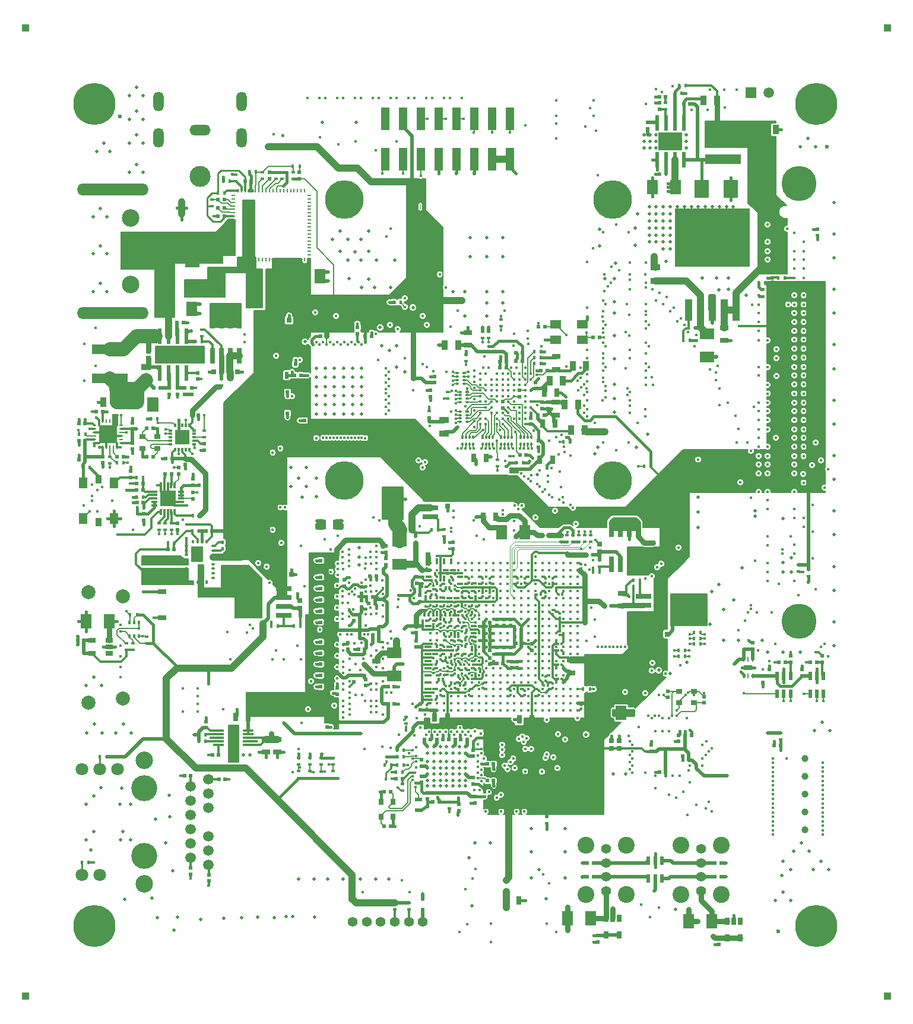
<source format=gbl>
G04 (created by PCBNEW (2013-07-07 BZR 4022)-stable) date 10/02/2015 04:29:17*
%MOIN*%
G04 Gerber Fmt 3.4, Leading zero omitted, Abs format*
%FSLAX34Y34*%
G01*
G70*
G90*
G04 APERTURE LIST*
%ADD10C,0.00590551*%
%ADD11C,0.019685*%
%ADD12R,0.0195X0.0195*%
%ADD13R,0.0392X0.0392*%
%ADD14R,0.0394X0.0217*%
%ADD15R,0.0217X0.0394*%
%ADD16R,0.0354331X0.019685*%
%ADD17R,0.0492126X0.0314961*%
%ADD18R,0.0314961X0.0492126*%
%ADD19R,0.023622X0.011811*%
%ADD20R,0.011811X0.023622*%
%ADD21R,0.0846457X0.0846457*%
%ADD22R,0.0472X0.0591*%
%ADD23R,0.0354331X0.0472441*%
%ADD24R,0.0590551X0.0472441*%
%ADD25R,0.0118X0.0374*%
%ADD26R,0.0374X0.0118*%
%ADD27R,0.0886X0.0886*%
%ADD28R,0.0597X0.0597*%
%ADD29C,0.0597*%
%ADD30R,0.0137795X0.011811*%
%ADD31R,0.011811X0.0137795*%
%ADD32R,0.0276X0.0866*%
%ADD33R,0.0866X0.0276*%
%ADD34C,0.23622*%
%ADD35R,0.06X0.08*%
%ADD36R,0.08X0.06*%
%ADD37R,0.0708661X0.0885827*%
%ADD38R,0.0354331X0.0748031*%
%ADD39O,0.023622X0.011811*%
%ADD40O,0.011811X0.023622*%
%ADD41C,0.0787402*%
%ADD42R,0.0472441X0.0275591*%
%ADD43R,0.019685X0.015748*%
%ADD44R,0.0629921X0.011811*%
%ADD45O,0.0629921X0.011811*%
%ADD46R,0.061811X0.0740157*%
%ADD47R,0.0236X0.0472*%
%ADD48R,0.0275X0.0314*%
%ADD49R,0.0314X0.0275*%
%ADD50R,0.0195X0.0175*%
%ADD51R,0.0175X0.0195*%
%ADD52O,0.0235X0.0117*%
%ADD53R,0.0235X0.0117*%
%ADD54O,0.0117X0.0235*%
%ADD55R,0.0117X0.0235*%
%ADD56R,0.0275591X0.0393701*%
%ADD57R,0.0393701X0.0275591*%
%ADD58C,0.216535*%
%ADD59R,0.0787X0.0984*%
%ADD60R,0.0354X0.0551*%
%ADD61R,0.0236X0.0866*%
%ADD62R,0.1339X0.1008*%
%ADD63R,0.2039X0.0563*%
%ADD64R,0.0114X0.0283*%
%ADD65R,0.0472X0.0295*%
%ADD66C,0.0708661*%
%ADD67C,0.0590551*%
%ADD68C,0.0984252*%
%ADD69C,0.145669*%
%ADD70C,0.023622*%
%ADD71R,0.042126X0.120079*%
%ADD72R,0.419685X0.329921*%
%ADD73R,0.0551X0.0354*%
%ADD74R,0.0165354X0.023622*%
%ADD75C,0.0393701*%
%ADD76C,0.0944882*%
%ADD77C,0.0551181*%
%ADD78C,0.015748*%
%ADD79C,0.19685*%
%ADD80O,0.023622X0.00984252*%
%ADD81O,0.00984252X0.023622*%
%ADD82R,0.0413386X0.0472441*%
%ADD83R,0.023622X0.00984252*%
%ADD84R,0.0354331X0.0259843*%
%ADD85R,0.0259843X0.0354331*%
%ADD86O,0.401575X0.0669291*%
%ADD87R,0.00984252X0.023622*%
%ADD88R,0.102362X0.102362*%
%ADD89O,0.0590551X0.110236*%
%ADD90O,0.11811X0.0590551*%
%ADD91C,0.11811*%
%ADD92R,0.0511811X0.125984*%
%ADD93O,0.0393701X0.110236*%
%ADD94C,0.00393701*%
%ADD95C,0.00787402*%
%ADD96C,0.011811*%
%ADD97C,0.015748*%
%ADD98C,0.00984252*%
%ADD99C,0.019685*%
%ADD100C,0.0393701*%
%ADD101C,0.0314961*%
%ADD102C,0.0787402*%
%ADD103C,0.0039*%
G04 APERTURE END LIST*
G54D10*
G54D11*
X71889Y-46692D03*
X71531Y-46232D03*
X71141Y-46692D03*
X71141Y-44566D03*
X71531Y-44106D03*
X71889Y-44566D03*
X71889Y-42480D03*
X71531Y-42019D03*
X71141Y-42480D03*
X71338Y-38818D03*
X71728Y-38358D03*
X72086Y-38818D03*
X73937Y-40000D03*
X73578Y-39539D03*
X73188Y-40000D03*
X73188Y-35669D03*
X73578Y-35208D03*
X73937Y-35669D03*
X73937Y-37007D03*
X73578Y-36547D03*
X73188Y-37007D03*
X73188Y-38346D03*
X73578Y-37885D03*
X73937Y-38346D03*
X104094Y-38602D03*
X104094Y-37874D03*
X104094Y-38248D03*
X103759Y-38248D03*
X103759Y-37874D03*
X103759Y-38602D03*
X103405Y-38602D03*
X103405Y-37874D03*
X103405Y-38248D03*
X103070Y-38248D03*
X103070Y-37874D03*
X103070Y-38602D03*
X105118Y-59055D03*
X105118Y-58208D03*
X105118Y-59921D03*
X107559Y-62185D03*
X88188Y-50925D03*
X88637Y-51200D03*
X93236Y-43653D03*
X92291Y-43653D03*
X94141Y-43653D03*
X94141Y-44716D03*
X94133Y-46673D03*
X94133Y-47303D03*
X92291Y-44716D03*
X84019Y-37181D03*
X85889Y-37185D03*
X79074Y-48307D03*
X78582Y-48307D03*
X78070Y-48307D03*
X77212Y-49850D03*
X77212Y-50598D03*
X77212Y-50244D03*
X76858Y-50244D03*
X76858Y-50598D03*
X76858Y-49850D03*
X76503Y-49850D03*
X76503Y-50598D03*
X76503Y-50244D03*
X75082Y-50236D03*
X75082Y-50590D03*
X75082Y-49842D03*
X74708Y-50236D03*
X74708Y-50590D03*
X74708Y-49842D03*
X75866Y-54866D03*
X76417Y-54866D03*
X76141Y-54866D03*
X76141Y-55141D03*
X76141Y-54590D03*
X76417Y-54590D03*
X76417Y-55141D03*
X75866Y-55141D03*
X71968Y-54688D03*
X71968Y-54314D03*
X71968Y-55062D03*
X72342Y-55062D03*
X72342Y-54314D03*
X72342Y-54688D03*
X75570Y-58307D03*
X75098Y-58307D03*
X77165Y-62637D03*
X106279Y-63129D03*
X105039Y-64330D03*
X79527Y-45216D03*
X80196Y-45216D03*
X79862Y-45216D03*
X79192Y-45511D03*
X79527Y-45511D03*
X78858Y-45511D03*
X78503Y-45511D03*
X77677Y-46456D03*
X78228Y-46456D03*
X78228Y-46791D03*
X77677Y-46791D03*
X84330Y-45570D03*
X78826Y-51507D03*
X79330Y-47696D03*
X78838Y-47696D03*
X78326Y-47696D03*
X77834Y-47696D03*
X76625Y-48897D03*
X77145Y-47933D03*
X77145Y-47381D03*
X77677Y-46122D03*
X78228Y-46122D03*
X76968Y-46791D03*
X79862Y-46673D03*
X86200Y-46437D03*
X86590Y-45976D03*
X86948Y-46437D03*
X85511Y-45964D03*
X84330Y-46082D03*
X80511Y-46358D03*
X80177Y-46358D03*
X80177Y-47480D03*
X80511Y-47480D03*
X74350Y-53287D03*
X74685Y-53011D03*
X74685Y-52736D03*
X74685Y-53287D03*
X75437Y-49842D03*
X75437Y-50590D03*
X75437Y-50236D03*
G54D12*
X77086Y-57539D03*
X77440Y-57539D03*
G54D11*
X98807Y-71535D03*
X104606Y-64507D03*
X105866Y-63523D03*
X105452Y-63897D03*
X107106Y-63976D03*
X104606Y-64783D03*
X106555Y-64527D03*
X105767Y-65354D03*
X106555Y-66259D03*
X103149Y-41929D03*
X103149Y-42322D03*
X103149Y-42716D03*
X103149Y-43503D03*
X103149Y-43110D03*
X103149Y-43897D03*
X103149Y-44291D03*
X102755Y-43897D03*
X102362Y-43897D03*
X102755Y-43110D03*
X102362Y-43110D03*
X102362Y-43503D03*
X102755Y-43503D03*
X102755Y-42716D03*
X102362Y-42716D03*
X102362Y-42322D03*
X102755Y-42322D03*
X102755Y-41929D03*
X102362Y-41929D03*
X103543Y-41929D03*
X103937Y-41929D03*
X103937Y-42322D03*
X103543Y-42322D03*
X103543Y-42716D03*
X103937Y-42716D03*
X103937Y-43503D03*
X103543Y-43503D03*
X103543Y-43110D03*
X103937Y-43110D03*
X103543Y-43897D03*
X103937Y-43897D03*
X103937Y-44291D03*
X103543Y-44291D03*
X107791Y-46889D03*
X101716Y-42334D03*
X106811Y-45925D03*
X106259Y-46570D03*
X93228Y-47303D03*
X93228Y-46673D03*
X93228Y-48051D03*
X92007Y-48051D03*
X100354Y-73759D03*
X101023Y-73759D03*
X97637Y-79586D03*
X97637Y-78129D03*
X97637Y-76830D03*
X95748Y-76830D03*
X95748Y-78129D03*
X93425Y-77618D03*
X92559Y-77618D03*
X92240Y-78448D03*
X92389Y-81149D03*
X96566Y-80759D03*
X95748Y-79586D03*
X96181Y-79114D03*
X74629Y-76291D03*
X75216Y-77602D03*
X75401Y-74960D03*
G54D13*
X67322Y-86220D03*
X115748Y-86220D03*
X115748Y-31889D03*
G54D11*
X87755Y-79665D03*
X87007Y-79665D03*
X86141Y-79665D03*
X82677Y-79665D03*
X83543Y-79665D03*
X85157Y-79665D03*
X84291Y-79665D03*
X79940Y-72677D03*
X79566Y-72677D03*
X78838Y-72677D03*
X79192Y-72677D03*
X109862Y-59429D03*
X110354Y-62401D03*
X110354Y-61633D03*
X109862Y-61870D03*
X109862Y-62401D03*
X108720Y-66259D03*
X107381Y-66259D03*
X104468Y-67500D03*
X103543Y-68129D03*
X102893Y-67933D03*
X99872Y-45964D03*
X81960Y-81755D03*
X81299Y-81830D03*
X83578Y-81799D03*
X82334Y-81755D03*
X102066Y-38602D03*
X102066Y-37874D03*
X102066Y-38248D03*
X102401Y-38248D03*
X102401Y-37874D03*
X102401Y-38602D03*
X102736Y-38602D03*
X102736Y-37874D03*
X102736Y-38248D03*
X104429Y-38248D03*
X104429Y-37874D03*
X104429Y-38602D03*
X103291Y-44980D03*
X106799Y-46555D03*
X83110Y-57618D03*
X82244Y-57618D03*
X82677Y-57145D03*
X103822Y-81342D03*
X93236Y-44716D03*
X86614Y-44429D03*
X86181Y-44901D03*
X87047Y-44901D03*
X85822Y-44440D03*
X86181Y-43759D03*
X86614Y-43287D03*
X87771Y-49980D03*
X85000Y-43287D03*
X84566Y-43759D03*
X85433Y-43759D03*
X85433Y-44901D03*
X85000Y-44429D03*
X86062Y-62027D03*
X86062Y-61043D03*
X86062Y-61594D03*
X82244Y-56555D03*
X83110Y-56555D03*
X83677Y-58188D03*
X83681Y-57141D03*
X82881Y-58212D03*
X88070Y-44901D03*
X92007Y-46673D03*
X91338Y-46673D03*
X87834Y-46437D03*
X89094Y-47578D03*
X87248Y-48700D03*
X88188Y-49704D03*
X87322Y-49704D03*
X96062Y-56948D03*
X99318Y-55787D03*
X101653Y-55413D03*
X102283Y-54685D03*
X99488Y-55413D03*
X100393Y-53444D03*
X100393Y-52696D03*
X100393Y-51870D03*
X100393Y-50452D03*
X100393Y-49153D03*
X100393Y-47893D03*
X100393Y-47263D03*
X100393Y-45964D03*
X100472Y-45098D03*
X106141Y-45925D03*
X105354Y-45925D03*
X99566Y-43169D03*
X99566Y-44114D03*
X101574Y-43129D03*
X101574Y-44074D03*
X111259Y-38090D03*
X110826Y-38562D03*
X111692Y-38562D03*
X112755Y-52775D03*
X112755Y-51003D03*
X112755Y-47893D03*
X112755Y-49665D03*
X112755Y-43444D03*
X112755Y-41673D03*
X112755Y-44783D03*
X112755Y-46555D03*
X112755Y-58996D03*
X112755Y-57224D03*
X112755Y-54114D03*
X112755Y-55885D03*
X112755Y-62106D03*
X112755Y-60334D03*
X112755Y-63444D03*
X112755Y-65216D03*
X112755Y-66555D03*
X110826Y-66909D03*
X109015Y-66909D03*
X109881Y-66909D03*
X112086Y-70846D03*
X111653Y-71318D03*
X112519Y-71318D03*
X111338Y-78090D03*
X110472Y-78090D03*
X110905Y-77618D03*
X112007Y-78641D03*
X111574Y-79114D03*
X112440Y-79114D03*
X110314Y-79114D03*
X109811Y-79460D03*
X109881Y-78641D03*
X109881Y-80374D03*
X109448Y-80846D03*
X110314Y-80846D03*
X79192Y-72342D03*
X78838Y-72342D03*
X75881Y-81791D03*
X75688Y-82531D03*
X77169Y-81933D03*
X74440Y-80720D03*
X72909Y-80791D03*
X74724Y-81830D03*
X72795Y-76988D03*
X72669Y-77452D03*
X73228Y-77460D03*
X71000Y-78023D03*
X70748Y-77460D03*
X71181Y-76988D03*
X71181Y-74980D03*
X70748Y-75452D03*
X71566Y-74507D03*
X73228Y-75452D03*
X72641Y-75456D03*
X72732Y-74559D03*
X72834Y-70964D03*
X72401Y-71437D03*
X73267Y-71437D03*
X71653Y-71437D03*
X70787Y-71437D03*
X71220Y-70964D03*
X71181Y-68326D03*
X70748Y-68799D03*
X71614Y-68799D03*
X80362Y-81791D03*
X78468Y-81858D03*
X79468Y-81811D03*
X75598Y-79181D03*
X75448Y-76149D03*
X76625Y-49468D03*
X75570Y-58602D03*
X75098Y-58602D03*
X79862Y-47224D03*
X79862Y-45511D03*
X79862Y-46102D03*
X76417Y-46791D03*
X75570Y-58011D03*
X75098Y-58011D03*
X92047Y-74429D03*
X91692Y-74429D03*
X90984Y-74429D03*
X91338Y-74429D03*
X90629Y-74429D03*
X90275Y-74429D03*
X89921Y-74429D03*
X89921Y-74114D03*
X90275Y-74114D03*
X90629Y-74114D03*
X91338Y-74114D03*
X90984Y-74114D03*
X91692Y-74114D03*
X92047Y-74114D03*
X92047Y-73759D03*
X91692Y-73759D03*
X90984Y-73759D03*
X91338Y-73759D03*
X90629Y-73759D03*
X90275Y-73759D03*
X89921Y-73759D03*
X89921Y-73051D03*
X90275Y-73051D03*
X90629Y-73051D03*
X91338Y-73051D03*
X90984Y-73051D03*
X91692Y-73051D03*
X92047Y-73051D03*
X92047Y-73405D03*
X91692Y-73405D03*
X90984Y-73405D03*
X91338Y-73405D03*
X90629Y-73405D03*
X90275Y-73405D03*
X89921Y-73405D03*
X89921Y-72578D03*
X90275Y-72578D03*
X90629Y-72578D03*
X91338Y-72578D03*
X90984Y-72578D03*
X91692Y-72578D03*
X92047Y-72578D03*
X92047Y-72224D03*
X91692Y-72224D03*
X90984Y-72224D03*
X91338Y-72224D03*
X90629Y-72224D03*
X90275Y-72224D03*
X89921Y-72224D03*
X77165Y-62362D03*
X77165Y-62086D03*
X77204Y-61417D03*
X76771Y-61417D03*
X76771Y-61712D03*
X77204Y-61712D03*
X77204Y-61122D03*
X76771Y-61122D03*
X71594Y-54688D03*
X71594Y-54314D03*
X71594Y-55062D03*
X76149Y-50244D03*
X75795Y-50244D03*
X75795Y-50598D03*
X76149Y-50598D03*
X75795Y-49850D03*
X76149Y-49850D03*
X75866Y-54590D03*
X108307Y-58976D03*
X108307Y-59291D03*
X104330Y-44291D03*
X104724Y-44291D03*
X105511Y-44291D03*
X105118Y-44291D03*
X105905Y-44291D03*
X106299Y-44291D03*
X106692Y-44291D03*
X107086Y-44291D03*
X107086Y-43897D03*
X106692Y-43897D03*
X106299Y-43897D03*
X105905Y-43897D03*
X105118Y-43897D03*
X105511Y-43897D03*
X104724Y-43897D03*
X104330Y-43897D03*
X107086Y-43110D03*
X106692Y-43110D03*
X106299Y-43110D03*
X105905Y-43110D03*
X105118Y-43110D03*
X105511Y-43110D03*
X104724Y-43110D03*
X104330Y-43110D03*
X104330Y-43503D03*
X104724Y-43503D03*
X105511Y-43503D03*
X105118Y-43503D03*
X105905Y-43503D03*
X106299Y-43503D03*
X106692Y-43503D03*
X107086Y-43503D03*
X107086Y-42716D03*
X106692Y-42716D03*
X106299Y-42716D03*
X105905Y-42716D03*
X105118Y-42716D03*
X105511Y-42716D03*
X104724Y-42716D03*
X104330Y-42716D03*
X104330Y-42322D03*
X104724Y-42322D03*
X105511Y-42322D03*
X105118Y-42322D03*
X105905Y-42322D03*
X106299Y-42322D03*
X106692Y-42322D03*
X107086Y-42322D03*
X107086Y-41929D03*
X106692Y-41929D03*
X106299Y-41929D03*
X105905Y-41929D03*
X105118Y-41929D03*
X105511Y-41929D03*
X104724Y-41929D03*
G54D14*
X89409Y-75792D03*
X89409Y-75192D03*
G54D15*
X81412Y-51377D03*
X82012Y-51377D03*
G54D16*
X94330Y-80354D03*
X94330Y-79724D03*
G54D17*
X75511Y-62362D03*
X75511Y-61653D03*
X74803Y-62362D03*
X74803Y-61653D03*
X74094Y-62362D03*
X74094Y-61653D03*
X78582Y-61574D03*
X78582Y-62283D03*
G54D18*
X94330Y-80866D03*
X95039Y-80866D03*
G54D19*
X75944Y-55157D03*
X75944Y-54763D03*
X75944Y-54566D03*
X75944Y-54960D03*
X76338Y-54763D03*
X76338Y-55157D03*
X76338Y-54566D03*
G54D20*
X75748Y-55541D03*
X75944Y-55541D03*
X76338Y-55541D03*
X76141Y-55541D03*
X76535Y-55541D03*
X76535Y-54183D03*
X76141Y-54183D03*
X76338Y-54183D03*
X75944Y-54183D03*
X75748Y-54183D03*
G54D19*
X76820Y-55255D03*
X76820Y-55059D03*
X76820Y-54665D03*
X76820Y-54862D03*
X76820Y-54468D03*
X75462Y-54468D03*
X75462Y-54862D03*
X75462Y-54665D03*
X75462Y-55059D03*
G54D21*
X76141Y-54862D03*
G54D19*
X75462Y-55255D03*
X76338Y-54960D03*
G54D22*
X72303Y-59425D03*
X72303Y-57425D03*
X70571Y-57425D03*
X70571Y-59425D03*
G54D23*
X71437Y-57224D03*
X71437Y-59625D03*
G54D24*
X97106Y-48523D03*
X97106Y-49389D03*
X98602Y-49389D03*
X98602Y-48523D03*
G54D25*
X75716Y-57539D03*
X75520Y-57539D03*
X75323Y-57539D03*
X75126Y-57539D03*
X74929Y-57539D03*
G54D26*
X74567Y-57901D03*
X74567Y-58098D03*
X74567Y-58295D03*
X74567Y-58492D03*
X74567Y-58688D03*
G54D25*
X74929Y-59055D03*
X75126Y-59055D03*
X75323Y-59055D03*
X75520Y-59055D03*
X75716Y-59055D03*
G54D26*
X76083Y-58692D03*
X76083Y-58496D03*
X76083Y-58299D03*
X76083Y-58102D03*
X76083Y-57905D03*
G54D27*
X75326Y-58299D03*
G54D28*
X108083Y-35511D03*
G54D29*
X109083Y-35511D03*
G54D30*
X91830Y-67903D03*
X91830Y-68120D03*
G54D31*
X90541Y-68405D03*
X90757Y-68405D03*
G54D30*
X91830Y-66328D03*
X91830Y-66545D03*
G54D31*
X91151Y-67224D03*
X90935Y-67224D03*
G54D30*
X90649Y-63179D03*
X90649Y-63395D03*
G54D31*
X89812Y-63257D03*
X89596Y-63257D03*
X91722Y-65255D03*
X91938Y-65255D03*
X92116Y-65649D03*
X92332Y-65649D03*
G54D30*
X95374Y-69301D03*
X95374Y-69084D03*
X94586Y-69084D03*
X94586Y-69301D03*
G54D31*
X90364Y-63681D03*
X90147Y-63681D03*
X91151Y-66043D03*
X90935Y-66043D03*
G54D30*
X92224Y-63001D03*
X92224Y-62785D03*
X89862Y-62214D03*
X89862Y-61998D03*
X90649Y-67116D03*
X90649Y-67332D03*
X93405Y-63001D03*
X93405Y-62785D03*
X96948Y-68907D03*
X96948Y-68690D03*
X93011Y-63001D03*
X93011Y-62785D03*
G54D31*
X91131Y-62893D03*
X91348Y-62893D03*
G54D30*
X95374Y-63001D03*
X95374Y-62785D03*
X96948Y-63001D03*
X96948Y-62785D03*
X96555Y-63001D03*
X96555Y-62785D03*
X94980Y-63001D03*
X94980Y-62785D03*
X93011Y-68690D03*
X93011Y-68907D03*
G54D31*
X97234Y-67618D03*
X97450Y-67618D03*
X97234Y-66830D03*
X97450Y-66830D03*
X97234Y-66437D03*
X97450Y-66437D03*
G54D30*
X98533Y-69872D03*
X98533Y-70088D03*
G54D31*
X91151Y-65255D03*
X90935Y-65255D03*
X91151Y-63287D03*
X90935Y-63287D03*
G54D30*
X92224Y-69084D03*
X92224Y-69301D03*
X90649Y-69084D03*
X90649Y-69301D03*
X91437Y-68907D03*
X91437Y-68690D03*
G54D31*
X97234Y-68405D03*
X97450Y-68405D03*
X91151Y-68809D03*
X90935Y-68809D03*
G54D30*
X91043Y-67726D03*
X91043Y-67509D03*
X91437Y-66328D03*
X91437Y-66545D03*
X89862Y-69872D03*
X89862Y-70088D03*
X96161Y-69084D03*
X96161Y-69301D03*
X96948Y-64773D03*
X96948Y-64557D03*
X97342Y-65738D03*
X97342Y-65954D03*
X97342Y-64970D03*
X97342Y-64753D03*
G54D31*
X97261Y-63669D03*
X97478Y-63669D03*
G54D30*
X98543Y-62214D03*
X98543Y-61998D03*
X91830Y-63789D03*
X91830Y-63572D03*
X96555Y-68297D03*
X96555Y-68513D03*
X96555Y-63789D03*
X96555Y-63572D03*
G54D31*
X91722Y-68405D03*
X91938Y-68405D03*
X96053Y-63681D03*
X96269Y-63681D03*
G54D30*
X92224Y-63789D03*
X92224Y-63572D03*
G54D31*
X91938Y-68799D03*
X91722Y-68799D03*
X96446Y-68799D03*
X96663Y-68799D03*
G54D32*
X79330Y-50275D03*
X78830Y-50275D03*
X78330Y-50275D03*
X77830Y-50275D03*
X77830Y-48306D03*
X78330Y-48306D03*
X78830Y-48306D03*
X79330Y-48306D03*
G54D33*
X81850Y-63346D03*
X81850Y-63846D03*
X81850Y-64346D03*
X81850Y-64846D03*
X79881Y-64846D03*
X79881Y-64346D03*
X79881Y-63846D03*
X79881Y-63346D03*
X90066Y-57811D03*
X90066Y-58311D03*
X90066Y-58811D03*
X90066Y-59311D03*
X88097Y-59311D03*
X88097Y-58811D03*
X88097Y-58311D03*
X88097Y-57811D03*
G54D32*
X101742Y-61978D03*
X101242Y-61978D03*
X100742Y-61978D03*
X100242Y-61978D03*
X100242Y-60009D03*
X100742Y-60009D03*
X101242Y-60009D03*
X101742Y-60009D03*
G54D34*
X111732Y-82283D03*
X111732Y-36141D03*
X71220Y-36141D03*
X71220Y-82283D03*
G54D17*
X106574Y-48720D03*
X106574Y-49429D03*
G54D35*
X80334Y-45826D03*
X81634Y-45826D03*
X80334Y-46929D03*
X81634Y-46929D03*
G54D36*
X76692Y-46319D03*
X76692Y-45019D03*
X77952Y-45650D03*
X77952Y-44350D03*
G54D37*
X76988Y-61407D03*
G54D38*
X77165Y-62362D03*
G54D39*
X77874Y-62490D03*
X77874Y-62746D03*
X77874Y-61978D03*
X77874Y-62234D03*
X77874Y-61722D03*
X77874Y-61466D03*
X76377Y-60954D03*
X76377Y-61210D03*
X76377Y-61722D03*
X76377Y-61466D03*
X76377Y-62490D03*
X76377Y-62746D03*
G54D40*
X77509Y-60708D03*
X77253Y-60708D03*
X76742Y-62992D03*
X76998Y-62992D03*
G54D39*
X77874Y-60954D03*
X77874Y-61210D03*
X76377Y-62234D03*
X76377Y-61978D03*
G54D40*
X77253Y-62992D03*
G54D20*
X77509Y-62992D03*
G54D40*
X76998Y-60708D03*
X76742Y-60708D03*
G54D12*
X75334Y-61141D03*
X75688Y-61141D03*
G54D18*
X79842Y-70551D03*
X79133Y-70551D03*
G54D17*
X81456Y-71811D03*
X81456Y-72519D03*
X80826Y-71811D03*
X80826Y-72519D03*
G54D30*
X91043Y-65757D03*
X91043Y-65541D03*
G54D31*
X91437Y-66043D03*
X91653Y-66043D03*
G54D30*
X90255Y-65364D03*
X90255Y-65147D03*
X89812Y-64576D03*
X89812Y-64360D03*
G54D31*
X89753Y-64862D03*
X89970Y-64862D03*
G54D30*
X91830Y-65757D03*
X91830Y-65541D03*
G54D31*
X90226Y-64862D03*
X90442Y-64862D03*
X90561Y-62500D03*
X90344Y-62500D03*
G54D30*
X91830Y-64360D03*
X91830Y-64576D03*
G54D31*
X91387Y-64862D03*
X91171Y-64862D03*
G54D30*
X90649Y-64576D03*
X90649Y-64360D03*
G54D31*
X91643Y-64862D03*
X91860Y-64862D03*
X90147Y-62893D03*
X90364Y-62893D03*
X89625Y-65147D03*
X89842Y-65147D03*
G54D30*
X91437Y-65757D03*
X91437Y-65541D03*
X90255Y-64576D03*
X90255Y-64360D03*
X91437Y-63179D03*
X91437Y-63395D03*
X91240Y-61515D03*
X91240Y-61732D03*
X90255Y-63179D03*
X90255Y-63395D03*
G54D31*
X90629Y-62893D03*
X90846Y-62893D03*
G54D30*
X91437Y-64104D03*
X91437Y-63887D03*
X90452Y-61515D03*
X90452Y-61732D03*
G54D31*
X89645Y-62696D03*
X89862Y-62696D03*
G54D30*
X91043Y-62519D03*
X91043Y-62303D03*
X89812Y-63789D03*
X89812Y-63572D03*
X90846Y-61515D03*
X90846Y-61732D03*
X91043Y-64566D03*
X91043Y-64350D03*
X92647Y-64576D03*
X92647Y-64360D03*
X93405Y-63572D03*
X93405Y-63789D03*
X93011Y-63572D03*
X93011Y-63789D03*
X92224Y-64576D03*
X92224Y-64360D03*
X92618Y-63277D03*
X92618Y-63061D03*
X92618Y-63789D03*
X92618Y-63572D03*
X91830Y-62480D03*
X91830Y-62696D03*
X91830Y-63316D03*
X91830Y-63100D03*
G54D31*
X92116Y-64862D03*
X92332Y-64862D03*
G54D30*
X91437Y-62519D03*
X91437Y-62303D03*
X90649Y-64074D03*
X90649Y-63858D03*
X91437Y-64576D03*
X91437Y-64360D03*
X90649Y-65757D03*
X90649Y-65541D03*
X91043Y-64094D03*
X91043Y-63877D03*
X91830Y-67332D03*
X91830Y-67116D03*
X92224Y-67342D03*
X92224Y-67125D03*
X91043Y-67982D03*
X91043Y-68198D03*
X92618Y-68120D03*
X92618Y-67903D03*
G54D31*
X89596Y-68996D03*
X89812Y-68996D03*
X92411Y-68405D03*
X92194Y-68405D03*
G54D30*
X90255Y-69192D03*
X90255Y-68976D03*
G54D31*
X93080Y-68011D03*
X92864Y-68011D03*
X90147Y-69586D03*
X90364Y-69586D03*
X89596Y-68208D03*
X89812Y-68208D03*
G54D30*
X92224Y-68120D03*
X92224Y-67903D03*
G54D31*
X91515Y-67618D03*
X91299Y-67618D03*
X92332Y-66437D03*
X92116Y-66437D03*
X92637Y-66830D03*
X92421Y-66830D03*
G54D30*
X92618Y-66072D03*
X92618Y-65856D03*
X92618Y-65236D03*
X92618Y-65452D03*
G54D31*
X92805Y-64862D03*
X92588Y-64862D03*
X90698Y-64862D03*
X90915Y-64862D03*
G54D30*
X92618Y-66545D03*
X92618Y-66328D03*
G54D31*
X89625Y-65452D03*
X89842Y-65452D03*
G54D30*
X90649Y-67933D03*
X90649Y-68149D03*
X91437Y-67332D03*
X91437Y-67116D03*
G54D31*
X89596Y-69389D03*
X89812Y-69389D03*
X89596Y-68602D03*
X89812Y-68602D03*
G54D30*
X92618Y-67116D03*
X92618Y-67332D03*
X91437Y-67903D03*
X91437Y-68120D03*
G54D31*
X89596Y-67814D03*
X89812Y-67814D03*
X91988Y-67618D03*
X91771Y-67618D03*
G54D30*
X91043Y-66830D03*
X91043Y-66614D03*
G54D31*
X89596Y-66633D03*
X89812Y-66633D03*
X90147Y-67618D03*
X90364Y-67618D03*
G54D30*
X90255Y-67244D03*
X90255Y-67027D03*
G54D31*
X89596Y-67421D03*
X89812Y-67421D03*
X90147Y-66437D03*
X90364Y-66437D03*
X92332Y-66043D03*
X92116Y-66043D03*
X91328Y-66830D03*
X91545Y-66830D03*
G54D30*
X90649Y-66742D03*
X90649Y-66525D03*
X90255Y-68090D03*
X90255Y-67874D03*
G54D31*
X89596Y-67027D03*
X89812Y-67027D03*
G54D30*
X90649Y-65088D03*
X90649Y-65305D03*
G54D31*
X92460Y-67618D03*
X92244Y-67618D03*
G54D11*
X104330Y-41929D03*
G54D41*
X70885Y-63562D03*
X72814Y-63799D03*
X72814Y-69507D03*
X70885Y-69744D03*
G54D42*
X75000Y-64980D03*
X75000Y-63523D03*
G54D43*
X89645Y-81348D03*
X89645Y-80777D03*
G54D11*
X78838Y-71948D03*
X78838Y-71476D03*
X79192Y-71476D03*
X79192Y-71948D03*
G54D44*
X78188Y-71318D03*
X78188Y-71515D03*
G54D45*
X79842Y-71318D03*
G54D44*
X79842Y-71515D03*
X79842Y-71712D03*
X79842Y-71909D03*
X79842Y-72106D03*
X78188Y-72106D03*
X78188Y-71909D03*
X78188Y-71712D03*
G54D46*
X79015Y-71712D03*
G54D11*
X79015Y-71712D03*
G54D47*
X102696Y-79606D03*
X102321Y-78606D03*
X103071Y-78606D03*
X102321Y-79606D03*
X102696Y-78606D03*
X103071Y-79606D03*
G54D11*
X83661Y-53543D03*
X83661Y-53031D03*
X83661Y-52007D03*
X83661Y-52519D03*
X83661Y-51496D03*
X83661Y-50984D03*
X84173Y-51496D03*
X84173Y-52519D03*
X84173Y-52007D03*
X84173Y-53031D03*
X84173Y-53543D03*
X84173Y-50984D03*
X84685Y-53543D03*
X84685Y-53031D03*
X84685Y-52007D03*
X84685Y-52519D03*
X84685Y-51496D03*
X84685Y-50984D03*
X85196Y-51496D03*
X85196Y-52519D03*
X85196Y-52007D03*
X85196Y-53031D03*
X85196Y-53543D03*
X85196Y-50984D03*
X85708Y-53543D03*
X85708Y-53031D03*
X85708Y-52007D03*
X85708Y-52519D03*
X85708Y-51496D03*
X85708Y-50984D03*
X86220Y-50984D03*
X86220Y-51496D03*
X86220Y-52007D03*
X86220Y-53543D03*
X86220Y-53031D03*
X86220Y-52519D03*
G54D12*
X95767Y-66456D03*
X95767Y-66810D03*
X89281Y-66633D03*
X89281Y-66279D03*
X89517Y-69803D03*
X89517Y-70157D03*
X91348Y-61121D03*
X91348Y-60767D03*
X89281Y-65452D03*
X89281Y-65806D03*
X89468Y-64074D03*
X89468Y-63720D03*
X89291Y-62697D03*
X89291Y-63051D03*
X78188Y-72696D03*
X77834Y-72696D03*
X75874Y-59700D03*
X75874Y-60054D03*
X75523Y-56905D03*
X75169Y-56905D03*
X76732Y-58306D03*
X76732Y-57952D03*
X76732Y-57539D03*
X76732Y-57185D03*
X75925Y-56909D03*
X75925Y-56555D03*
X82716Y-40354D03*
X82716Y-40000D03*
X94153Y-67559D03*
X93799Y-67559D03*
X94940Y-67795D03*
X94940Y-67441D03*
X94625Y-67795D03*
X94625Y-67441D03*
X94586Y-65078D03*
X94586Y-65432D03*
X94192Y-65078D03*
X94192Y-65432D03*
X93799Y-65078D03*
X93799Y-65432D03*
X95157Y-65649D03*
X94803Y-65649D03*
X95157Y-66043D03*
X94803Y-66043D03*
X95236Y-66427D03*
X94882Y-66427D03*
X94586Y-67007D03*
X94586Y-66653D03*
X93799Y-67007D03*
X93799Y-66653D03*
X94192Y-67007D03*
X94192Y-66653D03*
X93061Y-66437D03*
X93415Y-66437D03*
X93061Y-66830D03*
X93415Y-66830D03*
X93415Y-67244D03*
X93415Y-67598D03*
X93061Y-65246D03*
X93415Y-65246D03*
X93061Y-66043D03*
X93415Y-66043D03*
X93061Y-65649D03*
X93415Y-65649D03*
X94133Y-53208D03*
X94133Y-52854D03*
X95236Y-50590D03*
X94882Y-50590D03*
X88503Y-74015D03*
X88149Y-74015D03*
X90078Y-71811D03*
X89724Y-71811D03*
X92460Y-72401D03*
X92460Y-72755D03*
X93267Y-74133D03*
X93621Y-74133D03*
X89566Y-72952D03*
X89566Y-73306D03*
X93267Y-73188D03*
X93621Y-73188D03*
X92559Y-75019D03*
X92559Y-75373D03*
X89566Y-74232D03*
X89566Y-73878D03*
X91673Y-75452D03*
X91673Y-75806D03*
X89901Y-74803D03*
X89901Y-75157D03*
X90570Y-75314D03*
X90216Y-75314D03*
X91771Y-71811D03*
X92125Y-71811D03*
X92460Y-74310D03*
X92460Y-73956D03*
X90787Y-71811D03*
X90433Y-71811D03*
X91102Y-71811D03*
X91456Y-71811D03*
X82047Y-51968D03*
X82047Y-52322D03*
X76693Y-53622D03*
X77047Y-53622D03*
X73248Y-57106D03*
X73248Y-56752D03*
X73936Y-57460D03*
X73582Y-57460D03*
X73956Y-59153D03*
X73956Y-59507D03*
X78554Y-74066D03*
X78200Y-74066D03*
X76263Y-73854D03*
X76617Y-73854D03*
X76610Y-79385D03*
X76610Y-79031D03*
X77622Y-79759D03*
X77622Y-79405D03*
X87027Y-62637D03*
X86673Y-62637D03*
X77460Y-71161D03*
X77460Y-70807D03*
X99566Y-49251D03*
X99212Y-49251D03*
X86830Y-65610D03*
X86830Y-65964D03*
X96141Y-48661D03*
X96495Y-48661D03*
X84261Y-61771D03*
X83907Y-61771D03*
X95708Y-54123D03*
X95708Y-53769D03*
X96338Y-52893D03*
X96338Y-53247D03*
X84842Y-68927D03*
X84842Y-69281D03*
X78503Y-41968D03*
X78149Y-41968D03*
X104015Y-71574D03*
X104015Y-71928D03*
X102460Y-72480D03*
X102460Y-72126D03*
X103287Y-73641D03*
X102933Y-73641D03*
X104586Y-72755D03*
X104232Y-72755D03*
X73952Y-58515D03*
X73598Y-58515D03*
X70688Y-56102D03*
X70334Y-56102D03*
X104370Y-71574D03*
X104724Y-71574D03*
X78503Y-41515D03*
X78149Y-41515D03*
X72480Y-55944D03*
X72834Y-55944D03*
X71673Y-55945D03*
X71673Y-56299D03*
X70688Y-55039D03*
X70334Y-55039D03*
X70688Y-54074D03*
X70334Y-54074D03*
X71673Y-53405D03*
X71319Y-53405D03*
X73326Y-54389D03*
X73326Y-54035D03*
X73326Y-55177D03*
X73326Y-55531D03*
X73936Y-57814D03*
X73582Y-57814D03*
X84251Y-49192D03*
X83897Y-49192D03*
X86417Y-49192D03*
X86771Y-49192D03*
X87480Y-74763D03*
X87834Y-74763D03*
X87834Y-76692D03*
X87480Y-76692D03*
X82135Y-50757D03*
X82489Y-50757D03*
X82441Y-51377D03*
X82795Y-51377D03*
X85980Y-49035D03*
X85980Y-48681D03*
X82992Y-54271D03*
X82992Y-53917D03*
X105433Y-69405D03*
X105433Y-69759D03*
X106039Y-79519D03*
X106393Y-79519D03*
X106035Y-78755D03*
X106389Y-78755D03*
X99236Y-78740D03*
X98882Y-78740D03*
X99239Y-79531D03*
X98885Y-79531D03*
X109724Y-72165D03*
X109370Y-72165D03*
X103409Y-69460D03*
X103409Y-69106D03*
X82047Y-53149D03*
X82047Y-53503D03*
X95236Y-50118D03*
X94882Y-50118D03*
X96623Y-51112D03*
X96269Y-51112D03*
X96102Y-53622D03*
X96456Y-53622D03*
X95984Y-52125D03*
X95984Y-51771D03*
X95078Y-52234D03*
X95078Y-52588D03*
X96151Y-55059D03*
X96151Y-55413D03*
X96673Y-52893D03*
X96673Y-53247D03*
X94330Y-50944D03*
X93976Y-50944D03*
X75570Y-56043D03*
X75216Y-56043D03*
X76318Y-56043D03*
X76318Y-56397D03*
X77381Y-55216D03*
X77381Y-55570D03*
X94330Y-50610D03*
X93976Y-50610D03*
X84261Y-63346D03*
X83907Y-63346D03*
X84261Y-63976D03*
X83907Y-63976D03*
X85787Y-64803D03*
X85787Y-65157D03*
X86968Y-64192D03*
X86614Y-64192D03*
X86210Y-64369D03*
X86210Y-64015D03*
X84261Y-64606D03*
X83907Y-64606D03*
X84261Y-65236D03*
X83907Y-65236D03*
X85433Y-66751D03*
X85433Y-66397D03*
X85246Y-63208D03*
X85246Y-62854D03*
X86437Y-68445D03*
X86437Y-68799D03*
X84261Y-66968D03*
X83907Y-66968D03*
X84261Y-70748D03*
X84261Y-71102D03*
X84261Y-66338D03*
X83907Y-66338D03*
X84261Y-67598D03*
X83907Y-67598D03*
X84261Y-62716D03*
X83907Y-62716D03*
X84261Y-68228D03*
X83907Y-68228D03*
X86840Y-63818D03*
X86486Y-63818D03*
X86200Y-63267D03*
X86200Y-63621D03*
X87559Y-62007D03*
X87559Y-61653D03*
X77460Y-60118D03*
X77814Y-60118D03*
X87697Y-69803D03*
X88051Y-69803D03*
X78503Y-42460D03*
X78149Y-42460D03*
X79665Y-40472D03*
X80019Y-40472D03*
X81043Y-40354D03*
X81043Y-40000D03*
X87697Y-68858D03*
X88051Y-68858D03*
X86377Y-66751D03*
X86023Y-66751D03*
X87184Y-66299D03*
X86830Y-66299D03*
X87559Y-60964D03*
X87559Y-61318D03*
X84261Y-68858D03*
X83907Y-68858D03*
G54D48*
X78325Y-51200D03*
X77895Y-51200D03*
G54D49*
X82755Y-64447D03*
X82755Y-64017D03*
G54D48*
X81832Y-62559D03*
X82262Y-62559D03*
G54D49*
X102559Y-61209D03*
X102559Y-60779D03*
X99586Y-61297D03*
X99586Y-60867D03*
X91023Y-58288D03*
X91023Y-58718D03*
G54D48*
X89053Y-60039D03*
X88623Y-60039D03*
G54D49*
X82145Y-48718D03*
X82145Y-48288D03*
G54D48*
X78820Y-51200D03*
X79250Y-51200D03*
G54D49*
X100255Y-72301D03*
X100255Y-71871D03*
X100688Y-72301D03*
X100688Y-71871D03*
G54D50*
X88858Y-81366D03*
X88858Y-80996D03*
X88070Y-81366D03*
X88070Y-80996D03*
G54D51*
X78397Y-61102D03*
X78767Y-61102D03*
X78818Y-40480D03*
X78448Y-40480D03*
G54D50*
X79153Y-40110D03*
X79153Y-40480D03*
G54D51*
X104559Y-48720D03*
X104929Y-48720D03*
X104283Y-49429D03*
X104653Y-49429D03*
X82393Y-65452D03*
X82763Y-65452D03*
X81503Y-65452D03*
X81133Y-65452D03*
X82767Y-64921D03*
X83137Y-64921D03*
G54D50*
X78326Y-51586D03*
X78326Y-51956D03*
G54D51*
X77251Y-49468D03*
X76881Y-49468D03*
G54D50*
X77244Y-49181D03*
X77244Y-48811D03*
G54D51*
X88570Y-73248D03*
X88200Y-73248D03*
G54D50*
X73366Y-66799D03*
X73366Y-66429D03*
X72992Y-66799D03*
X72992Y-66429D03*
X75523Y-60059D03*
X75523Y-59689D03*
X75161Y-60062D03*
X75161Y-59692D03*
X74826Y-60062D03*
X74826Y-59692D03*
G54D51*
X73594Y-58818D03*
X73964Y-58818D03*
X88200Y-72421D03*
X88570Y-72421D03*
X88200Y-72795D03*
X88570Y-72795D03*
G54D50*
X94035Y-48259D03*
X94035Y-48629D03*
X94527Y-56287D03*
X94527Y-55917D03*
X91043Y-52315D03*
X91043Y-52685D03*
X93848Y-56114D03*
X93848Y-56484D03*
G54D51*
X97535Y-55102D03*
X97905Y-55102D03*
X95917Y-50708D03*
X96287Y-50708D03*
G54D50*
X93346Y-49299D03*
X93346Y-48929D03*
X93011Y-49299D03*
X93011Y-48929D03*
X90003Y-53381D03*
X90003Y-53751D03*
X92086Y-50578D03*
X92086Y-50208D03*
G54D51*
X96287Y-50039D03*
X95917Y-50039D03*
X96287Y-50374D03*
X95917Y-50374D03*
G54D50*
X109724Y-71448D03*
X109724Y-71818D03*
X97736Y-60716D03*
X97736Y-60346D03*
X98070Y-60346D03*
X98070Y-60716D03*
X97401Y-60346D03*
X97401Y-60716D03*
G54D51*
X95263Y-56279D03*
X94893Y-56279D03*
G54D50*
X99074Y-60716D03*
X99074Y-60346D03*
X98405Y-60716D03*
X98405Y-60346D03*
X98740Y-60716D03*
X98740Y-60346D03*
G54D51*
X73582Y-58208D03*
X73952Y-58208D03*
G54D50*
X89232Y-60425D03*
X89232Y-60795D03*
G54D51*
X99181Y-61456D03*
X98811Y-61456D03*
G54D50*
X96594Y-76153D03*
X96594Y-76523D03*
X99586Y-62114D03*
X99586Y-61744D03*
G54D51*
X90519Y-60039D03*
X90149Y-60039D03*
X99584Y-62421D03*
X99214Y-62421D03*
G54D50*
X90846Y-60031D03*
X90846Y-60401D03*
G54D51*
X77078Y-71909D03*
X77448Y-71909D03*
X77078Y-71555D03*
X77448Y-71555D03*
X104874Y-65826D03*
X105244Y-65826D03*
X104874Y-66141D03*
X105244Y-66141D03*
X104007Y-67145D03*
X104377Y-67145D03*
X104007Y-66830D03*
X104377Y-66830D03*
X99023Y-68996D03*
X98653Y-68996D03*
X109598Y-45905D03*
X109968Y-45905D03*
G54D50*
X109271Y-46267D03*
X109271Y-45897D03*
X108740Y-46566D03*
X108740Y-46936D03*
G54D51*
X108866Y-46200D03*
X108496Y-46200D03*
G54D50*
X111811Y-43161D03*
X111811Y-43531D03*
G54D51*
X104874Y-66456D03*
X105244Y-66456D03*
X78767Y-60748D03*
X78397Y-60748D03*
X78141Y-41141D03*
X78511Y-41141D03*
G54D50*
X81751Y-40362D03*
X81751Y-39992D03*
X82362Y-40362D03*
X82362Y-39992D03*
G54D51*
X82724Y-39665D03*
X82354Y-39665D03*
X80283Y-39960D03*
X79913Y-39960D03*
G54D50*
X77795Y-41527D03*
X77795Y-41897D03*
X81397Y-39992D03*
X81397Y-40362D03*
G54D51*
X75326Y-60787D03*
X75696Y-60787D03*
X76704Y-60118D03*
X77074Y-60118D03*
X101838Y-62874D03*
X101468Y-62874D03*
X70877Y-78716D03*
X70507Y-78716D03*
X88141Y-73641D03*
X88511Y-73641D03*
X89082Y-71283D03*
X88712Y-71283D03*
G54D50*
X88712Y-70559D03*
X88712Y-70929D03*
X93090Y-74637D03*
X93090Y-75007D03*
X91141Y-75307D03*
X91141Y-75677D03*
G54D51*
X71519Y-72783D03*
X71889Y-72783D03*
X87866Y-73251D03*
X87496Y-73251D03*
G54D50*
X84598Y-73968D03*
X84598Y-73598D03*
X83944Y-73972D03*
X83944Y-73602D03*
X83944Y-72842D03*
X83944Y-73212D03*
X83295Y-73968D03*
X83295Y-73598D03*
X83299Y-72842D03*
X83299Y-73212D03*
X82677Y-73968D03*
X82677Y-73598D03*
X82677Y-72846D03*
X82677Y-73216D03*
X84602Y-72842D03*
X84602Y-73212D03*
G54D51*
X77094Y-59251D03*
X76724Y-59251D03*
G54D50*
X77381Y-54480D03*
X77381Y-54850D03*
G54D51*
X70933Y-56535D03*
X70563Y-56535D03*
G54D50*
X73248Y-57452D03*
X73248Y-57822D03*
X88503Y-74692D03*
X88503Y-74322D03*
G54D51*
X73944Y-57106D03*
X73574Y-57106D03*
G54D52*
X91751Y-52303D03*
X91751Y-52500D03*
X91751Y-52893D03*
X92145Y-52893D03*
G54D53*
X92145Y-52303D03*
G54D52*
X91751Y-52696D03*
X92145Y-52696D03*
X92145Y-52500D03*
X91584Y-51260D03*
X91584Y-51457D03*
X91584Y-51850D03*
X91978Y-51850D03*
G54D53*
X91978Y-51260D03*
G54D52*
X91584Y-51653D03*
X91978Y-51653D03*
X91978Y-51457D03*
G54D54*
X95138Y-55256D03*
X95335Y-55256D03*
X95728Y-55256D03*
X95728Y-54862D03*
G54D55*
X95138Y-54862D03*
G54D54*
X95531Y-55256D03*
X95531Y-54862D03*
X95335Y-54862D03*
X94055Y-55256D03*
X94252Y-55256D03*
X94645Y-55256D03*
X94645Y-54862D03*
G54D55*
X94055Y-54862D03*
G54D54*
X94448Y-55256D03*
X94448Y-54862D03*
X94252Y-54862D03*
X92992Y-55256D03*
X93189Y-55256D03*
X93582Y-55256D03*
X93582Y-54862D03*
G54D55*
X92992Y-54862D03*
G54D54*
X93385Y-55256D03*
X93385Y-54862D03*
X93189Y-54862D03*
X91870Y-55256D03*
X92067Y-55256D03*
X92460Y-55256D03*
X92460Y-54862D03*
G54D55*
X91870Y-54862D03*
G54D54*
X92263Y-55256D03*
X92263Y-54862D03*
X92067Y-54862D03*
G54D52*
X91741Y-53405D03*
X91741Y-53602D03*
X91741Y-53995D03*
X92135Y-53995D03*
G54D53*
X92135Y-53405D03*
G54D52*
X91741Y-53798D03*
X92135Y-53798D03*
X92135Y-53602D03*
G54D12*
X85787Y-68228D03*
X85787Y-68582D03*
G54D56*
X100688Y-81850D03*
X100314Y-81850D03*
X99940Y-81850D03*
X100688Y-82795D03*
X99940Y-82795D03*
X107480Y-82007D03*
X107106Y-82007D03*
X106732Y-82007D03*
X107480Y-82952D03*
X106732Y-82952D03*
G54D57*
X72027Y-66988D03*
X72027Y-66614D03*
X72027Y-66240D03*
X71082Y-66988D03*
X71082Y-66240D03*
G54D35*
X99087Y-81850D03*
X97787Y-81850D03*
X105858Y-82027D03*
X104558Y-82027D03*
G54D12*
X99488Y-82815D03*
X99488Y-83169D03*
X70610Y-66240D03*
X70256Y-66240D03*
X106275Y-82964D03*
X106275Y-83318D03*
G54D35*
X72027Y-65196D03*
X70727Y-65196D03*
G54D58*
X100291Y-41531D03*
X85251Y-41531D03*
X100291Y-57279D03*
X85251Y-57279D03*
G54D59*
X106933Y-40913D03*
X105319Y-40913D03*
G54D60*
X106162Y-35944D03*
X105412Y-35944D03*
G54D50*
X103287Y-36444D03*
X103287Y-36074D03*
G54D51*
X103295Y-40078D03*
X102925Y-40078D03*
X104397Y-35118D03*
X104027Y-35118D03*
X103791Y-35551D03*
X104161Y-35551D03*
G54D61*
X104291Y-39271D03*
X103791Y-39271D03*
X103291Y-39271D03*
X102791Y-39271D03*
X102791Y-37204D03*
X103291Y-37204D03*
X103791Y-37204D03*
X104291Y-37204D03*
G54D62*
X103541Y-38238D03*
G54D35*
X103838Y-40826D03*
X102538Y-40826D03*
G54D12*
X102952Y-36436D03*
X102952Y-36082D03*
X102263Y-37185D03*
X102263Y-37539D03*
X104291Y-36161D03*
X104645Y-36161D03*
X103287Y-35748D03*
X102933Y-35748D03*
G54D63*
X106496Y-37608D03*
X106496Y-39242D03*
G54D60*
X108719Y-37598D03*
X109469Y-37598D03*
G54D47*
X111771Y-69240D03*
X111396Y-68240D03*
X112146Y-68240D03*
X111396Y-69240D03*
X111771Y-68240D03*
X112146Y-69240D03*
G54D12*
X112086Y-67480D03*
X112086Y-67126D03*
G54D64*
X108169Y-68257D03*
X107913Y-68257D03*
X107657Y-68257D03*
X107657Y-67324D03*
X107913Y-67324D03*
X108169Y-67324D03*
G54D65*
X107913Y-67790D03*
G54D12*
X108169Y-66751D03*
X108169Y-66397D03*
X108740Y-68248D03*
X108740Y-68602D03*
X110944Y-68247D03*
X110944Y-67893D03*
X111771Y-67480D03*
X111417Y-67480D03*
G54D47*
X109921Y-69240D03*
X109546Y-68240D03*
X110296Y-68240D03*
X109546Y-69240D03*
X109921Y-68240D03*
X110296Y-69240D03*
G54D12*
X110314Y-67480D03*
X110314Y-67126D03*
X109999Y-67480D03*
X109645Y-67480D03*
X109094Y-68247D03*
X109094Y-67893D03*
G54D66*
X71515Y-79417D03*
X70515Y-79417D03*
X72515Y-73496D03*
X71515Y-73496D03*
G54D67*
X77614Y-78854D03*
X77614Y-78055D03*
X77614Y-77255D03*
X77614Y-75657D03*
X77614Y-74858D03*
X77614Y-74059D03*
X76614Y-78454D03*
X76614Y-77655D03*
X76614Y-76856D03*
X76614Y-74458D03*
X76614Y-75257D03*
G54D68*
X74015Y-79921D03*
G54D69*
X74015Y-78356D03*
X74015Y-74557D03*
G54D68*
X74015Y-72992D03*
G54D67*
X76614Y-76057D03*
G54D66*
X70515Y-73496D03*
G54D70*
X72637Y-36850D03*
X112322Y-38543D03*
X109606Y-82598D03*
G54D13*
X67322Y-31889D03*
G54D50*
X110748Y-62389D03*
X110748Y-62019D03*
G54D51*
X88393Y-47283D03*
X88023Y-47283D03*
G54D71*
X104566Y-47716D03*
X105236Y-47716D03*
X107244Y-47716D03*
X106574Y-47716D03*
X105905Y-47716D03*
G54D72*
X105905Y-43659D03*
G54D61*
X74862Y-49177D03*
X75362Y-49177D03*
X75862Y-49177D03*
X76362Y-49177D03*
X76362Y-51244D03*
X75862Y-51244D03*
X75362Y-51244D03*
X74862Y-51244D03*
G54D62*
X75612Y-50210D03*
G54D35*
X75373Y-47637D03*
X76673Y-47637D03*
G54D60*
X72461Y-52874D03*
X71711Y-52874D03*
G54D49*
X74232Y-50431D03*
X74232Y-50001D03*
G54D12*
X75858Y-52090D03*
X75858Y-52444D03*
X76267Y-52082D03*
X76267Y-52436D03*
X75850Y-48401D03*
X76204Y-48401D03*
X76992Y-51244D03*
X76992Y-51598D03*
X75389Y-52090D03*
X75389Y-52444D03*
X76677Y-52444D03*
X76677Y-52090D03*
X74547Y-52078D03*
X74901Y-52078D03*
G54D73*
X74114Y-51654D03*
X74114Y-50904D03*
G54D60*
X74351Y-52874D03*
X73601Y-52874D03*
G54D73*
X102716Y-45333D03*
X102716Y-46083D03*
G54D36*
X105590Y-49035D03*
X105590Y-50335D03*
G54D50*
X111299Y-62295D03*
X111299Y-62665D03*
G54D51*
X102059Y-56496D03*
X102429Y-56496D03*
G54D50*
X74133Y-66035D03*
X74133Y-66405D03*
G54D51*
X73220Y-64803D03*
X73590Y-64803D03*
G54D74*
X73700Y-66003D03*
X73444Y-66003D03*
X73188Y-66003D03*
X73188Y-65255D03*
X73700Y-65255D03*
X73444Y-65255D03*
G54D12*
X95098Y-55846D03*
X95452Y-55846D03*
G54D50*
X72066Y-55937D03*
X72066Y-56307D03*
G54D51*
X72842Y-56299D03*
X72472Y-56299D03*
G54D75*
X111102Y-72881D03*
X111102Y-73881D03*
X111102Y-74881D03*
X111102Y-75881D03*
X111102Y-76881D03*
G54D76*
X106417Y-77755D03*
X104133Y-77755D03*
X106417Y-80511D03*
X104133Y-80511D03*
G54D77*
X105275Y-77952D03*
X105275Y-78740D03*
X105275Y-79527D03*
X105275Y-80314D03*
G54D76*
X101082Y-77755D03*
X98799Y-77755D03*
X101082Y-80511D03*
X98799Y-80511D03*
G54D77*
X99940Y-77952D03*
X99940Y-78740D03*
X99940Y-79527D03*
X99940Y-80314D03*
G54D78*
X98326Y-61909D03*
X98326Y-62303D03*
X98326Y-62696D03*
X98326Y-63090D03*
X98326Y-63484D03*
X98326Y-63877D03*
X98326Y-64271D03*
X98326Y-64665D03*
X98326Y-65059D03*
X98326Y-65452D03*
X98326Y-65846D03*
X98326Y-66240D03*
X98326Y-66633D03*
X98326Y-67027D03*
X98326Y-68996D03*
X98326Y-69389D03*
X98326Y-69783D03*
X98326Y-70177D03*
X97933Y-61909D03*
X97933Y-62303D03*
X97933Y-62696D03*
X97933Y-63090D03*
X97933Y-63484D03*
X97933Y-63877D03*
X97933Y-64271D03*
X97933Y-64665D03*
X97933Y-65059D03*
X97933Y-65452D03*
X97933Y-65846D03*
X97933Y-66240D03*
X97933Y-66633D03*
X97933Y-67027D03*
X97933Y-68996D03*
X97933Y-69389D03*
X97933Y-69783D03*
X97933Y-70177D03*
X97539Y-61909D03*
X97539Y-62303D03*
X97539Y-62696D03*
X97539Y-63090D03*
X97539Y-63484D03*
X97539Y-63877D03*
X97539Y-64271D03*
X97539Y-64665D03*
X97539Y-65059D03*
X97539Y-65452D03*
X97539Y-65846D03*
X97539Y-66240D03*
X97539Y-66633D03*
X97539Y-67027D03*
X97539Y-67421D03*
X97539Y-67814D03*
X97539Y-68208D03*
X97539Y-68602D03*
X97539Y-68996D03*
X97539Y-69389D03*
X97539Y-69783D03*
X97539Y-70177D03*
X97145Y-61909D03*
X97145Y-62303D03*
X97145Y-62696D03*
X97145Y-63090D03*
X97145Y-63484D03*
X97145Y-63877D03*
X97145Y-64271D03*
X97145Y-64665D03*
X97145Y-65059D03*
X97145Y-65452D03*
X97145Y-65846D03*
X97145Y-66240D03*
X97145Y-66633D03*
X97145Y-67027D03*
X97145Y-67421D03*
X97145Y-67814D03*
X97145Y-68208D03*
X97145Y-68602D03*
X97145Y-68996D03*
X97145Y-69389D03*
X97145Y-69783D03*
X97145Y-70177D03*
X96751Y-61909D03*
X96751Y-62303D03*
X96751Y-62696D03*
X96751Y-63090D03*
X96751Y-63484D03*
X96751Y-63877D03*
X96751Y-64271D03*
X96751Y-64665D03*
X96751Y-65059D03*
X96751Y-65452D03*
X96751Y-65846D03*
X96751Y-66240D03*
X96751Y-66633D03*
X96751Y-67027D03*
X96751Y-67421D03*
X96751Y-67814D03*
X96751Y-68208D03*
X96751Y-68602D03*
X96751Y-68996D03*
X96751Y-69389D03*
X96751Y-69783D03*
X96751Y-70177D03*
X96358Y-61909D03*
X96358Y-62303D03*
X96358Y-62696D03*
X96358Y-63090D03*
X96358Y-63484D03*
X96358Y-63877D03*
X96358Y-64271D03*
X96358Y-64665D03*
X96358Y-65059D03*
X96358Y-65452D03*
X96358Y-65846D03*
X96358Y-66240D03*
X96358Y-66633D03*
X96358Y-67027D03*
X96358Y-67421D03*
X96358Y-67814D03*
X96358Y-68208D03*
X96358Y-68602D03*
X96358Y-68996D03*
X96358Y-69389D03*
X96358Y-69783D03*
X96358Y-70177D03*
X95964Y-61909D03*
X95964Y-62303D03*
X95964Y-62696D03*
X95964Y-63090D03*
X95964Y-63484D03*
X95964Y-63877D03*
X95964Y-64271D03*
X95964Y-64665D03*
X95964Y-65059D03*
X95964Y-65452D03*
X95964Y-65846D03*
X95964Y-66240D03*
X95964Y-66633D03*
X95964Y-67027D03*
X95964Y-67421D03*
X95964Y-67814D03*
X95964Y-68208D03*
X95964Y-68602D03*
X95964Y-68996D03*
X95964Y-69389D03*
X95964Y-69783D03*
X95964Y-70177D03*
X95570Y-61909D03*
X95570Y-62303D03*
X95570Y-62696D03*
X95570Y-63090D03*
X95570Y-63484D03*
X95570Y-63877D03*
X95570Y-64271D03*
X95570Y-64665D03*
X95570Y-65059D03*
X95570Y-65452D03*
X95570Y-65846D03*
X95570Y-66240D03*
X95570Y-66633D03*
X95570Y-67027D03*
X95570Y-67421D03*
X95570Y-67814D03*
X95570Y-68208D03*
X95570Y-68602D03*
X95570Y-68996D03*
X95570Y-69389D03*
X95570Y-69783D03*
X95570Y-70177D03*
X95177Y-61909D03*
X95177Y-62303D03*
X95177Y-62696D03*
X95177Y-63090D03*
X95177Y-63484D03*
X95177Y-63877D03*
X95177Y-64271D03*
X95177Y-64665D03*
X95177Y-65059D03*
X95177Y-65452D03*
X95177Y-65846D03*
X95177Y-66240D03*
X95177Y-66633D03*
X95177Y-67421D03*
X95177Y-67814D03*
X95177Y-68208D03*
X95177Y-68602D03*
X95177Y-68996D03*
X95177Y-69389D03*
X95177Y-69783D03*
X95177Y-70177D03*
X94783Y-61909D03*
X94783Y-62303D03*
X94783Y-62696D03*
X94783Y-63090D03*
X94783Y-63484D03*
X94783Y-63877D03*
X94783Y-64271D03*
X94783Y-64665D03*
X94783Y-65059D03*
X94783Y-65452D03*
X94783Y-65846D03*
X94783Y-66240D03*
X94783Y-66633D03*
X94783Y-67027D03*
X94783Y-68208D03*
X94783Y-68602D03*
X94783Y-68996D03*
X94783Y-69389D03*
X94783Y-69783D03*
X94783Y-70177D03*
X94389Y-61909D03*
X94389Y-62303D03*
X94389Y-62696D03*
X94389Y-63090D03*
X94389Y-63484D03*
X94389Y-63877D03*
X94389Y-64271D03*
X94389Y-64665D03*
X94389Y-65059D03*
X94389Y-65452D03*
X94389Y-65846D03*
X94389Y-66240D03*
X94389Y-66633D03*
X94389Y-67027D03*
X94389Y-67421D03*
X94389Y-67814D03*
X94389Y-68208D03*
X94389Y-68602D03*
X94389Y-68996D03*
X94389Y-69389D03*
X94389Y-69783D03*
X94389Y-70177D03*
X93996Y-61909D03*
X93996Y-62303D03*
X93996Y-62696D03*
X93996Y-63090D03*
X93996Y-63484D03*
X93996Y-63877D03*
X93996Y-64271D03*
X93996Y-64665D03*
X93996Y-65059D03*
X93996Y-65452D03*
X93996Y-65846D03*
X93996Y-66240D03*
X93996Y-66633D03*
X93996Y-67027D03*
X93996Y-67814D03*
X93996Y-68208D03*
X93996Y-68602D03*
X93996Y-68996D03*
X93996Y-69389D03*
X93996Y-69783D03*
X93996Y-70177D03*
X93602Y-61909D03*
X93602Y-62303D03*
X93602Y-62696D03*
X93602Y-63090D03*
X93602Y-63484D03*
X93602Y-63877D03*
X93602Y-64271D03*
X93602Y-64665D03*
X93602Y-65059D03*
X93602Y-65452D03*
X93602Y-65846D03*
X93602Y-66240D03*
X93602Y-66633D03*
X93602Y-67027D03*
X93602Y-67421D03*
X93602Y-67814D03*
X93602Y-68208D03*
X93602Y-68602D03*
X93602Y-68996D03*
X93602Y-69389D03*
X93602Y-69783D03*
X93602Y-70177D03*
X93208Y-61909D03*
X93208Y-62303D03*
X93208Y-62696D03*
X93208Y-63090D03*
X93208Y-63484D03*
X93208Y-63877D03*
X93208Y-64271D03*
X93208Y-64665D03*
X93208Y-65059D03*
X93208Y-65452D03*
X93208Y-65846D03*
X93208Y-66240D03*
X93208Y-66633D03*
X93208Y-67027D03*
X93208Y-67421D03*
X93208Y-67814D03*
X93208Y-68208D03*
X93208Y-68602D03*
X93208Y-68996D03*
X93208Y-69389D03*
X93208Y-69783D03*
X93208Y-70177D03*
X92814Y-61909D03*
X92814Y-62303D03*
X92814Y-62696D03*
X92814Y-63090D03*
X92814Y-63484D03*
X92814Y-63877D03*
X92814Y-64271D03*
X92814Y-65059D03*
X92814Y-65452D03*
X92814Y-65846D03*
X92814Y-66240D03*
X92814Y-66633D03*
X92814Y-67027D03*
X92814Y-67421D03*
X92814Y-67814D03*
X92814Y-68208D03*
X92814Y-68602D03*
X92814Y-68996D03*
X92814Y-69389D03*
X92814Y-69783D03*
X92814Y-70177D03*
X92421Y-61909D03*
X92421Y-62303D03*
X92421Y-62696D03*
X92421Y-63090D03*
X92421Y-63484D03*
X92421Y-63877D03*
X92421Y-64271D03*
X92421Y-64665D03*
X92421Y-65059D03*
X92421Y-65452D03*
X92421Y-65846D03*
X92421Y-66240D03*
X92421Y-66633D03*
X92421Y-67027D03*
X92421Y-67421D03*
X92421Y-67814D03*
X92421Y-68208D03*
X92421Y-68602D03*
X92421Y-68996D03*
X92421Y-69389D03*
X92421Y-69783D03*
X92421Y-70177D03*
X92027Y-61909D03*
X92027Y-62303D03*
X92027Y-62696D03*
X92027Y-63090D03*
X92027Y-63484D03*
X92027Y-63877D03*
X92027Y-64271D03*
X92027Y-64665D03*
X92027Y-65059D03*
X92027Y-65452D03*
X92027Y-65846D03*
X92027Y-66240D03*
X92027Y-66633D03*
X92027Y-67027D03*
X92027Y-67421D03*
X92027Y-67814D03*
X92027Y-68208D03*
X92027Y-68602D03*
X92027Y-68996D03*
X92027Y-69389D03*
X92027Y-69783D03*
X92027Y-70177D03*
X91633Y-61909D03*
X91633Y-62303D03*
X91633Y-62696D03*
X91633Y-63090D03*
X91633Y-63484D03*
X91633Y-63877D03*
X91633Y-64271D03*
X91633Y-64665D03*
X91633Y-65059D03*
X91633Y-65452D03*
X91633Y-65846D03*
X91633Y-66240D03*
X91633Y-66633D03*
X91633Y-67027D03*
X91633Y-67421D03*
X91633Y-67814D03*
X91633Y-68208D03*
X91633Y-68602D03*
X91633Y-68996D03*
X91633Y-69389D03*
X91633Y-69783D03*
X91633Y-70177D03*
X91240Y-61909D03*
X91240Y-62303D03*
X91240Y-62696D03*
X91240Y-63090D03*
X91240Y-63484D03*
X91240Y-63877D03*
X91240Y-64271D03*
X91240Y-64665D03*
X91240Y-65059D03*
X91240Y-65452D03*
X91240Y-65846D03*
X91240Y-66240D03*
X91240Y-66633D03*
X91240Y-67027D03*
X91240Y-67421D03*
X91240Y-67814D03*
X91240Y-68208D03*
X91240Y-68602D03*
X91240Y-68996D03*
X91240Y-69389D03*
X91240Y-69783D03*
X91240Y-70177D03*
X90846Y-61909D03*
X90846Y-62303D03*
X90846Y-62696D03*
X90846Y-63090D03*
X90846Y-63484D03*
X90846Y-63877D03*
X90846Y-64271D03*
X90846Y-64665D03*
X90846Y-65059D03*
X90846Y-65452D03*
X90846Y-65846D03*
X90846Y-66240D03*
X90846Y-66633D03*
X90846Y-67027D03*
X90846Y-67421D03*
X90846Y-67814D03*
X90846Y-68208D03*
X90846Y-68602D03*
X90846Y-68996D03*
X90846Y-69389D03*
X90846Y-69783D03*
X90846Y-70177D03*
X90452Y-61909D03*
X90452Y-62303D03*
X90452Y-62696D03*
X90452Y-63090D03*
X90452Y-63484D03*
X90452Y-63877D03*
X90452Y-64271D03*
X90452Y-64665D03*
X90452Y-65059D03*
X90452Y-65452D03*
X90452Y-65846D03*
X90452Y-66240D03*
X90452Y-66633D03*
X90452Y-67027D03*
X90452Y-67421D03*
X90452Y-67814D03*
X90452Y-68208D03*
X90452Y-68602D03*
X90452Y-68996D03*
X90452Y-69389D03*
X90452Y-69783D03*
X90452Y-70177D03*
X90059Y-61909D03*
X90059Y-62303D03*
X90059Y-62696D03*
X90059Y-63090D03*
X90059Y-63484D03*
X90059Y-63877D03*
X90059Y-64271D03*
X90059Y-64665D03*
X90059Y-65059D03*
X90059Y-65452D03*
X90059Y-65846D03*
X90059Y-66240D03*
X90059Y-66633D03*
X90059Y-67027D03*
X90059Y-67421D03*
X90059Y-67814D03*
X90059Y-68208D03*
X90059Y-68602D03*
X90059Y-68996D03*
X90059Y-69389D03*
X90059Y-69783D03*
X90059Y-70177D03*
G54D79*
X110787Y-40633D03*
X110787Y-65192D03*
G54D80*
X79015Y-42066D03*
X79015Y-42263D03*
X79015Y-42460D03*
X79015Y-42657D03*
X83267Y-44429D03*
X83267Y-44625D03*
X83267Y-44232D03*
X83267Y-44035D03*
G54D78*
X80102Y-44000D03*
X79866Y-44000D03*
X79629Y-44236D03*
X79629Y-44000D03*
X79629Y-44472D03*
X79866Y-44472D03*
X80102Y-44472D03*
X80102Y-44236D03*
X79866Y-44236D03*
G54D81*
X80846Y-41023D03*
X81043Y-41023D03*
X81437Y-41023D03*
X81240Y-41023D03*
X80255Y-44881D03*
X80059Y-44881D03*
X79665Y-44881D03*
X79862Y-44881D03*
G54D78*
X79629Y-43055D03*
X79866Y-43055D03*
X80102Y-43055D03*
X79866Y-43527D03*
X80102Y-43527D03*
X80102Y-43763D03*
X79866Y-43763D03*
X79629Y-43763D03*
X79629Y-43291D03*
X79629Y-43527D03*
X79866Y-43291D03*
X80102Y-43291D03*
X80102Y-42346D03*
X79866Y-42346D03*
X79629Y-42582D03*
X79629Y-42346D03*
X79629Y-42818D03*
X79866Y-42818D03*
X80102Y-42818D03*
X80102Y-42582D03*
X79866Y-42582D03*
X79866Y-41874D03*
X80102Y-41874D03*
X80102Y-42110D03*
X79866Y-42110D03*
X79629Y-42110D03*
X79629Y-41637D03*
X79629Y-41874D03*
X79866Y-41637D03*
G54D82*
X79870Y-44173D03*
X79870Y-43448D03*
X79870Y-42000D03*
G54D78*
X80102Y-41637D03*
G54D81*
X80649Y-41023D03*
X80452Y-41023D03*
G54D80*
X79015Y-42854D03*
X79015Y-43051D03*
G54D81*
X80452Y-44881D03*
X80649Y-44881D03*
X82421Y-44881D03*
X82224Y-44881D03*
X82027Y-44881D03*
X81830Y-44881D03*
X81633Y-44881D03*
X81437Y-44881D03*
X81240Y-44881D03*
X81043Y-44881D03*
X80846Y-44881D03*
X79468Y-44881D03*
X79271Y-44881D03*
X83011Y-44881D03*
X82814Y-44881D03*
X82618Y-44881D03*
G54D80*
X79015Y-43838D03*
X79015Y-43641D03*
X79015Y-43444D03*
X79015Y-43248D03*
X79015Y-41870D03*
X79015Y-41673D03*
X79015Y-41476D03*
X79015Y-41279D03*
X79015Y-44625D03*
X79015Y-44429D03*
X79015Y-44232D03*
X79015Y-44035D03*
G54D81*
X79271Y-41023D03*
X79468Y-41023D03*
X79665Y-41023D03*
X79862Y-41023D03*
X80059Y-41023D03*
X80255Y-41023D03*
X81633Y-41023D03*
X81830Y-41023D03*
X82027Y-41023D03*
X82224Y-41023D03*
X82421Y-41023D03*
X82618Y-41023D03*
X82814Y-41023D03*
X83011Y-41023D03*
G54D83*
X83267Y-41279D03*
G54D80*
X83267Y-41476D03*
X83267Y-41673D03*
X83267Y-41870D03*
X83267Y-42066D03*
X83267Y-42263D03*
X83267Y-42460D03*
X83267Y-42657D03*
X83267Y-42854D03*
X83267Y-43051D03*
X83267Y-43248D03*
X83267Y-43444D03*
X83267Y-43641D03*
X83267Y-43838D03*
G54D82*
X79870Y-42724D03*
G54D51*
X70696Y-54685D03*
X70326Y-54685D03*
X74751Y-53818D03*
X74381Y-53818D03*
G54D18*
X93740Y-59318D03*
X93031Y-59318D03*
G54D17*
X87047Y-67417D03*
X87047Y-68125D03*
G54D18*
X89232Y-61535D03*
X89940Y-61535D03*
X95767Y-70688D03*
X95059Y-70688D03*
X91023Y-70590D03*
X90314Y-70590D03*
G54D17*
X97972Y-67362D03*
X97972Y-68070D03*
X100826Y-64330D03*
X100826Y-63622D03*
G54D84*
X74744Y-54830D03*
X73917Y-54830D03*
X73917Y-55484D03*
X74744Y-55484D03*
G54D36*
X88035Y-66944D03*
X88035Y-68244D03*
G54D35*
X99487Y-70334D03*
X100787Y-70334D03*
G54D36*
X88346Y-61968D03*
X88346Y-60668D03*
G54D35*
X95362Y-60173D03*
X94062Y-60173D03*
G54D84*
X104877Y-69106D03*
X104051Y-69106D03*
X104051Y-69759D03*
X104877Y-69759D03*
G54D85*
X87311Y-75314D03*
X87311Y-76141D03*
X87964Y-76141D03*
X87964Y-75314D03*
G54D12*
X74153Y-55964D03*
X74507Y-55964D03*
X74507Y-54350D03*
X74153Y-54350D03*
G54D60*
X97979Y-54452D03*
X98729Y-54452D03*
X98065Y-50850D03*
X98815Y-50850D03*
X96766Y-51673D03*
X97516Y-51673D03*
X97617Y-53011D03*
X98367Y-53011D03*
G54D18*
X93208Y-56023D03*
X92500Y-56023D03*
G54D17*
X92185Y-49685D03*
X92185Y-48976D03*
G54D18*
X96220Y-56102D03*
X96929Y-56102D03*
X96358Y-54086D03*
X97066Y-54086D03*
G54D17*
X97145Y-51043D03*
X97145Y-50334D03*
G54D18*
X96468Y-52338D03*
X97177Y-52338D03*
G54D60*
X84034Y-59763D03*
X84784Y-59763D03*
G54D73*
X90826Y-53896D03*
X90826Y-54646D03*
G54D60*
X90884Y-49696D03*
X91634Y-49696D03*
G54D73*
X94763Y-57461D03*
X94763Y-56711D03*
G54D51*
X96696Y-60350D03*
X96326Y-60350D03*
G54D68*
X73251Y-42539D03*
X73251Y-44409D03*
X73251Y-46279D03*
G54D86*
X72244Y-47874D03*
X72244Y-40944D03*
G54D63*
X72086Y-51564D03*
X72086Y-49930D03*
G54D33*
X102047Y-65275D03*
X102047Y-64775D03*
X102047Y-64275D03*
X102047Y-63775D03*
X104016Y-63775D03*
X104016Y-64275D03*
X104016Y-64775D03*
X104016Y-65275D03*
G54D51*
X100204Y-64330D03*
X99834Y-64330D03*
X101468Y-63267D03*
X101838Y-63267D03*
G54D48*
X102934Y-65905D03*
X103364Y-65905D03*
G54D35*
X82558Y-45826D03*
X83858Y-45826D03*
G54D50*
X80629Y-39992D03*
X80629Y-40362D03*
G54D36*
X79488Y-61042D03*
X79488Y-62342D03*
G54D87*
X71476Y-55433D03*
X71673Y-55433D03*
X71870Y-55433D03*
X72066Y-55433D03*
X72263Y-55433D03*
X72460Y-55433D03*
X72460Y-53937D03*
X72263Y-53937D03*
X72066Y-53937D03*
X71870Y-53937D03*
X71673Y-53937D03*
X71476Y-53937D03*
G54D83*
X71220Y-55177D03*
X71220Y-54980D03*
X71220Y-54783D03*
X71220Y-54586D03*
X71220Y-54389D03*
X71220Y-54192D03*
X72716Y-55177D03*
X72716Y-54980D03*
X72716Y-54783D03*
X72716Y-54586D03*
X72716Y-54389D03*
X72716Y-54192D03*
G54D88*
X71968Y-54685D03*
G54D12*
X90078Y-52224D03*
X90078Y-52578D03*
X90314Y-51791D03*
X90314Y-51437D03*
G54D89*
X74803Y-38066D03*
X74803Y-36019D03*
X79488Y-36019D03*
G54D90*
X77145Y-37614D03*
G54D89*
X79488Y-38066D03*
G54D91*
X77145Y-40232D03*
G54D17*
X97106Y-52893D03*
X97106Y-53602D03*
G54D92*
X87523Y-36968D03*
X88523Y-36968D03*
X89523Y-36968D03*
X90523Y-36968D03*
X91523Y-36968D03*
X92523Y-36968D03*
X93523Y-36968D03*
X94523Y-36968D03*
X87523Y-39251D03*
X88523Y-39251D03*
X89523Y-39251D03*
X90523Y-39251D03*
X91523Y-39251D03*
X92523Y-39251D03*
X93523Y-39251D03*
X94523Y-39251D03*
G54D93*
X76102Y-43937D03*
X76102Y-41968D03*
G54D77*
X85708Y-82047D03*
X86496Y-82047D03*
X89645Y-82047D03*
X88858Y-82047D03*
X88070Y-82047D03*
X87283Y-82047D03*
G54D78*
X99468Y-40137D03*
X94822Y-54557D03*
X89271Y-73051D03*
X87606Y-73062D03*
X95389Y-73602D03*
X92923Y-74143D03*
X96326Y-73629D03*
X92539Y-74645D03*
X82751Y-73385D03*
X90462Y-71545D03*
X83507Y-73649D03*
X90620Y-71377D03*
X84149Y-73633D03*
X90935Y-71377D03*
X84377Y-73212D03*
X91250Y-71377D03*
X91407Y-71545D03*
X91564Y-71377D03*
X91879Y-71377D03*
X92037Y-71545D03*
X92923Y-73828D03*
X92746Y-73671D03*
X92923Y-73513D03*
X92746Y-73356D03*
X92746Y-73041D03*
X93080Y-72883D03*
X92746Y-72726D03*
X92923Y-72568D03*
X102755Y-47185D03*
X111023Y-44409D03*
X110511Y-44881D03*
X102952Y-46751D03*
X99763Y-47185D03*
X102185Y-48759D03*
X105000Y-49133D03*
X111023Y-48897D03*
X99763Y-48759D03*
X104921Y-49763D03*
X110511Y-49370D03*
X103149Y-47381D03*
X102185Y-47381D03*
X111023Y-44881D03*
X110511Y-45393D03*
X103346Y-46968D03*
X99901Y-47381D03*
X103543Y-47775D03*
X102185Y-47775D03*
X111023Y-45905D03*
X99763Y-47775D03*
X103740Y-47578D03*
X110511Y-46889D03*
X103937Y-48366D03*
X102185Y-48366D03*
X111023Y-47401D03*
X104133Y-48188D03*
X99763Y-48366D03*
X110511Y-47874D03*
X104330Y-48562D03*
X102322Y-48562D03*
X111023Y-47874D03*
X104527Y-48956D03*
X99901Y-48562D03*
X110511Y-48385D03*
X102185Y-49547D03*
X106102Y-51653D03*
X110511Y-51377D03*
X99763Y-49547D03*
X105787Y-51062D03*
X110511Y-50905D03*
X102185Y-51122D03*
X108070Y-55629D03*
X110511Y-55393D03*
X108070Y-58267D03*
X99763Y-51122D03*
X111023Y-55393D03*
X102322Y-49744D03*
X106299Y-52125D03*
X111023Y-51889D03*
X106771Y-52913D03*
X99901Y-49744D03*
X111023Y-52401D03*
X102185Y-50137D03*
X107204Y-53661D03*
X111023Y-53385D03*
X106299Y-53051D03*
X110511Y-52401D03*
X99763Y-50137D03*
X107362Y-54370D03*
X102185Y-50728D03*
X110511Y-53897D03*
X107283Y-55157D03*
X99763Y-50728D03*
X111023Y-53897D03*
X102322Y-50925D03*
X107874Y-55157D03*
X111023Y-54881D03*
X107480Y-57381D03*
X99901Y-50925D03*
X110511Y-54409D03*
X85137Y-61909D03*
X86437Y-61633D03*
X87027Y-61909D03*
X85511Y-61141D03*
X87027Y-60964D03*
X85511Y-61771D03*
X87027Y-61594D03*
X85137Y-61594D03*
X86712Y-61594D03*
X85511Y-61456D03*
X87027Y-61279D03*
X85137Y-61279D03*
X86712Y-61279D03*
X85137Y-63484D03*
X87027Y-63484D03*
X85452Y-64153D03*
X86712Y-64429D03*
X87401Y-64291D03*
X84822Y-64429D03*
X87401Y-64921D03*
X84822Y-65059D03*
X85679Y-63523D03*
X85511Y-63031D03*
X88956Y-63464D03*
X86712Y-63169D03*
X87864Y-66151D03*
X87362Y-62874D03*
X84822Y-63169D03*
X87401Y-63661D03*
X89133Y-63877D03*
X84822Y-63799D03*
X85137Y-64744D03*
X85816Y-63700D03*
X88267Y-63952D03*
X87027Y-64744D03*
X87047Y-69645D03*
X85531Y-69803D03*
X85157Y-69645D03*
X86732Y-70275D03*
X85157Y-70590D03*
X86732Y-69645D03*
X86141Y-67921D03*
X85157Y-69960D03*
X87047Y-69960D03*
X85531Y-70118D03*
X86732Y-69960D03*
X85157Y-70275D03*
X87047Y-70275D03*
X85531Y-70433D03*
X87047Y-67755D03*
X85157Y-68070D03*
X86732Y-67125D03*
X85531Y-67283D03*
X84842Y-67125D03*
X87421Y-67283D03*
X84842Y-66496D03*
X87421Y-66653D03*
X86250Y-69330D03*
X85531Y-68543D03*
X84842Y-68385D03*
X87421Y-68543D03*
X84842Y-67755D03*
X87421Y-67814D03*
X87047Y-66811D03*
X85157Y-66811D03*
X95177Y-56889D03*
X87568Y-50984D03*
X95324Y-57037D03*
X87726Y-51181D03*
X97933Y-58661D03*
X87726Y-53346D03*
X98080Y-58809D03*
X87568Y-53543D03*
X95570Y-57185D03*
X87568Y-51377D03*
X87726Y-51574D03*
X95718Y-57332D03*
X96062Y-57480D03*
X87568Y-51771D03*
X96210Y-57627D03*
X87726Y-51968D03*
X96751Y-58070D03*
X87726Y-52559D03*
X96899Y-58218D03*
X87568Y-52755D03*
X97293Y-58366D03*
X87726Y-52952D03*
X97539Y-58513D03*
X87568Y-53149D03*
X83858Y-65649D03*
X95248Y-71637D03*
X86358Y-72364D03*
X95031Y-71787D03*
X87370Y-72228D03*
X95318Y-71940D03*
X87846Y-72287D03*
X96606Y-70704D03*
X91505Y-54055D03*
X91515Y-52952D03*
X94143Y-58956D03*
X91348Y-51909D03*
X91348Y-51683D03*
X90826Y-52687D03*
X91505Y-53572D03*
X91505Y-53346D03*
X91515Y-52470D03*
X91348Y-51427D03*
X91515Y-52726D03*
X94143Y-59173D03*
X91505Y-53828D03*
X91348Y-51200D03*
X91515Y-52244D03*
X95098Y-55492D03*
X95305Y-55492D03*
X92519Y-55492D03*
X91811Y-55492D03*
X92293Y-55492D03*
X92037Y-55492D03*
X93415Y-55492D03*
X93641Y-55492D03*
X95787Y-55492D03*
X94478Y-55492D03*
X94704Y-55492D03*
X95561Y-55492D03*
X93996Y-55492D03*
X94222Y-55492D03*
X92933Y-55492D03*
X93159Y-55492D03*
X82795Y-67322D03*
X82795Y-60954D03*
X78828Y-67322D03*
X80413Y-61909D03*
X81909Y-58799D03*
X81830Y-67322D03*
X94783Y-59547D03*
X81220Y-67322D03*
X81692Y-60787D03*
X102129Y-69228D03*
X102129Y-62779D03*
X77007Y-68937D03*
X77007Y-69370D03*
X77007Y-69803D03*
X77007Y-70236D03*
X109291Y-77165D03*
X109291Y-76909D03*
X109291Y-74645D03*
X109291Y-74389D03*
X109291Y-74143D03*
X109291Y-73887D03*
X109291Y-73641D03*
X109291Y-73385D03*
X109291Y-76663D03*
X109291Y-76407D03*
X109291Y-76161D03*
X109291Y-75905D03*
X109291Y-75649D03*
X109291Y-75403D03*
X109291Y-75147D03*
X109291Y-74891D03*
X112106Y-77165D03*
X112106Y-76909D03*
X112106Y-74645D03*
X112106Y-74389D03*
X112106Y-74143D03*
X112106Y-73887D03*
X112106Y-73631D03*
X112106Y-73385D03*
X112106Y-76663D03*
X112106Y-76407D03*
X112106Y-76161D03*
X112106Y-75905D03*
X112106Y-75649D03*
X112106Y-75403D03*
X112106Y-75147D03*
X112106Y-74901D03*
X101013Y-69143D03*
X101269Y-71909D03*
X101417Y-72106D03*
X94094Y-72106D03*
X94094Y-72391D03*
X101417Y-72500D03*
X94094Y-72696D03*
X101269Y-72696D03*
X94724Y-72893D03*
X101417Y-72893D03*
X94566Y-73090D03*
X101269Y-73090D03*
X94251Y-73287D03*
X101417Y-73287D03*
X101269Y-73484D03*
X94409Y-73484D03*
X72677Y-65767D03*
X73710Y-65570D03*
X104511Y-79535D03*
X103728Y-78740D03*
X94055Y-75866D03*
X105000Y-75492D03*
X105354Y-72893D03*
X95354Y-75866D03*
X105885Y-75866D03*
X105885Y-72303D03*
X104507Y-76043D03*
X104566Y-73543D03*
X96594Y-76850D03*
X93188Y-75866D03*
X105708Y-75314D03*
X105708Y-72500D03*
X94921Y-75866D03*
X105531Y-75688D03*
X105531Y-72696D03*
X95393Y-37350D03*
X95393Y-50954D03*
X94448Y-51289D03*
X88641Y-47047D03*
X91594Y-47755D03*
X94242Y-47755D03*
X89921Y-36968D03*
X92874Y-51289D03*
X90925Y-36968D03*
X93188Y-51919D03*
X91929Y-36968D03*
X93031Y-50954D03*
X92519Y-37736D03*
X93188Y-51289D03*
X93523Y-37736D03*
X93346Y-50954D03*
X94527Y-37736D03*
X93503Y-51604D03*
X104744Y-36496D03*
X98513Y-50964D03*
X93818Y-51289D03*
X105629Y-36496D03*
X98336Y-51692D03*
X93818Y-51604D03*
X106614Y-36338D03*
X94133Y-51919D03*
X98690Y-51879D03*
X99360Y-37647D03*
X97440Y-54728D03*
X95393Y-53494D03*
X86992Y-38740D03*
X94133Y-52549D03*
X84905Y-38409D03*
X94763Y-52864D03*
X88169Y-38248D03*
X95393Y-53809D03*
X85885Y-38244D03*
X94763Y-53179D03*
X83866Y-38015D03*
X95866Y-54498D03*
X111053Y-69242D03*
X107657Y-69232D03*
X76692Y-55787D03*
X76161Y-59488D03*
X89468Y-59842D03*
X78681Y-65787D03*
X76830Y-55452D03*
X87844Y-65738D03*
X70944Y-54389D03*
X70590Y-58681D03*
X98248Y-59724D03*
X77381Y-53622D03*
X72716Y-53622D03*
X101259Y-53484D03*
X84862Y-62263D03*
X84862Y-62578D03*
X87047Y-69015D03*
X87047Y-68700D03*
X86870Y-59360D03*
X91387Y-59360D03*
X86751Y-61948D03*
X86437Y-61948D03*
X92500Y-59527D03*
X87194Y-59527D03*
X87037Y-62253D03*
X86437Y-63523D03*
X85728Y-64507D03*
X85511Y-63661D03*
X84488Y-62401D03*
X84143Y-60570D03*
X93061Y-60570D03*
X86200Y-63011D03*
X86437Y-64783D03*
X85511Y-64921D03*
X85511Y-62086D03*
X84862Y-61948D03*
X84862Y-60374D03*
X92667Y-60374D03*
X85177Y-62263D03*
X85846Y-63366D03*
X86407Y-62234D03*
X85866Y-67598D03*
X85866Y-69330D03*
X85807Y-66417D03*
X85531Y-69488D03*
X85157Y-69015D03*
X85000Y-65925D03*
X85531Y-67913D03*
X86289Y-67283D03*
X87598Y-69173D03*
X87667Y-66427D03*
X85639Y-65925D03*
X86358Y-65925D03*
X86417Y-69645D03*
X86200Y-66368D03*
X87864Y-69173D03*
X88248Y-64374D03*
X86574Y-65925D03*
X86732Y-69015D03*
X85531Y-69173D03*
X85413Y-65925D03*
X73011Y-64625D03*
X73917Y-66003D03*
X79783Y-65816D03*
X86220Y-49635D03*
X79940Y-65383D03*
X85826Y-49635D03*
X74547Y-64980D03*
X96358Y-57923D03*
X87568Y-52372D03*
X87568Y-52155D03*
X96505Y-57775D03*
X81043Y-63031D03*
X84448Y-49517D03*
X84645Y-49635D03*
X80885Y-62106D03*
X80098Y-65580D03*
X85629Y-49517D03*
X97500Y-58208D03*
X111023Y-49370D03*
X105118Y-56102D03*
X99763Y-51515D03*
X97342Y-56791D03*
X111496Y-56417D03*
X102185Y-51515D03*
X107746Y-65137D03*
X108503Y-48385D03*
X108503Y-47874D03*
X107362Y-65698D03*
X94311Y-56486D03*
X89401Y-56161D03*
X91236Y-60165D03*
X98555Y-61129D03*
X89767Y-56240D03*
X91232Y-59937D03*
X94870Y-60425D03*
X95968Y-61555D03*
X95078Y-51917D03*
X91602Y-55480D03*
X81653Y-55472D03*
X74822Y-60275D03*
X81653Y-58799D03*
X94744Y-55905D03*
X94448Y-52234D03*
X98740Y-60137D03*
X99921Y-52244D03*
X94921Y-50954D03*
X95078Y-51604D03*
X99921Y-52608D03*
X99074Y-60137D03*
X97696Y-50875D03*
X94606Y-50954D03*
X95724Y-56984D03*
X94133Y-51289D03*
X81417Y-50285D03*
X81417Y-66811D03*
X90236Y-51141D03*
X91358Y-58984D03*
X95964Y-59360D03*
X94133Y-51604D03*
X94751Y-49720D03*
X94448Y-51604D03*
X96318Y-49753D03*
X95078Y-51289D03*
X98513Y-51515D03*
X98405Y-60137D03*
X98362Y-52220D03*
X97783Y-60185D03*
X94448Y-51919D03*
X93848Y-56722D03*
X94133Y-52234D03*
X88641Y-50433D03*
X88641Y-47539D03*
X95393Y-51289D03*
X75157Y-60275D03*
X96078Y-53062D03*
X89881Y-50925D03*
X89881Y-48543D03*
X94763Y-52234D03*
X75531Y-60275D03*
X96220Y-56732D03*
X89625Y-56555D03*
X89645Y-48041D03*
X89645Y-50767D03*
X94763Y-51919D03*
X91614Y-54291D03*
X94763Y-51604D03*
X94763Y-53809D03*
X95566Y-49614D03*
X95393Y-54124D03*
X96151Y-54488D03*
X98503Y-51259D03*
X99874Y-54547D03*
X93090Y-50334D03*
X90984Y-51200D03*
X96724Y-55059D03*
X85118Y-59763D03*
X93346Y-49763D03*
X85118Y-59566D03*
X85118Y-59960D03*
X94448Y-53484D03*
X95393Y-51604D03*
X93484Y-55944D03*
X76102Y-42637D03*
X75826Y-41968D03*
X76377Y-41968D03*
X94881Y-40039D03*
X92519Y-40039D03*
X91515Y-40039D03*
X90531Y-40039D03*
X91181Y-35807D03*
X91850Y-35807D03*
X90846Y-35807D03*
X90177Y-35807D03*
X89173Y-35807D03*
X89842Y-35807D03*
X88838Y-35807D03*
X88169Y-35807D03*
X87165Y-35807D03*
X87834Y-35807D03*
X86181Y-35807D03*
X86850Y-35807D03*
X85846Y-35807D03*
X85177Y-35807D03*
X84173Y-35807D03*
X84842Y-35807D03*
X83838Y-35807D03*
X83169Y-35807D03*
X94763Y-52549D03*
X96122Y-51564D03*
X89901Y-75570D03*
X106043Y-83326D03*
X107106Y-81673D03*
X98858Y-45019D03*
X97637Y-71811D03*
X82677Y-72362D03*
X82677Y-72618D03*
X92614Y-79094D03*
X92425Y-79633D03*
X93464Y-83169D03*
X93464Y-82165D03*
X71417Y-52874D03*
X88070Y-76692D03*
X87244Y-74763D03*
X101496Y-59862D03*
X101240Y-60570D03*
X103027Y-61964D03*
X102696Y-78976D03*
X102696Y-78228D03*
X96141Y-48435D03*
X95551Y-48897D03*
X96614Y-56574D03*
X92185Y-48700D03*
X91811Y-48976D03*
X93996Y-50334D03*
X90078Y-52795D03*
X90059Y-51437D03*
X89094Y-52224D03*
X87775Y-47283D03*
X92627Y-56397D03*
X96476Y-50374D03*
X97145Y-54862D03*
X82322Y-73661D03*
X83956Y-72618D03*
X83307Y-72618D03*
X70334Y-55866D03*
X84645Y-54893D03*
X74173Y-53818D03*
X71377Y-59015D03*
X71653Y-57637D03*
X72204Y-58425D03*
X71062Y-58425D03*
X71062Y-57519D03*
X71062Y-58149D03*
X71377Y-57834D03*
X73070Y-55944D03*
X75000Y-56043D03*
X77165Y-55570D03*
X77047Y-53838D03*
X76417Y-58700D03*
X74744Y-57539D03*
X75165Y-57094D03*
X73937Y-63523D03*
X76318Y-56614D03*
X75944Y-53877D03*
X74744Y-54350D03*
X73917Y-55964D03*
X71673Y-56515D03*
X73326Y-55767D03*
X72657Y-55433D03*
X73326Y-53799D03*
X72480Y-53622D03*
X72263Y-53622D03*
X71318Y-53740D03*
X71082Y-53405D03*
X71220Y-55354D03*
X70334Y-55275D03*
X70334Y-53838D03*
X72677Y-59429D03*
X71929Y-59429D03*
X72303Y-59862D03*
X72303Y-58996D03*
X73248Y-56515D03*
X73011Y-57834D03*
X76732Y-56929D03*
X73956Y-59763D03*
X73366Y-58208D03*
X73366Y-58523D03*
X77125Y-62992D03*
X77244Y-60314D03*
X75944Y-61929D03*
X76141Y-61722D03*
X73976Y-61929D03*
X75748Y-61929D03*
X75157Y-61929D03*
X74566Y-61929D03*
X75354Y-61929D03*
X75551Y-61929D03*
X74763Y-61929D03*
X74960Y-61929D03*
X74370Y-61929D03*
X74173Y-61929D03*
X79311Y-64704D03*
X106003Y-46909D03*
X105787Y-46909D03*
X105905Y-48464D03*
X106141Y-50334D03*
X95393Y-72342D03*
X101456Y-70196D03*
X101456Y-70452D03*
X100354Y-70196D03*
X100354Y-70452D03*
X91122Y-60767D03*
X90846Y-60767D03*
X91023Y-58996D03*
X88090Y-58070D03*
X87854Y-58070D03*
X88346Y-58070D03*
X88090Y-58562D03*
X87854Y-58562D03*
X88346Y-58562D03*
X94783Y-70688D03*
X80019Y-40255D03*
X82007Y-40000D03*
X77637Y-51200D03*
X79507Y-51200D03*
X70649Y-49625D03*
X71279Y-50866D03*
X76437Y-48405D03*
X82736Y-53917D03*
X101220Y-63779D03*
X76610Y-79602D03*
X77618Y-80015D03*
X76039Y-73850D03*
X78771Y-74062D03*
X98598Y-79535D03*
X98614Y-78740D03*
X106657Y-78755D03*
X106669Y-79515D03*
X104566Y-81350D03*
X105070Y-82031D03*
X100318Y-81314D03*
X97779Y-82507D03*
X97783Y-81228D03*
X77196Y-51598D03*
X75385Y-52645D03*
X75858Y-52633D03*
X76901Y-52090D03*
X75874Y-60275D03*
X99338Y-60614D03*
X102795Y-62157D03*
X92649Y-59354D03*
X88677Y-58311D03*
X106933Y-41566D03*
X106933Y-40287D03*
X81283Y-37846D03*
X81775Y-37929D03*
X102188Y-36141D03*
X96389Y-79389D03*
X96732Y-79881D03*
X96594Y-82165D03*
X97133Y-82622D03*
X91708Y-82618D03*
X92125Y-82169D03*
X92035Y-80204D03*
X89055Y-65807D03*
X86330Y-67598D03*
X93622Y-73484D03*
X88543Y-67598D03*
X88267Y-68858D03*
X90031Y-54228D03*
X97696Y-54862D03*
X97669Y-52586D03*
X96984Y-72811D03*
X96531Y-72846D03*
X91244Y-53405D03*
X92051Y-53106D03*
X96870Y-53244D03*
X95814Y-56015D03*
X87007Y-49051D03*
X85980Y-48468D03*
X83027Y-49500D03*
X84779Y-48055D03*
X84055Y-54893D03*
X84251Y-54893D03*
X84448Y-54893D03*
X84842Y-54889D03*
X85039Y-54893D03*
X85236Y-54893D03*
X85433Y-54893D03*
X85629Y-54893D03*
X85826Y-54897D03*
X86023Y-54893D03*
X86220Y-54893D03*
X103177Y-69322D03*
X104535Y-69196D03*
X104397Y-69322D03*
X103917Y-70177D03*
X105433Y-69212D03*
X104877Y-69318D03*
X88590Y-70720D03*
X84055Y-49517D03*
X98858Y-48070D03*
X105000Y-49429D03*
X106948Y-49429D03*
X102165Y-45039D03*
X104409Y-35551D03*
X102755Y-35314D03*
X99055Y-36377D03*
X99251Y-36811D03*
X99251Y-35944D03*
X97125Y-36811D03*
X97125Y-35944D03*
X95393Y-80866D03*
X76161Y-70236D03*
X76161Y-68937D03*
X91614Y-76062D03*
X107952Y-66259D03*
X111181Y-67480D03*
X109409Y-67480D03*
X111771Y-67854D03*
X111771Y-68602D03*
X109921Y-68602D03*
X109921Y-67854D03*
X108740Y-68838D03*
X109094Y-67677D03*
X110944Y-67677D03*
X109783Y-37598D03*
X102539Y-40275D03*
X102539Y-41358D03*
X102716Y-40078D03*
X100492Y-55570D03*
X99763Y-55137D03*
X101220Y-55137D03*
X70255Y-66476D03*
X70255Y-66003D03*
X71712Y-66614D03*
X72362Y-66614D03*
X70295Y-65196D03*
X70728Y-65748D03*
X70728Y-64645D03*
X99251Y-83169D03*
X82618Y-63622D03*
X72677Y-68326D03*
X72677Y-67736D03*
X72677Y-67145D03*
X72677Y-66555D03*
X100492Y-42933D03*
X99763Y-43366D03*
X101220Y-43366D03*
X82618Y-66535D03*
X80452Y-72519D03*
X81830Y-72519D03*
X81456Y-72814D03*
X80826Y-72814D03*
X99734Y-52795D03*
X98858Y-52795D03*
X105757Y-35364D03*
X91220Y-48641D03*
X77598Y-72696D03*
X77460Y-70570D03*
X78700Y-62598D03*
X92342Y-75374D03*
X78937Y-40098D03*
X77913Y-42460D03*
X81141Y-65216D03*
X82263Y-62283D03*
X82519Y-62559D03*
X99212Y-62194D03*
X99793Y-49251D03*
X109370Y-71929D03*
X103789Y-71929D03*
X87913Y-74015D03*
X87913Y-73641D03*
X88484Y-79704D03*
X86259Y-80393D03*
X92086Y-50009D03*
X95462Y-71742D03*
X110088Y-72883D03*
X109291Y-72883D03*
X102539Y-67519D03*
X107283Y-35364D03*
X106574Y-35364D03*
X94035Y-48051D03*
X103484Y-71338D03*
X103484Y-70629D03*
X103090Y-70629D03*
X103090Y-71338D03*
X99822Y-46653D03*
X99822Y-45708D03*
X89596Y-63041D03*
X84685Y-69911D03*
X85531Y-68858D03*
X87421Y-70433D03*
X85157Y-68700D03*
X85157Y-67755D03*
X85157Y-67440D03*
X85157Y-66496D03*
X79202Y-70118D03*
X78444Y-70118D03*
X82824Y-70875D03*
X83198Y-70118D03*
X86732Y-68700D03*
X86732Y-66496D03*
X84606Y-69202D03*
X86712Y-62854D03*
X86751Y-63523D03*
X86751Y-64783D03*
X85137Y-65059D03*
X85137Y-64153D03*
X85137Y-63799D03*
X85511Y-65413D03*
X85511Y-62716D03*
X86023Y-63779D03*
X87342Y-61318D03*
X83671Y-61771D03*
X83671Y-62716D03*
X83671Y-63346D03*
X83671Y-63976D03*
X83671Y-64606D03*
X83671Y-65236D03*
X86427Y-65413D03*
X86437Y-62854D03*
X84488Y-61141D03*
X88267Y-69803D03*
X83671Y-68858D03*
X83671Y-68228D03*
X83671Y-67598D03*
X83671Y-66968D03*
X83671Y-66338D03*
X84488Y-71102D03*
X85807Y-66751D03*
X101259Y-52795D03*
X102135Y-53287D03*
X101259Y-46555D03*
X101259Y-45059D03*
X101259Y-45708D03*
X102145Y-45708D03*
X101259Y-46003D03*
X101102Y-47381D03*
X102185Y-47992D03*
X101240Y-47992D03*
X101043Y-48956D03*
X102490Y-51496D03*
X101259Y-49940D03*
X101259Y-50433D03*
X102185Y-51909D03*
X98858Y-47578D03*
X99734Y-48070D03*
X99763Y-50433D03*
X98858Y-49940D03*
X99763Y-51742D03*
X98858Y-51712D03*
X98858Y-51318D03*
X108996Y-62913D03*
X109015Y-62401D03*
X109015Y-61909D03*
X108996Y-60915D03*
X108996Y-60413D03*
X109015Y-56889D03*
X108996Y-42913D03*
X108996Y-44409D03*
X109015Y-44881D03*
X109015Y-58385D03*
X109015Y-43897D03*
X108503Y-47401D03*
X108503Y-48897D03*
X108503Y-49409D03*
X109015Y-49409D03*
X108503Y-50905D03*
X109015Y-50905D03*
X108503Y-51377D03*
X109015Y-52401D03*
X108503Y-52913D03*
X108503Y-53385D03*
X109015Y-53897D03*
X108503Y-54881D03*
X108503Y-55393D03*
X109015Y-55393D03*
X108503Y-56889D03*
X108503Y-46889D03*
X110511Y-45905D03*
X110511Y-59389D03*
X110511Y-62903D03*
X111545Y-61663D03*
X110511Y-61397D03*
X110511Y-60895D03*
X111545Y-60167D03*
X111545Y-58661D03*
X110511Y-43385D03*
X111023Y-43897D03*
X110511Y-44409D03*
X111023Y-45393D03*
X111023Y-46889D03*
X110511Y-47401D03*
X111023Y-48385D03*
X110511Y-48897D03*
X111023Y-49881D03*
X110511Y-50393D03*
X111023Y-51377D03*
X110511Y-51889D03*
X111023Y-52913D03*
X110511Y-53385D03*
X111023Y-54409D03*
X110511Y-54881D03*
X110511Y-57913D03*
X111023Y-57401D03*
X111023Y-55905D03*
X110511Y-56377D03*
X90590Y-45708D03*
X87598Y-43582D03*
X87834Y-43159D03*
X97125Y-38090D03*
X97125Y-37263D03*
X90925Y-46437D03*
X88228Y-48789D03*
X87814Y-48543D03*
X96476Y-50708D03*
X98779Y-37431D03*
X96496Y-49389D03*
X102125Y-73681D03*
X104635Y-71299D03*
X104468Y-70620D03*
X102696Y-74566D03*
X102696Y-73858D03*
X101417Y-73681D03*
X105354Y-73287D03*
X104645Y-73287D03*
X100688Y-71614D03*
X100255Y-71614D03*
X102696Y-73641D03*
X102460Y-71919D03*
X104232Y-72982D03*
X72677Y-65374D03*
X82736Y-50511D03*
X82303Y-52559D03*
X83179Y-51377D03*
X87145Y-50511D03*
X83464Y-49635D03*
X86417Y-54901D03*
X83661Y-54901D03*
X82145Y-48031D03*
X82490Y-50511D03*
X82047Y-52559D03*
X82047Y-53740D03*
X86771Y-48976D03*
X107519Y-68031D03*
X108267Y-67795D03*
X107559Y-67795D03*
X93622Y-74409D03*
X96151Y-55639D03*
X95708Y-53494D03*
X95078Y-53179D03*
X94931Y-50344D03*
X94763Y-51289D03*
X96476Y-50039D03*
X92539Y-54281D03*
X92539Y-52706D03*
X92539Y-51761D03*
X96053Y-51131D03*
X94261Y-56190D03*
X93976Y-54458D03*
X92874Y-51919D03*
X92874Y-51604D03*
X92539Y-51446D03*
X92539Y-51131D03*
X80314Y-71909D03*
X77736Y-71712D03*
X102716Y-35748D03*
X102716Y-36082D03*
X102795Y-39842D03*
X102539Y-39271D03*
X76141Y-61978D03*
X79566Y-64094D03*
X80275Y-64094D03*
X80275Y-63602D03*
X80393Y-63110D03*
X80472Y-64704D03*
X79311Y-64350D03*
X101496Y-59429D03*
X100964Y-59429D03*
X101240Y-59429D03*
X102135Y-53681D03*
X83661Y-49517D03*
X98858Y-50433D03*
X94803Y-58700D03*
X94763Y-49055D03*
X75196Y-54665D03*
X79645Y-49070D03*
X95078Y-53494D03*
X94783Y-60098D03*
X95019Y-58877D03*
X75196Y-54429D03*
X79649Y-49527D03*
X95078Y-53809D03*
X95551Y-49320D03*
X95216Y-58700D03*
X96614Y-72661D03*
X89271Y-72736D03*
X106200Y-50846D03*
X102539Y-46535D03*
X111023Y-50393D03*
X101240Y-49153D03*
X101023Y-50984D03*
X110511Y-56889D03*
X89271Y-72253D03*
X89291Y-70610D03*
X89074Y-72401D03*
X97240Y-71519D03*
X88311Y-71547D03*
X88799Y-73248D03*
X88897Y-80393D03*
X97586Y-55397D03*
X109015Y-54409D03*
X101141Y-52106D03*
X97598Y-55679D03*
X101259Y-52303D03*
X108503Y-53897D03*
X101141Y-52500D03*
X108503Y-54409D03*
X97933Y-55885D03*
X96860Y-56574D03*
X109015Y-53385D03*
X101259Y-53090D03*
X108996Y-52913D03*
X108740Y-67893D03*
X108061Y-64498D03*
X108996Y-51919D03*
X109842Y-61397D03*
X109498Y-50413D03*
X109094Y-67401D03*
X109498Y-49911D03*
X98830Y-52106D03*
X103779Y-67145D03*
X99488Y-66633D03*
X112007Y-56161D03*
X112007Y-66633D03*
X101003Y-66633D03*
X99291Y-54055D03*
X104645Y-66456D03*
X98858Y-53287D03*
X100354Y-66633D03*
X98690Y-52500D03*
X99921Y-66633D03*
X103779Y-66830D03*
X111771Y-69645D03*
X109921Y-69645D03*
X98858Y-52303D03*
X99716Y-66633D03*
X104645Y-65925D03*
X110295Y-69645D03*
X112145Y-69645D03*
X104645Y-66141D03*
X98690Y-53090D03*
X100137Y-66633D03*
X99007Y-62287D03*
X109842Y-61161D03*
X109251Y-64685D03*
X109015Y-58897D03*
X111712Y-63395D03*
X110511Y-49881D03*
X111712Y-55157D03*
X101692Y-54064D03*
X108297Y-61781D03*
X108503Y-57913D03*
X111023Y-59389D03*
X107903Y-64675D03*
X108503Y-55905D03*
X108415Y-64675D03*
X100039Y-46397D03*
X108149Y-47401D03*
X109015Y-57913D03*
X109015Y-55905D03*
X108061Y-64271D03*
X111023Y-59891D03*
X99921Y-51968D03*
X106102Y-51220D03*
X111023Y-50905D03*
X99094Y-64429D03*
X102559Y-51909D03*
X111003Y-56909D03*
X100570Y-66633D03*
X98690Y-53484D03*
X100787Y-66633D03*
X98858Y-53681D03*
X109291Y-73129D03*
X112106Y-73129D03*
X101751Y-56496D03*
X99763Y-48996D03*
X98838Y-66279D03*
X99043Y-61062D03*
X108484Y-66830D03*
X104606Y-66830D03*
X108503Y-56377D03*
X109015Y-56377D03*
X112401Y-56653D03*
X104606Y-67145D03*
X112401Y-67145D03*
X99251Y-68996D03*
X109645Y-63070D03*
X109507Y-51417D03*
X109448Y-66456D03*
X105472Y-66456D03*
X109468Y-54881D03*
X110748Y-63720D03*
X110511Y-58897D03*
X105472Y-65905D03*
X112204Y-57677D03*
X105472Y-66141D03*
X112204Y-66456D03*
X111574Y-43169D03*
X109015Y-45905D03*
X108503Y-46417D03*
X111259Y-62992D03*
X93188Y-53179D03*
X93503Y-52864D03*
X93818Y-52864D03*
X94448Y-52864D03*
X92874Y-52549D03*
X93188Y-52864D03*
X93818Y-55059D03*
X93503Y-52549D03*
X92145Y-52125D03*
X93818Y-52549D03*
X92214Y-51456D03*
X92874Y-52234D03*
X93188Y-52234D03*
X91279Y-52244D03*
X93503Y-52234D03*
X93818Y-52234D03*
X92214Y-51200D03*
X92874Y-52864D03*
X93188Y-54124D03*
X93031Y-54458D03*
X92539Y-53966D03*
X92874Y-54124D03*
X93818Y-54124D03*
X94133Y-54124D03*
X94448Y-53809D03*
X92874Y-53809D03*
X93188Y-53809D03*
X93818Y-53809D03*
X94133Y-53809D03*
X94133Y-53494D03*
X92874Y-53494D03*
X93503Y-53494D03*
X93503Y-53179D03*
X93818Y-53494D03*
X94448Y-53179D03*
X95393Y-51919D03*
X95708Y-51289D03*
X94448Y-52549D03*
X94035Y-48858D03*
X97700Y-49122D03*
X95393Y-52549D03*
X92539Y-52076D03*
X92086Y-50787D03*
X95708Y-51604D03*
X97334Y-55102D03*
X95393Y-53179D03*
X90019Y-53149D03*
X92539Y-53346D03*
X93503Y-51919D03*
X93011Y-49507D03*
X93818Y-51919D03*
X93346Y-49507D03*
X98854Y-48980D03*
X95393Y-52864D03*
X98551Y-52039D03*
X103082Y-35472D03*
X95393Y-52234D03*
X103651Y-70482D03*
X103907Y-70482D03*
X104074Y-71338D03*
X94330Y-81259D03*
X85039Y-49635D03*
X85236Y-49517D03*
X85433Y-49635D03*
X72480Y-65177D03*
X82293Y-51181D03*
X109724Y-72401D03*
X83838Y-49635D03*
X84842Y-49517D03*
X86023Y-49517D03*
X89084Y-73877D03*
X89212Y-73681D03*
X89665Y-74803D03*
X89251Y-74251D03*
X92342Y-75019D03*
X89084Y-74094D03*
X90472Y-75039D03*
X91653Y-75098D03*
X89251Y-74488D03*
X72519Y-60314D03*
X72992Y-54586D03*
X75688Y-56555D03*
X76338Y-53877D03*
X96673Y-57027D03*
X75944Y-55787D03*
X97421Y-57657D03*
X72066Y-56535D03*
X70944Y-59015D03*
X99196Y-61751D03*
X76988Y-57952D03*
X73070Y-56299D03*
X74763Y-54035D03*
X70314Y-54448D03*
X95708Y-52864D03*
X95708Y-52224D03*
X96053Y-51338D03*
X95708Y-53179D03*
X73897Y-49055D03*
X98783Y-62019D03*
X96673Y-57342D03*
X98322Y-70614D03*
X89188Y-71598D03*
X97066Y-58976D03*
X102657Y-70482D03*
X102509Y-62647D03*
X111003Y-62401D03*
X111712Y-66909D03*
X110314Y-66909D03*
X110295Y-60413D03*
X100216Y-46200D03*
X110157Y-47401D03*
X102185Y-46456D03*
X99311Y-66043D03*
X110511Y-55905D03*
X102185Y-46200D03*
X108238Y-53149D03*
X110511Y-52913D03*
X99311Y-65068D03*
X105570Y-71909D03*
X105354Y-72106D03*
X87362Y-40039D03*
X102303Y-70482D03*
X100665Y-45480D03*
X88523Y-40039D03*
X100244Y-45279D03*
X101771Y-71131D03*
X89527Y-40196D03*
X99196Y-44240D03*
X101220Y-71622D03*
X78444Y-40236D03*
X103405Y-40826D03*
X103405Y-41043D03*
X103405Y-40610D03*
X89074Y-72893D03*
X88169Y-66299D03*
X83700Y-59566D03*
X83700Y-59960D03*
X83700Y-59763D03*
X75984Y-62992D03*
X75984Y-62677D03*
X75511Y-62992D03*
X75748Y-62992D03*
X75275Y-62992D03*
X74803Y-62992D03*
X75039Y-62992D03*
X74566Y-62992D03*
X74330Y-62992D03*
X74330Y-62677D03*
X74566Y-62677D03*
X75039Y-62677D03*
X74803Y-62677D03*
X75275Y-62677D03*
X75748Y-62677D03*
X75511Y-62677D03*
X88255Y-74511D03*
X91141Y-75885D03*
X91722Y-71545D03*
X90777Y-71545D03*
X92923Y-73198D03*
X92746Y-73986D03*
X77165Y-55216D03*
X93346Y-48681D03*
X93015Y-48681D03*
X90007Y-53976D03*
X87421Y-68858D03*
X85531Y-68228D03*
X87401Y-66338D03*
X85531Y-66968D03*
X84488Y-68858D03*
X84488Y-68228D03*
X84488Y-67598D03*
X84488Y-66968D03*
X84488Y-66338D03*
X84488Y-70748D03*
X87421Y-69803D03*
X86377Y-68228D03*
X86377Y-66968D03*
X87440Y-62253D03*
X87342Y-60964D03*
X86437Y-63208D03*
X87047Y-64448D03*
X86437Y-64468D03*
X84488Y-61771D03*
X84488Y-62716D03*
X85511Y-63346D03*
X84488Y-63346D03*
X84488Y-63976D03*
X85492Y-64507D03*
X84488Y-64606D03*
X84488Y-65236D03*
X87401Y-63326D03*
X87057Y-63818D03*
X87204Y-65472D03*
X87618Y-72795D03*
X81830Y-70885D03*
X86181Y-71496D03*
X83602Y-47854D03*
X89862Y-52224D03*
X90523Y-49696D03*
X98429Y-61444D03*
X95728Y-72342D03*
X97771Y-61358D03*
X97141Y-60342D03*
X95637Y-56200D03*
X89055Y-39881D03*
X71279Y-48720D03*
X90086Y-51799D03*
X77618Y-68700D03*
X76377Y-60511D03*
X76377Y-59763D03*
X107401Y-48622D03*
X80984Y-38543D03*
X103188Y-66299D03*
X80472Y-49523D03*
X89106Y-51566D03*
X86870Y-48051D03*
X86456Y-48744D03*
X83862Y-48188D03*
X83023Y-48736D03*
X91830Y-47185D03*
X90019Y-46082D03*
X90354Y-46082D03*
X90610Y-44980D03*
X88937Y-42834D03*
X90610Y-43562D03*
X84877Y-73972D03*
X87566Y-74035D03*
X95389Y-74488D03*
X96326Y-74503D03*
X97200Y-74503D03*
X92933Y-72354D03*
X91092Y-71545D03*
X90147Y-71545D03*
X92746Y-74301D03*
X102244Y-72470D03*
X103681Y-35157D03*
X110112Y-43163D03*
X110039Y-46476D03*
X110039Y-46712D03*
X110037Y-46927D03*
X109803Y-46476D03*
X109803Y-46712D03*
X109803Y-46929D03*
X106751Y-73848D03*
X103287Y-73858D03*
X104586Y-72982D03*
X104370Y-71348D03*
X83267Y-54468D03*
X86417Y-49517D03*
X84251Y-49635D03*
X82145Y-50984D03*
X82303Y-51968D03*
X82303Y-53149D03*
X70649Y-51673D03*
X75570Y-56259D03*
X73602Y-59153D03*
X73582Y-54389D03*
X71909Y-53405D03*
X70688Y-53838D03*
X70944Y-55945D03*
X76692Y-53366D03*
X89645Y-80472D03*
X102645Y-80303D03*
X105925Y-82850D03*
X107090Y-82952D03*
X70610Y-66988D03*
X76811Y-71555D03*
X107125Y-67598D03*
X99251Y-82814D03*
X109015Y-71456D03*
X102637Y-45039D03*
X102637Y-44724D03*
X111811Y-43759D03*
X103996Y-61043D03*
X99094Y-64035D03*
X92834Y-74655D03*
X104635Y-74212D03*
X102500Y-70629D03*
X102500Y-67962D03*
X101889Y-81082D03*
X104271Y-74763D03*
X93356Y-74763D03*
X102401Y-81771D03*
X92913Y-71486D03*
X102696Y-71338D03*
X93789Y-75078D03*
X103877Y-75078D03*
X102893Y-81259D03*
X102893Y-70482D03*
X102893Y-69301D03*
X103484Y-74921D03*
X94035Y-74921D03*
X103681Y-73858D03*
X103287Y-68129D03*
X104074Y-73858D03*
X104114Y-67667D03*
X84842Y-68700D03*
X87027Y-62854D03*
X83011Y-63228D03*
X83366Y-68543D03*
X78188Y-72362D03*
X88602Y-65610D03*
X88267Y-63720D03*
X91122Y-61122D03*
X81122Y-71476D03*
X89251Y-69980D03*
X88877Y-72578D03*
X89074Y-69822D03*
X89498Y-71161D03*
X91722Y-71161D03*
X92746Y-72096D03*
X81220Y-55708D03*
X81220Y-60039D03*
X73385Y-60039D03*
X71173Y-78724D03*
X97263Y-55816D03*
X94814Y-73429D03*
X97196Y-73429D03*
X89832Y-71545D03*
X92354Y-71602D03*
X88712Y-71102D03*
X90305Y-71377D03*
X89990Y-71377D03*
X89271Y-73385D03*
X89783Y-70433D03*
X92194Y-71377D03*
X92568Y-71344D03*
G54D94*
X89515Y-41799D02*
X89515Y-42039D01*
G54D95*
X95098Y-55846D02*
X95098Y-55846D01*
X94901Y-54635D02*
X94822Y-54557D01*
X94901Y-55649D02*
X94901Y-54635D01*
X95098Y-55846D02*
X94901Y-55649D01*
X82362Y-39992D02*
X82362Y-39673D01*
X82362Y-39673D02*
X82354Y-39665D01*
X82354Y-39665D02*
X80956Y-39665D01*
X80956Y-39665D02*
X80629Y-39992D01*
X80629Y-39992D02*
X80314Y-39992D01*
X80314Y-39992D02*
X80283Y-39960D01*
X80283Y-39960D02*
X80283Y-40681D01*
X80255Y-40708D02*
X80255Y-41023D01*
X80283Y-40681D02*
X80255Y-40708D01*
G54D10*
X87606Y-73062D02*
X87606Y-73141D01*
X87606Y-73141D02*
X87496Y-73251D01*
G54D95*
X89271Y-73051D02*
X89173Y-73051D01*
X89173Y-73051D02*
X89055Y-73169D01*
X88799Y-73494D02*
X88828Y-73494D01*
X88996Y-73228D02*
X89055Y-73169D01*
X88996Y-73326D02*
X88996Y-73228D01*
X88828Y-73494D02*
X88996Y-73326D01*
X88799Y-73494D02*
X88659Y-73494D01*
X88511Y-73641D02*
X88659Y-73494D01*
G54D94*
X87606Y-73141D02*
X87496Y-73251D01*
G54D96*
X72539Y-73496D02*
X72539Y-73496D01*
G54D97*
X72519Y-73476D02*
X72539Y-73496D01*
G54D95*
X82677Y-73342D02*
X82708Y-73342D01*
X82708Y-73342D02*
X82751Y-73385D01*
X82677Y-73216D02*
X82677Y-73342D01*
X82677Y-73342D02*
X82677Y-73598D01*
X83507Y-73649D02*
X83346Y-73649D01*
X83295Y-73598D02*
X83346Y-73649D01*
X83299Y-73212D02*
X83299Y-73594D01*
X83299Y-73594D02*
X83295Y-73598D01*
X83944Y-73602D02*
X84118Y-73602D01*
X84118Y-73602D02*
X84149Y-73633D01*
X83944Y-73212D02*
X83944Y-73602D01*
X84377Y-73212D02*
X84602Y-73212D01*
X84602Y-73212D02*
X84602Y-73212D01*
X84602Y-73212D02*
X84602Y-73594D01*
X84602Y-73594D02*
X84598Y-73598D01*
G54D96*
X91240Y-61732D02*
X91240Y-61909D01*
X90344Y-62500D02*
X90344Y-62588D01*
X90344Y-62588D02*
X90452Y-62696D01*
X90826Y-63858D02*
X90846Y-63877D01*
X90649Y-63858D02*
X90826Y-63858D01*
X91240Y-62303D02*
X91437Y-62303D01*
X92421Y-64665D02*
X92421Y-64773D01*
X92421Y-64773D02*
X92332Y-64862D01*
X90846Y-62696D02*
X90846Y-62893D01*
X91633Y-63877D02*
X91446Y-63877D01*
X91446Y-63877D02*
X91437Y-63887D01*
X90452Y-61732D02*
X90452Y-61909D01*
X89862Y-62696D02*
X90059Y-62696D01*
X90846Y-62303D02*
X91043Y-62303D01*
X90059Y-63484D02*
X89901Y-63484D01*
X89901Y-63484D02*
X89812Y-63572D01*
X90846Y-61732D02*
X90846Y-61909D01*
X91545Y-64360D02*
X91633Y-64271D01*
X91437Y-64360D02*
X91545Y-64360D01*
X92027Y-65452D02*
X91919Y-65452D01*
X91919Y-65452D02*
X91830Y-65541D01*
X89970Y-64862D02*
X89970Y-64753D01*
X89970Y-64753D02*
X90059Y-64665D01*
G54D98*
X91151Y-64360D02*
X91240Y-64271D01*
X91043Y-64360D02*
X91151Y-64360D01*
G54D96*
X91633Y-64665D02*
X91742Y-64665D01*
X91742Y-64665D02*
X91830Y-64576D01*
X91171Y-64862D02*
X91171Y-64734D01*
X91171Y-64734D02*
X91240Y-64665D01*
G54D98*
X90757Y-64360D02*
X90846Y-64271D01*
X90649Y-64360D02*
X90757Y-64360D01*
G54D96*
X91860Y-64862D02*
X91860Y-64891D01*
X91860Y-64891D02*
X92027Y-65059D01*
X90452Y-62982D02*
X90364Y-62893D01*
X90452Y-63090D02*
X90452Y-62982D01*
G54D98*
X89812Y-64360D02*
X89970Y-64360D01*
X89970Y-64360D02*
X90059Y-64271D01*
G54D96*
X90364Y-65147D02*
X90452Y-65059D01*
X90255Y-65147D02*
X90364Y-65147D01*
X91653Y-66043D02*
X91653Y-65866D01*
X91653Y-65866D02*
X91633Y-65846D01*
X91240Y-65452D02*
X91131Y-65452D01*
X91131Y-65452D02*
X91043Y-65541D01*
X90442Y-64862D02*
X90442Y-64675D01*
X90442Y-64675D02*
X90452Y-64665D01*
G54D95*
X90679Y-65511D02*
X90649Y-65541D01*
X90846Y-65452D02*
X90787Y-65511D01*
X90787Y-65511D02*
X90679Y-65511D01*
G54D96*
X91240Y-63877D02*
X91053Y-63877D01*
X91053Y-63877D02*
X91043Y-63887D01*
X90255Y-63395D02*
X90364Y-63395D01*
X90364Y-63395D02*
X90452Y-63484D01*
G54D95*
X92027Y-67421D02*
X92047Y-67421D01*
X92047Y-67421D02*
X92244Y-67618D01*
G54D96*
X90452Y-68208D02*
X90590Y-68208D01*
X90590Y-68208D02*
X90649Y-68149D01*
X90059Y-68208D02*
X89812Y-68208D01*
X92116Y-67903D02*
X92027Y-67814D01*
X92224Y-67903D02*
X92116Y-67903D01*
X92027Y-67027D02*
X91919Y-67027D01*
X91919Y-67027D02*
X91830Y-67116D01*
X92421Y-67027D02*
X92322Y-67027D01*
X92322Y-67027D02*
X92224Y-67125D01*
X91043Y-68198D02*
X90856Y-68198D01*
X90856Y-68198D02*
X90846Y-68208D01*
X92421Y-67814D02*
X92529Y-67814D01*
X92529Y-67814D02*
X92618Y-67903D01*
X90059Y-68996D02*
X89812Y-68996D01*
X92027Y-68208D02*
X92135Y-68316D01*
X92135Y-68346D02*
X92194Y-68405D01*
X92135Y-68316D02*
X92135Y-68346D01*
X90433Y-68976D02*
X90452Y-68996D01*
X90255Y-68976D02*
X90433Y-68976D01*
X92864Y-68011D02*
X92864Y-67864D01*
X92864Y-67864D02*
X92814Y-67814D01*
X90452Y-69389D02*
X90452Y-69498D01*
X90452Y-69498D02*
X90364Y-69586D01*
X91240Y-67559D02*
X91299Y-67618D01*
X91240Y-67421D02*
X91240Y-67559D01*
X91633Y-67027D02*
X91525Y-67027D01*
X91525Y-67027D02*
X91437Y-67116D01*
X90452Y-67421D02*
X90452Y-67529D01*
X90452Y-67529D02*
X90364Y-67618D01*
X89812Y-67027D02*
X90059Y-67027D01*
X90452Y-67027D02*
X90255Y-67027D01*
X89812Y-67421D02*
X90059Y-67421D01*
X90452Y-66525D02*
X90364Y-66437D01*
X90452Y-66633D02*
X90452Y-66525D01*
X92027Y-66131D02*
X92116Y-66043D01*
X92027Y-66240D02*
X92027Y-66131D01*
X90059Y-69389D02*
X89812Y-69389D01*
X90059Y-68602D02*
X89812Y-68602D01*
X92529Y-67421D02*
X92618Y-67332D01*
X92421Y-67421D02*
X92529Y-67421D01*
X91240Y-68208D02*
X91348Y-68208D01*
X91348Y-68208D02*
X91437Y-68120D01*
X89812Y-67814D02*
X90059Y-67814D01*
X91751Y-67539D02*
X91751Y-67598D01*
X91751Y-67598D02*
X91771Y-67618D01*
X91633Y-67421D02*
X91751Y-67539D01*
X91043Y-66614D02*
X91220Y-66614D01*
X91220Y-66614D02*
X91240Y-66633D01*
X89812Y-66633D02*
X90059Y-66633D01*
G54D95*
X86358Y-72364D02*
X86358Y-72362D01*
X91565Y-53995D02*
X91505Y-54055D01*
X91565Y-53995D02*
X91741Y-53995D01*
X91575Y-52893D02*
X91515Y-52952D01*
X91751Y-52893D02*
X91575Y-52893D01*
X91407Y-51850D02*
X91348Y-51909D01*
X91407Y-51850D02*
X91584Y-51850D01*
X91378Y-51653D02*
X91348Y-51683D01*
X91584Y-51653D02*
X91378Y-51653D01*
X90826Y-52687D02*
X91041Y-52687D01*
X91041Y-52687D02*
X91043Y-52685D01*
X91535Y-53602D02*
X91505Y-53572D01*
X91535Y-53602D02*
X91741Y-53602D01*
X91565Y-53405D02*
X91505Y-53346D01*
X91565Y-53405D02*
X91741Y-53405D01*
X91545Y-52500D02*
X91515Y-52470D01*
X91545Y-52500D02*
X91751Y-52500D01*
X91378Y-51457D02*
X91348Y-51427D01*
X91584Y-51457D02*
X91378Y-51457D01*
X91545Y-52696D02*
X91515Y-52726D01*
X91545Y-52696D02*
X91751Y-52696D01*
X91535Y-53798D02*
X91741Y-53798D01*
X91535Y-53798D02*
X91505Y-53828D01*
X91407Y-51260D02*
X91348Y-51200D01*
X91407Y-51260D02*
X91584Y-51260D01*
X91575Y-52303D02*
X91515Y-52244D01*
X91575Y-52303D02*
X91751Y-52303D01*
X95138Y-55452D02*
X95098Y-55492D01*
X95138Y-55452D02*
X95138Y-55256D01*
X95335Y-55462D02*
X95335Y-55256D01*
X95335Y-55462D02*
X95305Y-55492D01*
X92460Y-55432D02*
X92519Y-55492D01*
X92460Y-55432D02*
X92460Y-55256D01*
X91870Y-55432D02*
X91811Y-55492D01*
X91870Y-55432D02*
X91870Y-55256D01*
X92263Y-55462D02*
X92293Y-55492D01*
X92263Y-55462D02*
X92263Y-55256D01*
X92067Y-55462D02*
X92067Y-55256D01*
X92067Y-55462D02*
X92037Y-55492D01*
X93385Y-55462D02*
X93415Y-55492D01*
X93385Y-55462D02*
X93385Y-55256D01*
X93582Y-55432D02*
X93641Y-55492D01*
X93582Y-55432D02*
X93582Y-55256D01*
X95728Y-55432D02*
X95787Y-55492D01*
X95728Y-55432D02*
X95728Y-55256D01*
X94448Y-55462D02*
X94448Y-55256D01*
X94448Y-55462D02*
X94478Y-55492D01*
X94645Y-55432D02*
X94645Y-55256D01*
X94645Y-55432D02*
X94704Y-55492D01*
X95531Y-55462D02*
X95561Y-55492D01*
X95531Y-55462D02*
X95531Y-55256D01*
X94055Y-55432D02*
X93996Y-55492D01*
X94055Y-55432D02*
X94055Y-55256D01*
X94252Y-55462D02*
X94222Y-55492D01*
X94252Y-55256D02*
X94252Y-55462D01*
X92992Y-55432D02*
X92933Y-55492D01*
X92992Y-55432D02*
X92992Y-55256D01*
X93189Y-55462D02*
X93159Y-55492D01*
X93189Y-55462D02*
X93189Y-55256D01*
X73188Y-66003D02*
X73188Y-66082D01*
X73366Y-66259D02*
X73366Y-66429D01*
X73188Y-66082D02*
X73366Y-66259D01*
X72677Y-65767D02*
X72952Y-65767D01*
X72952Y-65767D02*
X73188Y-66003D01*
X72992Y-66429D02*
X72964Y-66429D01*
X72598Y-65570D02*
X73710Y-65570D01*
X72480Y-65688D02*
X72598Y-65570D01*
X72480Y-65944D02*
X72480Y-65688D01*
X72964Y-66429D02*
X72480Y-65944D01*
X73710Y-65570D02*
X73710Y-65265D01*
X73710Y-65265D02*
X73700Y-65255D01*
G54D96*
X73702Y-65563D02*
X73710Y-65570D01*
G54D99*
X99940Y-79527D02*
X99243Y-79527D01*
X99243Y-79527D02*
X99239Y-79531D01*
X99940Y-79527D02*
X102243Y-79527D01*
X102243Y-79527D02*
X102321Y-79606D01*
G54D98*
X104515Y-79547D02*
X104515Y-79527D01*
X104511Y-79547D02*
X104515Y-79547D01*
X104511Y-79527D02*
X104511Y-79547D01*
X104511Y-79535D02*
X104511Y-79527D01*
G54D99*
X105275Y-79527D02*
X104515Y-79527D01*
X104515Y-79527D02*
X103547Y-79527D01*
X103468Y-79606D02*
X103071Y-79606D01*
X103547Y-79527D02*
X103468Y-79606D01*
X106039Y-79519D02*
X105283Y-79519D01*
X105283Y-79519D02*
X105275Y-79527D01*
X99940Y-78740D02*
X99236Y-78740D01*
X99940Y-78740D02*
X102187Y-78740D01*
X102187Y-78740D02*
X102321Y-78606D01*
G54D98*
X103728Y-78740D02*
X103712Y-78740D01*
G54D99*
X105275Y-78740D02*
X103712Y-78740D01*
X103578Y-78606D02*
X103071Y-78606D01*
X103712Y-78740D02*
X103578Y-78606D01*
X106035Y-78755D02*
X105291Y-78755D01*
X105291Y-78755D02*
X105275Y-78740D01*
G54D97*
X96594Y-76523D02*
X96594Y-76850D01*
G54D95*
X89921Y-36968D02*
X89523Y-36968D01*
X90925Y-36968D02*
X90523Y-36968D01*
X91929Y-36968D02*
X91523Y-36968D01*
X92523Y-37732D02*
X92519Y-37736D01*
X92523Y-37732D02*
X92523Y-36968D01*
G54D10*
X93188Y-51289D02*
X93188Y-51289D01*
G54D95*
X93523Y-37736D02*
X93523Y-36968D01*
X94523Y-37732D02*
X94527Y-37736D01*
X94523Y-37732D02*
X94523Y-36968D01*
G54D100*
X109448Y-44370D02*
X109448Y-42716D01*
X108720Y-41318D02*
X108719Y-41318D01*
X108720Y-41988D02*
X108720Y-41318D01*
X109448Y-42716D02*
X108720Y-41988D01*
X106574Y-47716D02*
X106574Y-48720D01*
X107244Y-47716D02*
X107244Y-46751D01*
X108719Y-41318D02*
X108719Y-37598D01*
X109448Y-45059D02*
X109448Y-44370D01*
X109114Y-45393D02*
X109448Y-45059D01*
X108602Y-45393D02*
X109114Y-45393D01*
X107244Y-46751D02*
X108602Y-45393D01*
X106574Y-47716D02*
X107244Y-47716D01*
X106496Y-37608D02*
X108709Y-37608D01*
X108709Y-37608D02*
X108719Y-37598D01*
G54D101*
X106162Y-35944D02*
X106162Y-37302D01*
G54D99*
X106468Y-37608D02*
X106496Y-37608D01*
X106162Y-37302D02*
X106468Y-37608D01*
G54D96*
X104397Y-35118D02*
X105846Y-35118D01*
X106162Y-35434D02*
X106162Y-35944D01*
X105846Y-35118D02*
X106162Y-35434D01*
G54D97*
X109546Y-68240D02*
X109546Y-68660D01*
X109546Y-68660D02*
X109704Y-68818D01*
G54D99*
X109094Y-68247D02*
X109538Y-68247D01*
X109538Y-68247D02*
X109546Y-68240D01*
G54D97*
X109704Y-68818D02*
X110373Y-68818D01*
X110373Y-68818D02*
X110944Y-68247D01*
G54D99*
X110944Y-68247D02*
X111388Y-68247D01*
X111388Y-68247D02*
X111396Y-68240D01*
X108740Y-68248D02*
X108178Y-68248D01*
X108178Y-68248D02*
X108169Y-68257D01*
X109094Y-68247D02*
X108740Y-68247D01*
X108740Y-68247D02*
X108740Y-68248D01*
G54D95*
X111055Y-69240D02*
X111053Y-69242D01*
X111055Y-69240D02*
X111396Y-69240D01*
X107665Y-69240D02*
X107657Y-69232D01*
X107665Y-69240D02*
X109546Y-69240D01*
X76535Y-55629D02*
X76692Y-55787D01*
X76535Y-55541D02*
X76535Y-55629D01*
X76820Y-55442D02*
X76830Y-55452D01*
X76820Y-55442D02*
X76820Y-55255D01*
G54D96*
X71220Y-54389D02*
X70944Y-54389D01*
G54D95*
X77381Y-53622D02*
X77381Y-54480D01*
X72716Y-54192D02*
X72716Y-53622D01*
G54D96*
X91633Y-63090D02*
X91820Y-63090D01*
X91820Y-63090D02*
X91830Y-63100D01*
X91633Y-62696D02*
X91830Y-62696D01*
X92647Y-64360D02*
X92726Y-64360D01*
X92726Y-64360D02*
X92814Y-64271D01*
G54D98*
X90255Y-64360D02*
X90364Y-64360D01*
X90364Y-64360D02*
X90452Y-64271D01*
G54D96*
X89842Y-65147D02*
X89970Y-65147D01*
X89970Y-65147D02*
X90059Y-65059D01*
X93208Y-63877D02*
X93316Y-63877D01*
X93316Y-63877D02*
X93405Y-63789D01*
X91633Y-63484D02*
X91525Y-63484D01*
X91525Y-63484D02*
X91437Y-63395D01*
X91633Y-65452D02*
X91525Y-65452D01*
X91525Y-65452D02*
X91437Y-65541D01*
X92618Y-63061D02*
X92450Y-63061D01*
X92450Y-63061D02*
X92421Y-63090D01*
X92814Y-63877D02*
X92923Y-63877D01*
X92923Y-63877D02*
X93011Y-63789D01*
X92421Y-63484D02*
X92529Y-63484D01*
X92529Y-63484D02*
X92618Y-63572D01*
G54D98*
X92224Y-64360D02*
X92332Y-64360D01*
X92332Y-64360D02*
X92421Y-64271D01*
G54D96*
X92027Y-66633D02*
X92027Y-66525D01*
X92027Y-66525D02*
X92116Y-66437D01*
X92421Y-66633D02*
X92421Y-66830D01*
X89842Y-65452D02*
X90059Y-65452D01*
X90452Y-67814D02*
X90314Y-67814D01*
X90314Y-67814D02*
X90255Y-67874D01*
X91633Y-66633D02*
X91633Y-66742D01*
X91633Y-66742D02*
X91545Y-66830D01*
X92618Y-66328D02*
X92509Y-66328D01*
X92509Y-66328D02*
X92421Y-66240D01*
X90649Y-65305D02*
X90600Y-65305D01*
X90600Y-65305D02*
X90452Y-65452D01*
X90649Y-66525D02*
X90738Y-66525D01*
X90738Y-66525D02*
X90846Y-66633D01*
X92421Y-65452D02*
X92618Y-65452D01*
X90915Y-64734D02*
X90846Y-64665D01*
X90915Y-64862D02*
X90915Y-64734D01*
X92618Y-65856D02*
X92431Y-65856D01*
X92431Y-65856D02*
X92421Y-65846D01*
G54D95*
X92421Y-65059D02*
X92539Y-64940D01*
X92539Y-64911D02*
X92588Y-64862D01*
X92539Y-64940D02*
X92539Y-64911D01*
X73188Y-64803D02*
X73011Y-64625D01*
X73188Y-64803D02*
X73220Y-64803D01*
X73208Y-65314D02*
X73208Y-64815D01*
X73208Y-64815D02*
X73220Y-64803D01*
X74102Y-66003D02*
X73917Y-66003D01*
X73917Y-66003D02*
X73700Y-66003D01*
X74102Y-66003D02*
X74133Y-66035D01*
X74102Y-66003D02*
X74133Y-66035D01*
G54D96*
X74547Y-64980D02*
X75000Y-64980D01*
G54D97*
X94527Y-56287D02*
X94885Y-56287D01*
X94885Y-56287D02*
X94893Y-56279D01*
X94311Y-56486D02*
X94328Y-56486D01*
X94328Y-56486D02*
X94527Y-56287D01*
X94313Y-56484D02*
X94311Y-56486D01*
G54D94*
X98740Y-60716D02*
X98740Y-60728D01*
X94783Y-61161D02*
X94783Y-61909D01*
X94911Y-61033D02*
X94783Y-61161D01*
X98435Y-61033D02*
X94911Y-61033D01*
X98740Y-60728D02*
X98435Y-61033D01*
G54D10*
X98555Y-61129D02*
X98555Y-61131D01*
G54D94*
X99074Y-60716D02*
X99074Y-60728D01*
X99074Y-60728D02*
X98671Y-61131D01*
X98665Y-61131D02*
X98555Y-61131D01*
X98671Y-61131D02*
X98665Y-61131D01*
X94931Y-62155D02*
X94783Y-62303D01*
X98555Y-61131D02*
X95029Y-61131D01*
X95029Y-61131D02*
X94931Y-61230D01*
X94931Y-61230D02*
X94931Y-62155D01*
G54D97*
X98070Y-60716D02*
X98405Y-60716D01*
G54D94*
X98070Y-60716D02*
X98070Y-60728D01*
X94635Y-63336D02*
X94783Y-63484D01*
X94635Y-61131D02*
X94635Y-63336D01*
X94842Y-60925D02*
X94635Y-61131D01*
X97874Y-60925D02*
X94842Y-60925D01*
X98070Y-60728D02*
X97874Y-60925D01*
G54D97*
X97401Y-60716D02*
X97736Y-60716D01*
G54D94*
X97401Y-60716D02*
X94815Y-60716D01*
X94537Y-63631D02*
X94783Y-63877D01*
X94537Y-60994D02*
X94537Y-63631D01*
X94815Y-60716D02*
X94537Y-60994D01*
G54D101*
X95362Y-60173D02*
X95122Y-60173D01*
X95122Y-60173D02*
X94870Y-60425D01*
X95362Y-60173D02*
X95362Y-59551D01*
X93877Y-59456D02*
X93740Y-59318D01*
X94334Y-59456D02*
X93877Y-59456D01*
X94555Y-59236D02*
X94334Y-59456D01*
X95047Y-59236D02*
X94555Y-59236D01*
X95362Y-59551D02*
X95047Y-59236D01*
X96326Y-60350D02*
X96059Y-60350D01*
X95881Y-60173D02*
X95362Y-60173D01*
X96059Y-60350D02*
X95881Y-60173D01*
G54D96*
X92027Y-68710D02*
X91938Y-68799D01*
X96053Y-63681D02*
X95964Y-63681D01*
X96358Y-68710D02*
X96446Y-68799D01*
X92312Y-63877D02*
X92224Y-63789D01*
X96161Y-68405D02*
X96161Y-64074D01*
X96161Y-68405D02*
X96358Y-68602D01*
X96161Y-64074D02*
X95964Y-63877D01*
X92027Y-68602D02*
X92027Y-68710D01*
X95964Y-63877D02*
X95964Y-63681D01*
X96358Y-68602D02*
X96358Y-68710D01*
X92421Y-63877D02*
X92312Y-63877D01*
G54D95*
X74826Y-60271D02*
X74822Y-60275D01*
X74826Y-60271D02*
X74826Y-60062D01*
X94744Y-55905D02*
X94539Y-55905D01*
X94539Y-55905D02*
X94527Y-55917D01*
X98740Y-60137D02*
X98740Y-60346D01*
X99074Y-60137D02*
X99074Y-60346D01*
X98405Y-60137D02*
X98405Y-60346D01*
X97736Y-60346D02*
X97736Y-60232D01*
X97736Y-60232D02*
X97783Y-60185D01*
X93848Y-56484D02*
X93848Y-56722D01*
X88393Y-47283D02*
X88393Y-47291D01*
X88393Y-47291D02*
X88641Y-47539D01*
X75161Y-60271D02*
X75157Y-60275D01*
X75161Y-60271D02*
X75161Y-60062D01*
X75523Y-60267D02*
X75531Y-60275D01*
X75523Y-60267D02*
X75523Y-60059D01*
G54D99*
X91614Y-54291D02*
X91614Y-54291D01*
X91614Y-54291D02*
X91338Y-54566D01*
X90906Y-54566D02*
X90826Y-54646D01*
X91338Y-54566D02*
X90906Y-54566D01*
X92185Y-49685D02*
X92362Y-49685D01*
X94330Y-50196D02*
X94330Y-50610D01*
X94173Y-50039D02*
X94330Y-50196D01*
X92716Y-50039D02*
X94173Y-50039D01*
X92362Y-49685D02*
X92716Y-50039D01*
X92185Y-49685D02*
X91646Y-49685D01*
X91646Y-49685D02*
X91634Y-49696D01*
G54D97*
X94330Y-50944D02*
X94330Y-50610D01*
G54D95*
X94330Y-50944D02*
X94362Y-50944D01*
X94362Y-50944D02*
X94606Y-51188D01*
X94606Y-51220D02*
X94606Y-51188D01*
G54D10*
X94606Y-51446D02*
X94606Y-51220D01*
X94763Y-51604D02*
X94606Y-51446D01*
G54D99*
X95755Y-56566D02*
X95669Y-56653D01*
X96220Y-56102D02*
X95755Y-56566D01*
X94821Y-56653D02*
X94763Y-56711D01*
X95669Y-56653D02*
X94821Y-56653D01*
X96397Y-55826D02*
X96289Y-55935D01*
G54D96*
X95708Y-54123D02*
X95393Y-54123D01*
X95393Y-54123D02*
X95393Y-54124D01*
G54D95*
X95708Y-54124D02*
X95708Y-54123D01*
G54D97*
X96159Y-55067D02*
X96151Y-55059D01*
G54D99*
X96151Y-55059D02*
X96251Y-55059D01*
G54D97*
X96151Y-54753D02*
X96151Y-54488D01*
X96151Y-55059D02*
X96151Y-54753D01*
X96151Y-54488D02*
X96151Y-54478D01*
X96151Y-54478D02*
X95797Y-54123D01*
X95797Y-54123D02*
X95708Y-54123D01*
G54D99*
X96397Y-55205D02*
X96251Y-55059D01*
G54D96*
X96407Y-55816D02*
X96397Y-55826D01*
G54D99*
X96397Y-55826D02*
X96397Y-55205D01*
G54D97*
X98385Y-51259D02*
X98503Y-51259D01*
X98815Y-51026D02*
X98582Y-51259D01*
X98815Y-50850D02*
X98815Y-51026D01*
X98503Y-51259D02*
X98582Y-51259D01*
X97972Y-51673D02*
X97516Y-51673D01*
X98385Y-51259D02*
X97972Y-51673D01*
G54D100*
X99874Y-54547D02*
X98823Y-54547D01*
X98823Y-54547D02*
X98729Y-54452D01*
G54D97*
X99492Y-54547D02*
X99397Y-54452D01*
X99874Y-54547D02*
X99492Y-54547D01*
X99397Y-54452D02*
X98729Y-54452D01*
X95236Y-50118D02*
X95236Y-49763D01*
X93582Y-49763D02*
X93346Y-49763D01*
X93897Y-49448D02*
X93582Y-49763D01*
X94921Y-49448D02*
X93897Y-49448D01*
X95236Y-49763D02*
X94921Y-49448D01*
G54D99*
X85118Y-59566D02*
X84784Y-59566D01*
X85118Y-59763D02*
X85118Y-59960D01*
X84784Y-59960D02*
X85118Y-59960D01*
X84784Y-59763D02*
X85118Y-59763D01*
X93484Y-55944D02*
X93287Y-55944D01*
X93287Y-55944D02*
X93208Y-56023D01*
G54D96*
X94448Y-53484D02*
X94251Y-53287D01*
G54D10*
X95236Y-51446D02*
X95393Y-51604D01*
G54D96*
X94251Y-53287D02*
X94212Y-53287D01*
X94212Y-53287D02*
X94133Y-53208D01*
G54D97*
X95236Y-50118D02*
X95236Y-50590D01*
G54D10*
X95236Y-50590D02*
X95236Y-51446D01*
G54D97*
X97571Y-51728D02*
X97516Y-51673D01*
X98729Y-54452D02*
X98729Y-54308D01*
G54D96*
X97516Y-51673D02*
X97516Y-51670D01*
G54D97*
X76102Y-41968D02*
X76102Y-42637D01*
X76102Y-41968D02*
X75826Y-41968D01*
X76102Y-41968D02*
X76338Y-41968D01*
X76338Y-41968D02*
X76377Y-41968D01*
G54D100*
X93523Y-39251D02*
X94523Y-39251D01*
G54D97*
X94523Y-39251D02*
X94523Y-39681D01*
X94523Y-39681D02*
X94881Y-40039D01*
X92523Y-39251D02*
X92523Y-40035D01*
X92523Y-40035D02*
X92519Y-40039D01*
X91523Y-39251D02*
X91523Y-40031D01*
X91523Y-40031D02*
X91515Y-40039D01*
X90523Y-39251D02*
X90523Y-40031D01*
X90523Y-40031D02*
X90531Y-40039D01*
G54D10*
X91519Y-39519D02*
X91515Y-39515D01*
G54D101*
X93031Y-59318D02*
X93031Y-59566D01*
X93810Y-59921D02*
X94062Y-60173D01*
X93385Y-59921D02*
X93810Y-59921D01*
X93031Y-59566D02*
X93385Y-59921D01*
G54D97*
X89901Y-75570D02*
X89803Y-75570D01*
X89901Y-75314D02*
X89901Y-75433D01*
X89901Y-75433D02*
X89901Y-75570D01*
X89581Y-75792D02*
X89409Y-75792D01*
X89803Y-75570D02*
X89581Y-75792D01*
X106275Y-83318D02*
X106051Y-83318D01*
X106051Y-83318D02*
X106043Y-83326D01*
X107106Y-82007D02*
X107106Y-81673D01*
G54D101*
X101023Y-59704D02*
X101437Y-59704D01*
X101437Y-59704D02*
X101742Y-60009D01*
X100708Y-59488D02*
X101574Y-59488D01*
X100374Y-59488D02*
X100242Y-59620D01*
X100242Y-60009D02*
X100242Y-59620D01*
X100374Y-59488D02*
X100708Y-59488D01*
X101574Y-59488D02*
X101742Y-59655D01*
X101742Y-59655D02*
X101742Y-60009D01*
G54D97*
X82677Y-72846D02*
X82677Y-72618D01*
X71711Y-52874D02*
X71417Y-52874D01*
X87964Y-76141D02*
X87964Y-76692D01*
X87964Y-76692D02*
X87952Y-76692D01*
X87311Y-75314D02*
X87311Y-74763D01*
X87834Y-76692D02*
X87952Y-76692D01*
X87952Y-76692D02*
X88070Y-76692D01*
X87480Y-74763D02*
X87311Y-74763D01*
X87311Y-74763D02*
X87244Y-74763D01*
G54D101*
X101082Y-59704D02*
X101023Y-59704D01*
X101023Y-59704D02*
X100546Y-59704D01*
X100546Y-59704D02*
X100242Y-60009D01*
X101082Y-59704D02*
X101046Y-59704D01*
X101046Y-59704D02*
X100742Y-60009D01*
X101496Y-59862D02*
X100389Y-59862D01*
X100389Y-59862D02*
X100242Y-60009D01*
G54D97*
X101242Y-60009D02*
X101242Y-60568D01*
X101242Y-60568D02*
X101240Y-60570D01*
X102696Y-78606D02*
X102696Y-78976D01*
X102696Y-78606D02*
X102696Y-78228D01*
G54D95*
X96141Y-48661D02*
X96141Y-48435D01*
X96141Y-48435D02*
X96141Y-48435D01*
G54D97*
X96929Y-56102D02*
X96653Y-56377D01*
X96614Y-56417D02*
X96614Y-56574D01*
X96653Y-56377D02*
X96614Y-56417D01*
X92185Y-48976D02*
X92185Y-48700D01*
X92185Y-48976D02*
X91811Y-48976D01*
X93976Y-50944D02*
X93976Y-50610D01*
X93996Y-50334D02*
X93996Y-50590D01*
X93996Y-50590D02*
X93976Y-50610D01*
X90078Y-52578D02*
X90078Y-52795D01*
X90314Y-51437D02*
X90059Y-51437D01*
X90059Y-51437D02*
X90059Y-51437D01*
X88023Y-47283D02*
X87775Y-47283D01*
G54D99*
X92627Y-56397D02*
X92627Y-56151D01*
X92627Y-56151D02*
X92500Y-56023D01*
G54D97*
X96476Y-50374D02*
X97106Y-50374D01*
X96287Y-50374D02*
X96476Y-50374D01*
X97106Y-50374D02*
X97145Y-50334D01*
G54D95*
X96732Y-53444D02*
X96736Y-53440D01*
G54D99*
X96673Y-53247D02*
X96673Y-53358D01*
G54D97*
X96736Y-53440D02*
X96732Y-53444D01*
X96732Y-53444D02*
X96555Y-53622D01*
X96555Y-53622D02*
X96456Y-53622D01*
X96755Y-53440D02*
X96736Y-53440D01*
G54D99*
X96755Y-53448D02*
X97007Y-53700D01*
X97007Y-53700D02*
X97007Y-54027D01*
X97007Y-54027D02*
X97066Y-54086D01*
X96755Y-53440D02*
X96755Y-53448D01*
X96673Y-53358D02*
X96755Y-53440D01*
G54D97*
X84602Y-72842D02*
X83944Y-72842D01*
X83944Y-72842D02*
X83944Y-72629D01*
X83944Y-72629D02*
X83956Y-72618D01*
X83299Y-72842D02*
X83299Y-72625D01*
X83299Y-72625D02*
X83307Y-72618D01*
X75944Y-54183D02*
X75944Y-54511D01*
X75944Y-54511D02*
X75866Y-54590D01*
X70334Y-56102D02*
X70334Y-55866D01*
X70334Y-55866D02*
X70334Y-55866D01*
X74381Y-53818D02*
X74173Y-53818D01*
X72834Y-55944D02*
X73070Y-55944D01*
X75216Y-56043D02*
X75000Y-56043D01*
X77381Y-55570D02*
X77165Y-55570D01*
X77165Y-55570D02*
X77165Y-55570D01*
X77047Y-53622D02*
X77047Y-53838D01*
X77047Y-53838D02*
X77047Y-53838D01*
G54D96*
X76083Y-58692D02*
X75660Y-58692D01*
X75660Y-58692D02*
X75570Y-58602D01*
X76083Y-58692D02*
X76408Y-58692D01*
X76408Y-58692D02*
X76417Y-58700D01*
X74929Y-57539D02*
X74744Y-57539D01*
X74744Y-57539D02*
X74744Y-57539D01*
X75126Y-57539D02*
X75126Y-57133D01*
X75169Y-57090D02*
X75169Y-56905D01*
X75169Y-57090D02*
X75165Y-57094D01*
X75126Y-57133D02*
X75165Y-57094D01*
G54D97*
X75000Y-63523D02*
X73937Y-63523D01*
X76318Y-56397D02*
X76318Y-56614D01*
X75944Y-54183D02*
X75944Y-53877D01*
X74507Y-54350D02*
X74744Y-54350D01*
X74744Y-54350D02*
X74744Y-54830D01*
X74153Y-55964D02*
X73917Y-55964D01*
X73917Y-55964D02*
X73917Y-55484D01*
G54D96*
X71220Y-55177D02*
X71480Y-55177D01*
X71480Y-55177D02*
X71594Y-55062D01*
X71220Y-54586D02*
X71492Y-54586D01*
X71492Y-54586D02*
X71594Y-54688D01*
G54D97*
X71673Y-56299D02*
X71673Y-56515D01*
X73326Y-55531D02*
X73326Y-55767D01*
G54D96*
X72460Y-55433D02*
X72657Y-55433D01*
X72460Y-55433D02*
X72460Y-55181D01*
X72460Y-55181D02*
X72342Y-55062D01*
G54D97*
X73326Y-54035D02*
X73326Y-53799D01*
G54D96*
X72716Y-54783D02*
X72437Y-54783D01*
X72437Y-54783D02*
X72342Y-54688D01*
X72480Y-53779D02*
X72480Y-54177D01*
X72480Y-54177D02*
X72342Y-54314D01*
X72263Y-53937D02*
X72263Y-54236D01*
X72263Y-54236D02*
X72342Y-54314D01*
G54D97*
X72263Y-53622D02*
X72480Y-53622D01*
G54D96*
X72460Y-53877D02*
X72480Y-53858D01*
X72480Y-53858D02*
X72480Y-53779D01*
X72480Y-53779D02*
X72480Y-53622D01*
X72460Y-53877D02*
X72460Y-53937D01*
G54D97*
X72342Y-54314D02*
X72342Y-53700D01*
X72342Y-53700D02*
X72263Y-53622D01*
G54D96*
X72263Y-53622D02*
X72263Y-53937D01*
X72460Y-53937D02*
X72460Y-54196D01*
X72460Y-54196D02*
X72342Y-54314D01*
X71476Y-53937D02*
X71476Y-53897D01*
X71476Y-53897D02*
X71318Y-53740D01*
X71476Y-53937D02*
X71476Y-54196D01*
X71476Y-54196D02*
X71594Y-54314D01*
X71319Y-53405D02*
X71082Y-53405D01*
X71220Y-55177D02*
X71220Y-55354D01*
G54D97*
X70334Y-55039D02*
X70334Y-55275D01*
X70334Y-55275D02*
X70334Y-55275D01*
X70334Y-54074D02*
X70334Y-53838D01*
X70334Y-53838D02*
X70334Y-53838D01*
G54D96*
X71870Y-55433D02*
X71870Y-55161D01*
X71870Y-55161D02*
X71968Y-55062D01*
G54D97*
X72303Y-59425D02*
X72673Y-59425D01*
X72673Y-59425D02*
X72677Y-59429D01*
X72303Y-59425D02*
X71933Y-59425D01*
X71933Y-59425D02*
X71929Y-59429D01*
X72303Y-59425D02*
X72303Y-59862D01*
X72303Y-59862D02*
X72303Y-59862D01*
X72303Y-59425D02*
X72303Y-58996D01*
X72303Y-58996D02*
X72303Y-58996D01*
X73248Y-56752D02*
X73248Y-56515D01*
X73248Y-57822D02*
X73023Y-57822D01*
X73023Y-57822D02*
X73011Y-57834D01*
X73582Y-57814D02*
X73255Y-57814D01*
X73255Y-57814D02*
X73248Y-57822D01*
X76732Y-57185D02*
X76732Y-56929D01*
X73956Y-59507D02*
X73956Y-59763D01*
X73582Y-58208D02*
X73366Y-58208D01*
X73598Y-58515D02*
X73374Y-58515D01*
X73374Y-58515D02*
X73366Y-58523D01*
G54D96*
X76998Y-62992D02*
X77125Y-62992D01*
X77125Y-62992D02*
X77253Y-62992D01*
G54D97*
X77253Y-60472D02*
X77253Y-60118D01*
G54D99*
X77074Y-60118D02*
X77253Y-60118D01*
X77253Y-60118D02*
X77460Y-60118D01*
G54D97*
X77253Y-60708D02*
X77253Y-60472D01*
X77253Y-60472D02*
X77253Y-60324D01*
X77253Y-60324D02*
X77244Y-60314D01*
X75944Y-61653D02*
X75944Y-61929D01*
X75511Y-61653D02*
X75944Y-61653D01*
X75944Y-61653D02*
X76072Y-61653D01*
G54D96*
X76141Y-61722D02*
X76377Y-61722D01*
G54D97*
X76072Y-61653D02*
X76141Y-61722D01*
X73976Y-61653D02*
X73976Y-61929D01*
X75748Y-61653D02*
X75748Y-61929D01*
X75157Y-61653D02*
X75157Y-61929D01*
X74566Y-61653D02*
X74566Y-61929D01*
G54D99*
X74094Y-61653D02*
X74448Y-61653D01*
X74448Y-61653D02*
X74803Y-61653D01*
X74803Y-61653D02*
X75157Y-61653D01*
X75157Y-61653D02*
X75511Y-61653D01*
G54D97*
X75354Y-61653D02*
X75354Y-61929D01*
X75551Y-61653D02*
X75551Y-61929D01*
X74763Y-61653D02*
X74763Y-61929D01*
X74960Y-61653D02*
X74960Y-61929D01*
X74370Y-61653D02*
X74370Y-61929D01*
X74173Y-61653D02*
X74173Y-61929D01*
G54D101*
X79881Y-64846D02*
X79452Y-64846D01*
G54D99*
X79452Y-64846D02*
X79311Y-64704D01*
G54D100*
X78582Y-62283D02*
X79428Y-62283D01*
X79428Y-62283D02*
X79488Y-62342D01*
G54D99*
X105787Y-46909D02*
X106003Y-46909D01*
X106003Y-46909D02*
X106003Y-47716D01*
X105905Y-47716D02*
X105905Y-47027D01*
X105787Y-46909D02*
X105787Y-47716D01*
X105905Y-47027D02*
X105787Y-46909D01*
X105905Y-47716D02*
X105905Y-48464D01*
X105590Y-50335D02*
X106141Y-50335D01*
X106141Y-50335D02*
X106141Y-50334D01*
G54D97*
X89281Y-66279D02*
X89281Y-65806D01*
G54D99*
X104606Y-64783D02*
X104024Y-64783D01*
X104024Y-64783D02*
X104016Y-64775D01*
X104016Y-64775D02*
X104016Y-65275D01*
X104016Y-64775D02*
X104016Y-64275D01*
X104016Y-63775D02*
X104016Y-64275D01*
G54D97*
X100354Y-70314D02*
X101456Y-70314D01*
X101456Y-70196D02*
X101456Y-70314D01*
X100807Y-70196D02*
X101456Y-70196D01*
X101456Y-70314D02*
X101456Y-70452D01*
X101456Y-70452D02*
X100807Y-70452D01*
X100354Y-70196D02*
X100354Y-70314D01*
X100354Y-70314D02*
X100354Y-70452D01*
X100787Y-70196D02*
X100354Y-70196D01*
X100354Y-70452D02*
X100787Y-70452D01*
X91348Y-60767D02*
X91122Y-60767D01*
X91122Y-60767D02*
X91122Y-60767D01*
G54D101*
X89940Y-61535D02*
X89940Y-61919D01*
X89940Y-61919D02*
X89950Y-61909D01*
G54D97*
X88623Y-60039D02*
X88405Y-60039D01*
X88405Y-60039D02*
X88097Y-59731D01*
G54D102*
X88097Y-59311D02*
X88097Y-59731D01*
X88346Y-59980D02*
X88346Y-60668D01*
X88097Y-59731D02*
X88346Y-59980D01*
G54D97*
X90846Y-60401D02*
X90846Y-60767D01*
X91023Y-58996D02*
X91023Y-58718D01*
X88090Y-58070D02*
X87854Y-58070D01*
X88090Y-58070D02*
X88346Y-58070D01*
X88090Y-58562D02*
X87854Y-58562D01*
X88090Y-58562D02*
X88346Y-58562D01*
X88090Y-58070D02*
X88090Y-57818D01*
X88097Y-58078D02*
X88090Y-58070D01*
X88097Y-58311D02*
X88097Y-58078D01*
X88090Y-57818D02*
X88097Y-57811D01*
X88097Y-58311D02*
X88097Y-58555D01*
X88097Y-58570D02*
X88090Y-58562D01*
X88097Y-58570D02*
X88097Y-58811D01*
X88097Y-58555D02*
X88090Y-58562D01*
G54D99*
X90314Y-70590D02*
X90314Y-70177D01*
X90452Y-70177D02*
X90314Y-70177D01*
X90314Y-70177D02*
X90059Y-70177D01*
G54D97*
X95059Y-70688D02*
X94783Y-70688D01*
G54D99*
X97539Y-68602D02*
X97775Y-68366D01*
X97775Y-68267D02*
X97972Y-68070D01*
X97775Y-68366D02*
X97775Y-68267D01*
X97539Y-67814D02*
X97696Y-67972D01*
X97696Y-67972D02*
X97874Y-67972D01*
X97874Y-67972D02*
X97972Y-68070D01*
X84330Y-45570D02*
X84114Y-45570D01*
X84114Y-45570D02*
X83858Y-45826D01*
X84330Y-46082D02*
X84114Y-46082D01*
X84114Y-46082D02*
X83858Y-45826D01*
X76968Y-46791D02*
X76968Y-46594D01*
X76968Y-46594D02*
X76692Y-46319D01*
X78503Y-45511D02*
X78090Y-45511D01*
X78090Y-45511D02*
X77952Y-45650D01*
X76625Y-49468D02*
X76496Y-49468D01*
X76625Y-49468D02*
X76881Y-49468D01*
X77145Y-47933D02*
X76968Y-47933D01*
X76968Y-47933D02*
X76673Y-47637D01*
X77145Y-47381D02*
X76929Y-47381D01*
X76929Y-47381D02*
X76673Y-47637D01*
G54D97*
X80019Y-40255D02*
X80019Y-40177D01*
G54D96*
X80019Y-40256D02*
X80019Y-40255D01*
G54D97*
X80019Y-40472D02*
X80019Y-40256D01*
X79913Y-40070D02*
X79913Y-39960D01*
X80019Y-40177D02*
X79913Y-40070D01*
X79960Y-41023D02*
X79960Y-40629D01*
X80019Y-40571D02*
X80019Y-40472D01*
X79960Y-40629D02*
X80019Y-40571D01*
X79862Y-41023D02*
X79960Y-41023D01*
X79960Y-41023D02*
X80059Y-41023D01*
X82007Y-40000D02*
X82007Y-40551D01*
X82000Y-39992D02*
X82007Y-40000D01*
X81751Y-39992D02*
X82000Y-39992D01*
G54D95*
X81437Y-40846D02*
X81437Y-41023D01*
X81515Y-40767D02*
X81437Y-40846D01*
X81791Y-40767D02*
X81515Y-40767D01*
G54D97*
X82007Y-40551D02*
X81791Y-40767D01*
X81751Y-39992D02*
X81397Y-39992D01*
X81043Y-40000D02*
X81389Y-40000D01*
X81389Y-40000D02*
X81397Y-39992D01*
G54D99*
X78326Y-47696D02*
X78326Y-48302D01*
X78326Y-48302D02*
X78330Y-48306D01*
X77830Y-48306D02*
X78330Y-48306D01*
X78330Y-48306D02*
X78830Y-48306D01*
X78830Y-48306D02*
X79330Y-48306D01*
G54D97*
X77895Y-51200D02*
X77637Y-51200D01*
X79250Y-51200D02*
X79507Y-51200D01*
X76625Y-48897D02*
X76496Y-48897D01*
X76362Y-49031D02*
X76362Y-49177D01*
X76496Y-48897D02*
X76362Y-49031D01*
X76204Y-48401D02*
X76433Y-48401D01*
X76433Y-48401D02*
X76437Y-48405D01*
G54D99*
X80177Y-46358D02*
X80177Y-45983D01*
X80177Y-45983D02*
X80334Y-45826D01*
X80177Y-46358D02*
X80177Y-46772D01*
X80177Y-46772D02*
X80334Y-46929D01*
G54D97*
X82736Y-53917D02*
X82991Y-53917D01*
X82991Y-53917D02*
X82992Y-53917D01*
G54D99*
X103364Y-65905D02*
X103464Y-65905D01*
X103464Y-65905D02*
X103681Y-65688D01*
X103681Y-65688D02*
X103681Y-65413D01*
X103681Y-65413D02*
X103818Y-65275D01*
X103818Y-65275D02*
X104016Y-65275D01*
G54D96*
X101468Y-62874D02*
X101397Y-62874D01*
X101082Y-63700D02*
X101082Y-63641D01*
X101082Y-63188D02*
X101082Y-63700D01*
X101397Y-62874D02*
X101082Y-63188D01*
G54D97*
X101220Y-63779D02*
X101082Y-63641D01*
X101082Y-63641D02*
X101141Y-63700D01*
X100905Y-63700D02*
X100826Y-63622D01*
X101141Y-63700D02*
X100905Y-63700D01*
G54D96*
X96948Y-64557D02*
X97037Y-64557D01*
X97037Y-64557D02*
X97145Y-64665D01*
X97539Y-65846D02*
X97539Y-66043D01*
X97342Y-65954D02*
X97529Y-65954D01*
X97529Y-65954D02*
X97539Y-65964D01*
X97539Y-65964D02*
X97539Y-66043D01*
X97539Y-66043D02*
X97539Y-66240D01*
X97145Y-64665D02*
X97253Y-64665D01*
X97253Y-64665D02*
X97342Y-64753D01*
X97539Y-66240D02*
X97539Y-66348D01*
X97539Y-66348D02*
X97450Y-66437D01*
X76610Y-79385D02*
X76610Y-79602D01*
X77622Y-79759D02*
X77622Y-80011D01*
X77622Y-80011D02*
X77618Y-80015D01*
X76263Y-73854D02*
X76043Y-73854D01*
X76043Y-73854D02*
X76039Y-73850D01*
X78554Y-74066D02*
X78767Y-74066D01*
X78767Y-74066D02*
X78771Y-74062D01*
G54D99*
X98885Y-79531D02*
X98602Y-79531D01*
X98602Y-79531D02*
X98598Y-79535D01*
X98882Y-78740D02*
X98614Y-78740D01*
X106389Y-78755D02*
X106657Y-78755D01*
X106393Y-79519D02*
X106665Y-79519D01*
X106665Y-79519D02*
X106669Y-79515D01*
G54D101*
X104558Y-82027D02*
X104558Y-81358D01*
X104558Y-81358D02*
X104566Y-81350D01*
X104558Y-82027D02*
X105066Y-82027D01*
X105066Y-82027D02*
X105070Y-82031D01*
X100314Y-81850D02*
X100314Y-81318D01*
X100314Y-81318D02*
X100318Y-81314D01*
X97787Y-81850D02*
X97787Y-82500D01*
X97787Y-82500D02*
X97779Y-82507D01*
X97787Y-81850D02*
X97787Y-81231D01*
X97787Y-81231D02*
X97783Y-81228D01*
G54D96*
X76992Y-51598D02*
X77196Y-51598D01*
X77196Y-51598D02*
X77196Y-51598D01*
X75389Y-52444D02*
X75389Y-52641D01*
X75389Y-52641D02*
X75385Y-52645D01*
X75858Y-52444D02*
X75858Y-52633D01*
X76677Y-52090D02*
X76901Y-52090D01*
X76901Y-52090D02*
X76901Y-52090D01*
X76083Y-58496D02*
X75582Y-58496D01*
X75582Y-58496D02*
X75570Y-58507D01*
X74929Y-57539D02*
X74929Y-57917D01*
X74929Y-57917D02*
X75125Y-58114D01*
X75323Y-57539D02*
X75323Y-57916D01*
X75323Y-57916D02*
X75125Y-58114D01*
X75125Y-58114D02*
X75125Y-57540D01*
X75125Y-57540D02*
X75126Y-57539D01*
X75874Y-60054D02*
X75874Y-60275D01*
X99586Y-60867D02*
X99586Y-60862D01*
X99586Y-60862D02*
X99338Y-60614D01*
G54D99*
X93031Y-59318D02*
X92685Y-59318D01*
X92685Y-59318D02*
X92649Y-59354D01*
G54D97*
X88097Y-58311D02*
X88677Y-58311D01*
X88097Y-59311D02*
X88097Y-58811D01*
X106933Y-40913D02*
X106933Y-41566D01*
X106933Y-40913D02*
X106933Y-40287D01*
X81775Y-37929D02*
X81771Y-37929D01*
G54D99*
X87047Y-68125D02*
X87405Y-68125D01*
G54D97*
X89281Y-65806D02*
X89055Y-65806D01*
G54D96*
X89055Y-65806D02*
X89055Y-65807D01*
G54D101*
X87059Y-68125D02*
X86858Y-68125D01*
X86858Y-68125D02*
X86330Y-67598D01*
X87059Y-68125D02*
X87405Y-68125D01*
X87405Y-68125D02*
X87916Y-68125D01*
X87916Y-68125D02*
X88035Y-68244D01*
G54D97*
X93621Y-73484D02*
X93622Y-73484D01*
X93621Y-73188D02*
X93621Y-73484D01*
G54D99*
X88279Y-67598D02*
X88188Y-67598D01*
X88279Y-67598D02*
X88543Y-67598D01*
X88035Y-67751D02*
X88035Y-68244D01*
X88188Y-67598D02*
X88035Y-67751D01*
G54D97*
X88267Y-68858D02*
X88051Y-68858D01*
X97696Y-54862D02*
X97791Y-54862D01*
X97905Y-54976D02*
X97905Y-55102D01*
X97791Y-54862D02*
X97905Y-54976D01*
X97177Y-52338D02*
X97421Y-52338D01*
X97421Y-52338D02*
X97669Y-52586D01*
X96866Y-53247D02*
X96870Y-53244D01*
X96866Y-53247D02*
X96673Y-53247D01*
X96771Y-53342D02*
X96870Y-53244D01*
X95452Y-55846D02*
X95645Y-55846D01*
X95645Y-55846D02*
X95814Y-56015D01*
G54D96*
X85980Y-48681D02*
X85980Y-48468D01*
G54D99*
X83027Y-49500D02*
X83023Y-49500D01*
G54D95*
X103409Y-69460D02*
X103314Y-69460D01*
X103314Y-69460D02*
X103177Y-69322D01*
X104877Y-69106D02*
X104625Y-69106D01*
X104625Y-69106D02*
X104535Y-69196D01*
X104051Y-69759D02*
X104051Y-69669D01*
X104051Y-69669D02*
X104397Y-69322D01*
X104051Y-69759D02*
X104051Y-70043D01*
X104051Y-70043D02*
X103917Y-70177D01*
X105433Y-69405D02*
X105433Y-69212D01*
X104877Y-69106D02*
X104877Y-69318D01*
X104877Y-69106D02*
X105133Y-69106D01*
X105133Y-69106D02*
X105433Y-69405D01*
G54D98*
X97478Y-63669D02*
X97478Y-63545D01*
X97478Y-63545D02*
X97539Y-63484D01*
X88712Y-70559D02*
X88712Y-70598D01*
X88712Y-70598D02*
X88590Y-70720D01*
G54D97*
X101742Y-60009D02*
X101742Y-59970D01*
X98858Y-48070D02*
X98858Y-48267D01*
X98858Y-48267D02*
X98602Y-48523D01*
X104653Y-49429D02*
X105000Y-49429D01*
X106574Y-49429D02*
X106948Y-49429D01*
X104161Y-35551D02*
X104409Y-35551D01*
X95039Y-80866D02*
X95393Y-80866D01*
X91673Y-75806D02*
X91673Y-75866D01*
X91614Y-75925D02*
X91614Y-76062D01*
X91673Y-75866D02*
X91614Y-75925D01*
X108169Y-66397D02*
X108090Y-66397D01*
X108090Y-66397D02*
X107952Y-66259D01*
G54D96*
X111417Y-67480D02*
X111181Y-67480D01*
X109645Y-67480D02*
X109409Y-67480D01*
G54D97*
X111771Y-68240D02*
X111771Y-67854D01*
X111771Y-68240D02*
X111771Y-68602D01*
X109921Y-68240D02*
X109921Y-68602D01*
X109921Y-68240D02*
X109921Y-67854D01*
X108740Y-68602D02*
X108740Y-68838D01*
X109094Y-67893D02*
X109094Y-67677D01*
X110944Y-67893D02*
X110944Y-67677D01*
X109469Y-37598D02*
X109783Y-37598D01*
X102538Y-40826D02*
X102538Y-40275D01*
X102538Y-40275D02*
X102539Y-40275D01*
X102538Y-40826D02*
X102538Y-41357D01*
X102538Y-41357D02*
X102539Y-41358D01*
X102925Y-40078D02*
X102716Y-40078D01*
X70256Y-66240D02*
X70256Y-66476D01*
X70256Y-66476D02*
X70255Y-66476D01*
X70256Y-66240D02*
X70256Y-66004D01*
X70256Y-66004D02*
X70255Y-66003D01*
X72027Y-66614D02*
X71712Y-66614D01*
X72027Y-66614D02*
X72362Y-66614D01*
X70727Y-65196D02*
X70295Y-65196D01*
X70727Y-65196D02*
X70727Y-65747D01*
X70727Y-65747D02*
X70728Y-65748D01*
X70727Y-65196D02*
X70727Y-64646D01*
X70727Y-64646D02*
X70728Y-64645D01*
X99488Y-83169D02*
X99252Y-83169D01*
X99252Y-83169D02*
X99251Y-83169D01*
X82618Y-63622D02*
X82618Y-63879D01*
X82618Y-63879D02*
X82755Y-64017D01*
X80826Y-72519D02*
X80452Y-72519D01*
X81456Y-72519D02*
X81830Y-72519D01*
X81456Y-72519D02*
X81456Y-72814D01*
X80826Y-72519D02*
X80826Y-72814D01*
G54D96*
X77834Y-72696D02*
X77598Y-72696D01*
G54D97*
X77460Y-70807D02*
X77460Y-70570D01*
X78700Y-62598D02*
X78700Y-62401D01*
X78700Y-62401D02*
X78582Y-62283D01*
X92559Y-75373D02*
X92342Y-75373D01*
X92342Y-75373D02*
X92342Y-75374D01*
G54D96*
X79153Y-40110D02*
X78948Y-40110D01*
X78948Y-40110D02*
X78937Y-40098D01*
X78149Y-42460D02*
X77913Y-42460D01*
X81133Y-65452D02*
X81133Y-65224D01*
X81133Y-65224D02*
X81141Y-65216D01*
G54D97*
X82262Y-62559D02*
X82262Y-62285D01*
X82262Y-62285D02*
X82263Y-62283D01*
X82262Y-62559D02*
X82519Y-62559D01*
G54D96*
X99214Y-62421D02*
X99214Y-62196D01*
X99214Y-62196D02*
X99212Y-62194D01*
G54D95*
X99566Y-49251D02*
X99793Y-49251D01*
G54D97*
X109370Y-72165D02*
X109370Y-71929D01*
X109370Y-71929D02*
X109370Y-71929D01*
X104015Y-71928D02*
X103789Y-71928D01*
X103789Y-71928D02*
X103789Y-71929D01*
G54D96*
X88149Y-74015D02*
X87913Y-74015D01*
G54D97*
X90216Y-75314D02*
X89901Y-75314D01*
X89901Y-75157D02*
X89901Y-75314D01*
G54D96*
X88141Y-73641D02*
X87913Y-73641D01*
G54D97*
X92086Y-50208D02*
X92086Y-50009D01*
G54D95*
X94035Y-48259D02*
X94035Y-48051D01*
G54D99*
X102263Y-37539D02*
X102263Y-37874D01*
X102263Y-37874D02*
X102401Y-37874D01*
X92244Y-73956D02*
X92047Y-73759D01*
X92224Y-72755D02*
X92047Y-72578D01*
X92125Y-72145D02*
X92047Y-72224D01*
X91456Y-72106D02*
X91338Y-72224D01*
X90433Y-72066D02*
X90275Y-72224D01*
X89724Y-72027D02*
X89921Y-72224D01*
X89566Y-73878D02*
X89802Y-73878D01*
X89802Y-73878D02*
X89921Y-73759D01*
X89822Y-73306D02*
X89921Y-73405D01*
G54D97*
X89517Y-70157D02*
X90039Y-70157D01*
X90039Y-70157D02*
X90059Y-70177D01*
X89468Y-63720D02*
X89468Y-63139D01*
X89566Y-63041D02*
X89596Y-63041D01*
X89468Y-63139D02*
X89566Y-63041D01*
X89596Y-63041D02*
X89301Y-63041D01*
X89301Y-63041D02*
X89291Y-63051D01*
X85157Y-66496D02*
X85216Y-66437D01*
X79202Y-70118D02*
X79202Y-70482D01*
X79202Y-70482D02*
X79133Y-70551D01*
G54D96*
X86732Y-68700D02*
X86683Y-68700D01*
X86683Y-68700D02*
X86624Y-68759D01*
G54D97*
X86830Y-66397D02*
X86732Y-66496D01*
X84842Y-69281D02*
X84802Y-69281D01*
X84724Y-69202D02*
X84606Y-69202D01*
X84802Y-69281D02*
X84724Y-69202D01*
X86712Y-62854D02*
X86712Y-62677D01*
X86712Y-62677D02*
X86673Y-62637D01*
X85511Y-62716D02*
X85384Y-62716D01*
X85511Y-65413D02*
X85531Y-65413D01*
G54D99*
X86830Y-65964D02*
X86830Y-66299D01*
G54D95*
X86200Y-63621D02*
X86200Y-63769D01*
X86200Y-63769D02*
X86210Y-63779D01*
G54D97*
X86023Y-63779D02*
X86210Y-63779D01*
X87559Y-61653D02*
X87559Y-61318D01*
X87342Y-61318D02*
X87558Y-61318D01*
X87558Y-61318D02*
X87559Y-61318D01*
X86486Y-63818D02*
X86486Y-64064D01*
X86486Y-64064D02*
X86614Y-64192D01*
X86210Y-64015D02*
X86210Y-63779D01*
X86210Y-63779D02*
X86447Y-63779D01*
X86447Y-63779D02*
X86486Y-63818D01*
X86210Y-64015D02*
X86210Y-63966D01*
X83907Y-61771D02*
X83671Y-61771D01*
X83907Y-62716D02*
X83671Y-62716D01*
X85384Y-62716D02*
X85246Y-62854D01*
X83907Y-63346D02*
X83671Y-63346D01*
X83907Y-63976D02*
X83671Y-63976D01*
X85531Y-65413D02*
X85787Y-65157D01*
X83907Y-64606D02*
X83671Y-64606D01*
X83907Y-65236D02*
X83671Y-65236D01*
G54D99*
X86830Y-66299D02*
X86830Y-66299D01*
G54D97*
X88051Y-69803D02*
X88267Y-69803D01*
G54D96*
X85787Y-68602D02*
X85531Y-68858D01*
X85787Y-68602D02*
X85787Y-68582D01*
G54D97*
X86830Y-66299D02*
X86830Y-66397D01*
X85393Y-66437D02*
X85433Y-66397D01*
X85216Y-66437D02*
X85393Y-66437D01*
X83907Y-68858D02*
X83671Y-68858D01*
X83907Y-68228D02*
X83671Y-68228D01*
X83907Y-67598D02*
X83671Y-67598D01*
X83907Y-66968D02*
X83671Y-66968D01*
X83907Y-66338D02*
X83671Y-66338D01*
X84261Y-71102D02*
X84488Y-71102D01*
X84488Y-71102D02*
X84488Y-71102D01*
G54D96*
X86476Y-68759D02*
X86437Y-68799D01*
X86624Y-68759D02*
X86476Y-68759D01*
G54D97*
X86023Y-66751D02*
X85807Y-66751D01*
X108740Y-46936D02*
X108551Y-46936D01*
X108551Y-46936D02*
X108503Y-46889D01*
G54D96*
X109968Y-45905D02*
X110511Y-45905D01*
G54D97*
X96287Y-50708D02*
X96476Y-50708D01*
X97106Y-49389D02*
X96496Y-49389D01*
X104724Y-71387D02*
X104635Y-71299D01*
X100688Y-71871D02*
X100688Y-71614D01*
X100255Y-71871D02*
X100255Y-71614D01*
X102933Y-73641D02*
X102696Y-73641D01*
X104724Y-71574D02*
X104724Y-71387D01*
X102460Y-72126D02*
X102460Y-71919D01*
X104232Y-72755D02*
X104232Y-72982D01*
X104232Y-72982D02*
X104232Y-72982D01*
X82795Y-51377D02*
X83179Y-51377D01*
X83464Y-49635D02*
X83395Y-49566D01*
X82145Y-48288D02*
X82145Y-48031D01*
X82489Y-50757D02*
X82489Y-50511D01*
X82489Y-50511D02*
X82490Y-50511D01*
X82047Y-52322D02*
X82047Y-52559D01*
X82047Y-53503D02*
X82047Y-53740D01*
X86771Y-49192D02*
X86771Y-48976D01*
X86771Y-48976D02*
X86771Y-48976D01*
X83592Y-49192D02*
X83897Y-49192D01*
X83395Y-49389D02*
X83592Y-49192D01*
X83395Y-49566D02*
X83395Y-49389D01*
X107657Y-68257D02*
X107657Y-68169D01*
X107657Y-68169D02*
X107519Y-68031D01*
X107913Y-67790D02*
X108263Y-67790D01*
X108263Y-67790D02*
X108267Y-67795D01*
X107913Y-67790D02*
X107563Y-67790D01*
X107563Y-67790D02*
X107559Y-67795D01*
G54D99*
X92460Y-73956D02*
X92244Y-73956D01*
X92460Y-72755D02*
X92224Y-72755D01*
X91456Y-71811D02*
X91456Y-72106D01*
X89724Y-71811D02*
X89724Y-72027D01*
X92125Y-71811D02*
X92125Y-72145D01*
X90433Y-71811D02*
X90433Y-72066D01*
X89566Y-73306D02*
X89822Y-73306D01*
G54D97*
X93621Y-74133D02*
X93621Y-74409D01*
X93621Y-74409D02*
X93622Y-74409D01*
G54D96*
X90846Y-65954D02*
X90935Y-66043D01*
X90935Y-63287D02*
X90935Y-63395D01*
X90059Y-63769D02*
X90147Y-63681D01*
X90846Y-65167D02*
X90935Y-65255D01*
X89950Y-61909D02*
X89862Y-61998D01*
X90738Y-67421D02*
X90649Y-67332D01*
X90846Y-68720D02*
X90935Y-68809D01*
X90954Y-67421D02*
X91043Y-67509D01*
G54D10*
X91437Y-66545D02*
X91446Y-66545D01*
X91446Y-66545D02*
X91515Y-66476D01*
X91437Y-66545D02*
X91397Y-66545D01*
X91397Y-66545D02*
X91328Y-66476D01*
G54D96*
X89950Y-70177D02*
X89862Y-70088D01*
X90059Y-70177D02*
X89950Y-70177D01*
G54D10*
X91190Y-66476D02*
X90954Y-66240D01*
X91328Y-66476D02*
X91190Y-66476D01*
X91515Y-66476D02*
X91761Y-66476D01*
G54D96*
X98454Y-61909D02*
X98543Y-61998D01*
X97539Y-68494D02*
X97450Y-68405D01*
X97539Y-67706D02*
X97450Y-67618D01*
X97539Y-66919D02*
X97450Y-66830D01*
X98444Y-70177D02*
X98533Y-70088D01*
G54D95*
X94803Y-65649D02*
X94803Y-65472D01*
X94803Y-65472D02*
X94783Y-65452D01*
X94586Y-65432D02*
X94409Y-65432D01*
X94409Y-65432D02*
X94389Y-65452D01*
X94192Y-65432D02*
X94015Y-65432D01*
X94015Y-65432D02*
X93996Y-65452D01*
X93799Y-65432D02*
X93622Y-65432D01*
X93622Y-65432D02*
X93602Y-65452D01*
G54D97*
X93602Y-67421D02*
X93602Y-67559D01*
G54D96*
X93996Y-66633D02*
X94173Y-66633D01*
X93602Y-66633D02*
X93779Y-66633D01*
X94389Y-66633D02*
X94566Y-66633D01*
X94783Y-66633D02*
X94783Y-66525D01*
X94783Y-66240D02*
X94783Y-66063D01*
X95747Y-66810D02*
X95570Y-66633D01*
X92814Y-65718D02*
X92814Y-65846D01*
G54D97*
X93602Y-65452D02*
X93415Y-65452D01*
X93602Y-65846D02*
X93415Y-65846D01*
X93602Y-66240D02*
X93415Y-66240D01*
X93602Y-66633D02*
X93415Y-66633D01*
X94783Y-66633D02*
X93602Y-66633D01*
X94783Y-66240D02*
X94783Y-66633D01*
X94783Y-65452D02*
X94783Y-66240D01*
X93602Y-65452D02*
X94783Y-65452D01*
X94389Y-67421D02*
X94606Y-67421D01*
G54D96*
X98326Y-61909D02*
X98454Y-61909D01*
X97539Y-67814D02*
X97539Y-67706D01*
X97539Y-67027D02*
X97539Y-66919D01*
X98326Y-70177D02*
X98444Y-70177D01*
G54D97*
X93415Y-65452D02*
X93415Y-65846D01*
X93415Y-65846D02*
X93415Y-66240D01*
X93415Y-66240D02*
X93415Y-66633D01*
G54D96*
X92746Y-65649D02*
X92814Y-65718D01*
X92923Y-62696D02*
X93011Y-62785D01*
X91348Y-62893D02*
X91348Y-62805D01*
X92135Y-62696D02*
X92224Y-62785D01*
X93494Y-62696D02*
X93405Y-62785D01*
X94891Y-62696D02*
X94980Y-62785D01*
X95462Y-62696D02*
X95374Y-62785D01*
X96466Y-62696D02*
X96555Y-62785D01*
X97037Y-62696D02*
X96948Y-62785D01*
X95285Y-68996D02*
X95374Y-69084D01*
X94498Y-69389D02*
X94586Y-69301D01*
X96072Y-69389D02*
X96161Y-69301D01*
X96860Y-68602D02*
X96948Y-68690D01*
X90738Y-69389D02*
X90649Y-69301D01*
X92312Y-69389D02*
X92224Y-69301D01*
X91525Y-68602D02*
X91437Y-68690D01*
X93100Y-68996D02*
X93011Y-68907D01*
X91722Y-68799D02*
X91722Y-68690D01*
X96269Y-63681D02*
X96269Y-63572D01*
X96663Y-68799D02*
X96663Y-68602D01*
X96663Y-68602D02*
X96643Y-68602D01*
X92135Y-63484D02*
X92224Y-63572D01*
G54D95*
X91722Y-68661D02*
X91722Y-68690D01*
G54D96*
X94783Y-62696D02*
X94891Y-62696D01*
X91722Y-68690D02*
X91633Y-68602D01*
X90846Y-69389D02*
X90738Y-69389D01*
X90846Y-65846D02*
X90846Y-65954D01*
X92814Y-62696D02*
X92923Y-62696D01*
X91348Y-62805D02*
X91240Y-62696D01*
X90935Y-63395D02*
X90846Y-63484D01*
X96269Y-63572D02*
X96358Y-63484D01*
X92027Y-63484D02*
X92135Y-63484D01*
X96358Y-63484D02*
X96466Y-63484D01*
X96751Y-68602D02*
X96643Y-68602D01*
X92027Y-63484D02*
X91919Y-63484D01*
X97539Y-68602D02*
X97539Y-68494D01*
X95177Y-68996D02*
X95285Y-68996D01*
X94389Y-69389D02*
X94498Y-69389D01*
X95964Y-69389D02*
X96072Y-69389D01*
X96751Y-68602D02*
X96860Y-68602D01*
X92421Y-69389D02*
X92312Y-69389D01*
X91633Y-68602D02*
X91525Y-68602D01*
X93208Y-68996D02*
X93100Y-68996D01*
X90846Y-67421D02*
X90738Y-67421D01*
X90846Y-68602D02*
X90846Y-68720D01*
X90846Y-67421D02*
X90954Y-67421D01*
X90846Y-66240D02*
X90954Y-66240D01*
X90059Y-63877D02*
X90059Y-63769D01*
X90846Y-65059D02*
X90846Y-65167D01*
X90059Y-61909D02*
X89950Y-61909D01*
X92027Y-62696D02*
X92135Y-62696D01*
X93602Y-62696D02*
X93494Y-62696D01*
X95570Y-62696D02*
X95462Y-62696D01*
X96358Y-62696D02*
X96466Y-62696D01*
X97145Y-62696D02*
X97037Y-62696D01*
X90935Y-67332D02*
X90846Y-67421D01*
X90757Y-68513D02*
X90846Y-68602D01*
X90846Y-63484D02*
X90738Y-63484D01*
G54D95*
X91938Y-68366D02*
X91938Y-68405D01*
X91830Y-68257D02*
X91938Y-68366D01*
X91938Y-68405D02*
X91938Y-68444D01*
X91938Y-68444D02*
X91722Y-68661D01*
G54D96*
X96466Y-63484D02*
X96555Y-63572D01*
X96643Y-68602D02*
X96555Y-68513D01*
X91919Y-63484D02*
X91830Y-63572D01*
G54D95*
X93415Y-66437D02*
X93415Y-66240D01*
X93415Y-66043D02*
X93415Y-66240D01*
X93415Y-65649D02*
X93415Y-65846D01*
G54D99*
X93799Y-67559D02*
X93602Y-67559D01*
X93602Y-67559D02*
X93454Y-67559D01*
X93454Y-67559D02*
X93415Y-67598D01*
G54D96*
X94173Y-66633D02*
X94192Y-66653D01*
X93779Y-66633D02*
X93799Y-66653D01*
X94173Y-66633D02*
X94192Y-66653D01*
X94566Y-66633D02*
X94586Y-66653D01*
X94783Y-66525D02*
X94882Y-66427D01*
X94783Y-66063D02*
X94803Y-66043D01*
X95767Y-66810D02*
X95747Y-66810D01*
G54D97*
X93415Y-65246D02*
X93415Y-65452D01*
X93415Y-66633D02*
X93415Y-66830D01*
X94606Y-67421D02*
X94625Y-67441D01*
X95177Y-67421D02*
X94960Y-67421D01*
X94960Y-67421D02*
X94940Y-67441D01*
X94625Y-67441D02*
X94940Y-67441D01*
X96151Y-55413D02*
X96151Y-55639D01*
X95708Y-53769D02*
X95708Y-53494D01*
X94882Y-50482D02*
X94931Y-50433D01*
X94931Y-50433D02*
X94931Y-50344D01*
X96476Y-50039D02*
X96287Y-50039D01*
G54D10*
X94133Y-52854D02*
X94133Y-52854D01*
G54D95*
X94802Y-52588D02*
X94763Y-52549D01*
X94802Y-52588D02*
X95078Y-52588D01*
G54D10*
X94606Y-52706D02*
X94763Y-52549D01*
X94281Y-52706D02*
X94606Y-52706D01*
X94133Y-52854D02*
X94281Y-52706D01*
G54D97*
X94931Y-50344D02*
X94931Y-50167D01*
X94882Y-50590D02*
X94882Y-50482D01*
X94931Y-50167D02*
X94882Y-50118D01*
X96338Y-53247D02*
X96673Y-53247D01*
G54D95*
X91938Y-65255D02*
X92135Y-65255D01*
X92332Y-65610D02*
X92332Y-65649D01*
X92224Y-65501D02*
X92332Y-65610D01*
X92224Y-65344D02*
X92224Y-65501D01*
X92135Y-65255D02*
X92224Y-65344D01*
G54D96*
X92332Y-65649D02*
X92746Y-65649D01*
X89596Y-63257D02*
X89596Y-63041D01*
X90738Y-63484D02*
X90649Y-63395D01*
G54D97*
X95984Y-51771D02*
X95984Y-51702D01*
X95984Y-51702D02*
X96122Y-51564D01*
X96122Y-51565D02*
X96122Y-51564D01*
X96053Y-51131D02*
X96250Y-51131D01*
X96250Y-51131D02*
X96269Y-51112D01*
G54D95*
X91830Y-68120D02*
X91830Y-68257D01*
G54D10*
X91761Y-66476D02*
X91830Y-66545D01*
G54D96*
X90935Y-67224D02*
X90935Y-67332D01*
X90757Y-68405D02*
X90757Y-68513D01*
X79842Y-71909D02*
X80314Y-71909D01*
X78188Y-71712D02*
X77736Y-71712D01*
G54D97*
X102933Y-35748D02*
X102716Y-35748D01*
X102952Y-36082D02*
X102716Y-36082D01*
X102716Y-36082D02*
X102716Y-36082D01*
X102791Y-39271D02*
X102791Y-39838D01*
X102791Y-39838D02*
X102795Y-39842D01*
X102791Y-39271D02*
X102539Y-39271D01*
G54D96*
X76377Y-61978D02*
X76141Y-61978D01*
G54D101*
X79881Y-64094D02*
X79566Y-64094D01*
X79881Y-64094D02*
X80275Y-64094D01*
X79881Y-63602D02*
X80275Y-63602D01*
X79881Y-64346D02*
X79881Y-64846D01*
X79881Y-63846D02*
X79881Y-64094D01*
X79881Y-64094D02*
X79881Y-64346D01*
X79881Y-63346D02*
X79881Y-63602D01*
X79881Y-63602D02*
X79881Y-63846D01*
G54D97*
X79881Y-63346D02*
X80157Y-63346D01*
X80157Y-63346D02*
X80393Y-63110D01*
G54D101*
X79881Y-64846D02*
X80330Y-64846D01*
X80330Y-64846D02*
X80472Y-64704D01*
G54D97*
X79881Y-64346D02*
X79314Y-64346D01*
X79314Y-64346D02*
X79311Y-64350D01*
X101496Y-59429D02*
X101496Y-59862D01*
X101348Y-60009D02*
X101496Y-59862D01*
X101348Y-60009D02*
X101242Y-60009D01*
G54D99*
X101242Y-60009D02*
X101742Y-60009D01*
X100742Y-60009D02*
X101242Y-60009D01*
X100242Y-60009D02*
X100742Y-60009D01*
G54D97*
X100742Y-60009D02*
X100742Y-59651D01*
X100742Y-59651D02*
X100964Y-59429D01*
X101242Y-60009D02*
X101242Y-59431D01*
X101242Y-59431D02*
X101240Y-59429D01*
G54D101*
X102559Y-60779D02*
X102088Y-60779D01*
X102088Y-60779D02*
X101742Y-60433D01*
X101742Y-60433D02*
X101742Y-60009D01*
G54D96*
X80059Y-44881D02*
X80255Y-44881D01*
X79862Y-44881D02*
X80059Y-44881D01*
X79665Y-44881D02*
X79862Y-44881D01*
X79468Y-44881D02*
X79665Y-44881D01*
X79271Y-44881D02*
X79468Y-44881D01*
G54D95*
X75196Y-54665D02*
X75462Y-54665D01*
X75413Y-54468D02*
X75374Y-54429D01*
X75374Y-54429D02*
X75196Y-54429D01*
X75413Y-54468D02*
X75462Y-54468D01*
G54D10*
X88570Y-72795D02*
X88897Y-72795D01*
X88956Y-72736D02*
X89271Y-72736D01*
X88897Y-72795D02*
X88956Y-72736D01*
X89074Y-72401D02*
X88590Y-72401D01*
X88590Y-72401D02*
X88570Y-72421D01*
G54D95*
X88570Y-73248D02*
X88799Y-73248D01*
G54D10*
X103779Y-67145D02*
X104007Y-67145D01*
G54D95*
X98326Y-68996D02*
X98653Y-68996D01*
G54D10*
X104874Y-66456D02*
X104645Y-66456D01*
X104007Y-66830D02*
X103779Y-66830D01*
G54D95*
X111771Y-69645D02*
X111771Y-69240D01*
X109921Y-69645D02*
X109921Y-69240D01*
G54D10*
X104645Y-65925D02*
X104775Y-65925D01*
X104775Y-65925D02*
X104874Y-65826D01*
G54D95*
X110296Y-69644D02*
X110295Y-69645D01*
X110296Y-69240D02*
X110296Y-69644D01*
X112146Y-69644D02*
X112145Y-69645D01*
X112146Y-69644D02*
X112146Y-69240D01*
G54D10*
X104645Y-66141D02*
X104874Y-66141D01*
G54D95*
X102059Y-56496D02*
X101751Y-56496D01*
G54D10*
X104377Y-66830D02*
X104606Y-66830D01*
X104606Y-67145D02*
X104377Y-67145D01*
X99023Y-68996D02*
X99251Y-68996D01*
X105244Y-66456D02*
X105472Y-66456D01*
X105244Y-65834D02*
X105244Y-65826D01*
X105314Y-65905D02*
X105472Y-65905D01*
X105244Y-65834D02*
X105314Y-65905D01*
X105244Y-66141D02*
X105472Y-66141D01*
G54D97*
X111574Y-43169D02*
X111803Y-43169D01*
X111803Y-43169D02*
X111811Y-43161D01*
G54D96*
X109271Y-45897D02*
X109590Y-45897D01*
X109590Y-45897D02*
X109598Y-45905D01*
G54D97*
X109015Y-45905D02*
X109263Y-45905D01*
X109263Y-45905D02*
X109271Y-45897D01*
X108740Y-46566D02*
X108653Y-46566D01*
X108653Y-46566D02*
X108503Y-46417D01*
X108503Y-46417D02*
X108503Y-46208D01*
X108503Y-46208D02*
X108496Y-46200D01*
X111299Y-62665D02*
X111299Y-62952D01*
X111299Y-62952D02*
X111259Y-62992D01*
G54D10*
X93188Y-53179D02*
X92440Y-53179D01*
X92292Y-53602D02*
X92135Y-53602D01*
X92362Y-53533D02*
X92292Y-53602D01*
X92362Y-53257D02*
X92362Y-53533D01*
X92440Y-53179D02*
X92362Y-53257D01*
X93503Y-52864D02*
X93346Y-53021D01*
X92135Y-53287D02*
X92135Y-53405D01*
X92401Y-53021D02*
X92135Y-53287D01*
X93346Y-53021D02*
X92401Y-53021D01*
X93818Y-52864D02*
X93661Y-52706D01*
X92312Y-52500D02*
X92145Y-52500D01*
X92421Y-52391D02*
X92312Y-52500D01*
X93031Y-52391D02*
X92421Y-52391D01*
X93346Y-52706D02*
X93031Y-52391D01*
X93661Y-52706D02*
X93346Y-52706D01*
X95236Y-53956D02*
X95236Y-54202D01*
X95728Y-54694D02*
X95728Y-54862D01*
X95236Y-54202D02*
X95728Y-54694D01*
X95236Y-53937D02*
X95236Y-53956D01*
X95236Y-53238D02*
X95236Y-53051D01*
X95206Y-53021D02*
X95059Y-53021D01*
X95236Y-53051D02*
X95206Y-53021D01*
X94606Y-53021D02*
X95059Y-53021D01*
X94448Y-52864D02*
X94606Y-53021D01*
X95236Y-53238D02*
X95236Y-53937D01*
X92874Y-52549D02*
X92450Y-52549D01*
X92303Y-52696D02*
X92145Y-52696D01*
X92450Y-52549D02*
X92303Y-52696D01*
G54D95*
X93848Y-55748D02*
X93818Y-55718D01*
X93818Y-55718D02*
X93818Y-55059D01*
X93848Y-55748D02*
X93848Y-56114D01*
X92145Y-52126D02*
X92145Y-52125D01*
X92145Y-52126D02*
X92145Y-52303D01*
X92214Y-51457D02*
X92214Y-51456D01*
X92214Y-51457D02*
X91978Y-51457D01*
G54D10*
X92874Y-52234D02*
X92431Y-52234D01*
X92155Y-51850D02*
X91978Y-51850D01*
X92322Y-52017D02*
X92155Y-51850D01*
X92322Y-52125D02*
X92322Y-52017D01*
X92431Y-52234D02*
X92322Y-52125D01*
X93188Y-52234D02*
X93031Y-52076D01*
X92155Y-51653D02*
X91978Y-51653D01*
X92421Y-51919D02*
X92155Y-51653D01*
X92647Y-51919D02*
X92421Y-51919D01*
X92805Y-52076D02*
X92647Y-51919D01*
X93031Y-52076D02*
X92805Y-52076D01*
G54D95*
X91208Y-52315D02*
X91279Y-52244D01*
X91208Y-52315D02*
X91043Y-52315D01*
X92037Y-51260D02*
X92096Y-51200D01*
X92096Y-51200D02*
X92214Y-51200D01*
X92037Y-51260D02*
X91978Y-51260D01*
G54D10*
X92145Y-52893D02*
X92716Y-52893D01*
X92746Y-52864D02*
X92874Y-52864D01*
X92716Y-52893D02*
X92746Y-52864D01*
X93188Y-54124D02*
X93188Y-54566D01*
X92992Y-54763D02*
X92992Y-54862D01*
X93188Y-54566D02*
X92992Y-54763D01*
X93031Y-54458D02*
X92992Y-54458D01*
X92588Y-54862D02*
X92460Y-54862D01*
X92992Y-54458D02*
X92588Y-54862D01*
X92460Y-54793D02*
X92460Y-54862D01*
X91870Y-54862D02*
X91870Y-54635D01*
X91870Y-54635D02*
X92539Y-53966D01*
X92263Y-54862D02*
X92263Y-54705D01*
X92874Y-54124D02*
X92874Y-54379D01*
X92657Y-54596D02*
X92874Y-54379D01*
X92372Y-54596D02*
X92657Y-54596D01*
X92263Y-54705D02*
X92372Y-54596D01*
X93818Y-54429D02*
X93818Y-54566D01*
X94055Y-54803D02*
X94055Y-54862D01*
X93818Y-54566D02*
X94055Y-54803D01*
X93818Y-54124D02*
X93818Y-54429D01*
X94448Y-54862D02*
X94448Y-54438D01*
X94448Y-54438D02*
X94133Y-54124D01*
X94286Y-54276D02*
X94133Y-54124D01*
X94783Y-54271D02*
X95137Y-54625D01*
X95137Y-54861D02*
X95138Y-54862D01*
X95137Y-54625D02*
X95137Y-54861D01*
X94448Y-53937D02*
X94576Y-54064D01*
X94448Y-53809D02*
X94448Y-53937D01*
X94783Y-54271D02*
X94576Y-54064D01*
X92067Y-54862D02*
X92067Y-54684D01*
X92874Y-53809D02*
X92726Y-53956D01*
X92726Y-53956D02*
X92716Y-53966D01*
X92716Y-53966D02*
X92706Y-53976D01*
X92706Y-53976D02*
X92706Y-54360D01*
X92598Y-54468D02*
X92706Y-54360D01*
X92283Y-54468D02*
X92598Y-54468D01*
X92067Y-54684D02*
X92283Y-54468D01*
X92066Y-54861D02*
X92067Y-54862D01*
X93188Y-53809D02*
X93346Y-53966D01*
X93189Y-54733D02*
X93189Y-54862D01*
X93346Y-54576D02*
X93189Y-54733D01*
X93346Y-53966D02*
X93346Y-54576D01*
X94252Y-54862D02*
X94252Y-54498D01*
X93976Y-53966D02*
X93818Y-53809D01*
X93976Y-54222D02*
X94134Y-54380D01*
X93976Y-53966D02*
X93976Y-54222D01*
X94252Y-54498D02*
X94134Y-54380D01*
X94645Y-54862D02*
X94645Y-54320D01*
X94133Y-53809D02*
X94419Y-54094D01*
X94645Y-54320D02*
X94419Y-54094D01*
X94606Y-53828D02*
X94606Y-53730D01*
X94281Y-53641D02*
X94133Y-53494D01*
X94517Y-53641D02*
X94281Y-53641D01*
X94606Y-53730D02*
X94517Y-53641D01*
X94606Y-53838D02*
X94606Y-53828D01*
X94896Y-54197D02*
X95334Y-54635D01*
X95334Y-54861D02*
X95335Y-54862D01*
X95334Y-54635D02*
X95334Y-54861D01*
X94606Y-53838D02*
X94606Y-53907D01*
X94606Y-53907D02*
X94724Y-54025D01*
X94896Y-54197D02*
X94724Y-54025D01*
X92874Y-53494D02*
X92874Y-53562D01*
X92273Y-53995D02*
X92135Y-53995D01*
X92460Y-53809D02*
X92273Y-53995D01*
X92627Y-53809D02*
X92460Y-53809D01*
X92874Y-53562D02*
X92627Y-53809D01*
X93503Y-53494D02*
X93503Y-54655D01*
X93385Y-54774D02*
X93385Y-54862D01*
X93503Y-54655D02*
X93385Y-54774D01*
X93503Y-53179D02*
X93346Y-53336D01*
X92323Y-53798D02*
X92135Y-53798D01*
X92785Y-53336D02*
X92323Y-53798D01*
X93346Y-53336D02*
X92785Y-53336D01*
X93818Y-53494D02*
X93661Y-53651D01*
X93582Y-54764D02*
X93582Y-54862D01*
X93661Y-54685D02*
X93582Y-54764D01*
X93661Y-53651D02*
X93661Y-54685D01*
X95009Y-54143D02*
X95511Y-54645D01*
X95531Y-54861D02*
X95531Y-54862D01*
X95531Y-54665D02*
X95531Y-54861D01*
X95511Y-54645D02*
X95531Y-54665D01*
X94606Y-53336D02*
X94862Y-53336D01*
X94862Y-53336D02*
X94921Y-53395D01*
X94921Y-53395D02*
X94921Y-54055D01*
X94921Y-54055D02*
X95009Y-54143D01*
X94448Y-53179D02*
X94606Y-53336D01*
X95551Y-50915D02*
X95551Y-50405D01*
X95551Y-50405D02*
X95917Y-50039D01*
X95393Y-51919D02*
X95551Y-51761D01*
X95551Y-51761D02*
X95551Y-50915D01*
X95551Y-50915D02*
X95551Y-50511D01*
X95708Y-51289D02*
X95708Y-50582D01*
X95708Y-50582D02*
X95917Y-50374D01*
G54D95*
X94035Y-48629D02*
X94035Y-48858D01*
X96495Y-48661D02*
X96968Y-48661D01*
X96968Y-48661D02*
X97106Y-48523D01*
X97700Y-49118D02*
X97106Y-48523D01*
X97700Y-49122D02*
X97700Y-49118D01*
X92086Y-50787D02*
X92086Y-50578D01*
G54D10*
X95868Y-50708D02*
X95868Y-51444D01*
X95868Y-51444D02*
X95708Y-51604D01*
G54D95*
X95846Y-50730D02*
X95868Y-50708D01*
G54D10*
X97334Y-55102D02*
X97535Y-55102D01*
G54D96*
X90019Y-53149D02*
X90019Y-53366D01*
X90019Y-53366D02*
X90003Y-53381D01*
G54D95*
X93011Y-49299D02*
X93011Y-49507D01*
X93346Y-49507D02*
X93346Y-49299D01*
X98854Y-48980D02*
X98854Y-49137D01*
X98854Y-49137D02*
X98602Y-49389D01*
X99212Y-49251D02*
X98740Y-49251D01*
X98740Y-49251D02*
X98602Y-49389D01*
X103080Y-35472D02*
X103080Y-35474D01*
X103080Y-35474D02*
X103082Y-35472D01*
X95393Y-52234D02*
X95078Y-52234D01*
X95078Y-52234D02*
X95078Y-52234D01*
X104051Y-69106D02*
X103409Y-69106D01*
X103409Y-69106D02*
X103409Y-69106D01*
X104051Y-69106D02*
X104051Y-69106D01*
X103651Y-70482D02*
X103651Y-69226D01*
X103771Y-69106D02*
X104051Y-69106D01*
X103651Y-69226D02*
X103771Y-69106D01*
X105433Y-69759D02*
X104878Y-69759D01*
X104878Y-69759D02*
X104877Y-69759D01*
X104909Y-70255D02*
X104909Y-70251D01*
X105011Y-70149D02*
X105011Y-69893D01*
X104909Y-70251D02*
X105011Y-70149D01*
X104133Y-70255D02*
X103907Y-70482D01*
X104767Y-70255D02*
X104133Y-70255D01*
X104767Y-70255D02*
X104909Y-70255D01*
X105011Y-69893D02*
X104877Y-69759D01*
G54D97*
X104074Y-71338D02*
X104074Y-71515D01*
G54D95*
X104074Y-71515D02*
X104015Y-71574D01*
G54D100*
X94330Y-81259D02*
X94330Y-80866D01*
X94330Y-80866D02*
X94330Y-80354D01*
G54D99*
X89645Y-81348D02*
X89645Y-82047D01*
G54D101*
X99940Y-80314D02*
X99940Y-81850D01*
X99940Y-81850D02*
X99087Y-81850D01*
X105275Y-80314D02*
X105275Y-80854D01*
X105858Y-81437D02*
X105858Y-82027D01*
X105275Y-80854D02*
X105858Y-81437D01*
X106732Y-82007D02*
X105878Y-82007D01*
X105878Y-82007D02*
X105858Y-82027D01*
X72027Y-66240D02*
X72027Y-65197D01*
X72027Y-65197D02*
X72027Y-65196D01*
G54D97*
X72480Y-65177D02*
X72047Y-65177D01*
X72047Y-65177D02*
X72027Y-65196D01*
X82293Y-51377D02*
X82293Y-51181D01*
X82441Y-51377D02*
X82293Y-51377D01*
X82293Y-51377D02*
X82012Y-51377D01*
X109724Y-71818D02*
X109724Y-72165D01*
X109724Y-72165D02*
X109724Y-72165D01*
X109724Y-72165D02*
X109724Y-72401D01*
X109724Y-72401D02*
X109724Y-72401D01*
G54D96*
X85980Y-49035D02*
X85980Y-49474D01*
X85980Y-49474D02*
X86023Y-49517D01*
X109999Y-67480D02*
X110314Y-67480D01*
X110314Y-67480D02*
X110314Y-67480D01*
X110314Y-67854D02*
X110314Y-67480D01*
X110314Y-67617D02*
X110314Y-67854D01*
X110314Y-67854D02*
X110314Y-68221D01*
X110314Y-68221D02*
X110296Y-68240D01*
X111771Y-67480D02*
X112086Y-67480D01*
X112086Y-67480D02*
X112086Y-67480D01*
X112086Y-67933D02*
X112086Y-67480D01*
X112086Y-67617D02*
X112086Y-67933D01*
X112086Y-67933D02*
X112086Y-68180D01*
X112086Y-68180D02*
X112146Y-68240D01*
G54D95*
X87964Y-75314D02*
X87964Y-74893D01*
X87964Y-74893D02*
X87834Y-74763D01*
G54D10*
X87964Y-75314D02*
X87964Y-75342D01*
X88996Y-73877D02*
X89084Y-73877D01*
X88799Y-74074D02*
X88996Y-73877D01*
X88799Y-75354D02*
X88799Y-74074D01*
X88464Y-75688D02*
X88799Y-75354D01*
X87795Y-75688D02*
X88464Y-75688D01*
X87736Y-75629D02*
X87795Y-75688D01*
X87736Y-75570D02*
X87736Y-75629D01*
X87964Y-75342D02*
X87736Y-75570D01*
G54D95*
X89084Y-73877D02*
X89080Y-73881D01*
G54D96*
X76617Y-73854D02*
X76617Y-74454D01*
X76617Y-74454D02*
X76614Y-74458D01*
X88917Y-73681D02*
X88582Y-74015D01*
X88582Y-74015D02*
X88503Y-74015D01*
X89212Y-73681D02*
X88917Y-73681D01*
X88503Y-74015D02*
X88503Y-74322D01*
X88503Y-74322D02*
X88503Y-74322D01*
X78200Y-74066D02*
X77622Y-74066D01*
X77622Y-74066D02*
X77614Y-74059D01*
X76610Y-79031D02*
X76610Y-78458D01*
X76610Y-78458D02*
X76614Y-78454D01*
X77622Y-79405D02*
X77622Y-78862D01*
X77622Y-78862D02*
X77614Y-78854D01*
G54D99*
X89901Y-74803D02*
X92126Y-74803D01*
X92126Y-74803D02*
X92342Y-75019D01*
G54D97*
X89566Y-74232D02*
X89566Y-74704D01*
X89566Y-74704D02*
X89665Y-74803D01*
X89665Y-74803D02*
X89901Y-74803D01*
X89901Y-74803D02*
X89901Y-74803D01*
X89251Y-74251D02*
X89547Y-74251D01*
X89547Y-74251D02*
X89566Y-74232D01*
X93090Y-75007D02*
X92571Y-75007D01*
X92571Y-75007D02*
X92559Y-75019D01*
G54D99*
X92342Y-75019D02*
X92558Y-75019D01*
G54D97*
X92558Y-75019D02*
X92559Y-75019D01*
G54D10*
X87311Y-76094D02*
X87578Y-75826D01*
X87578Y-75826D02*
X88503Y-75826D01*
X88503Y-75826D02*
X88937Y-75393D01*
X88937Y-75393D02*
X88937Y-74242D01*
X88937Y-74242D02*
X89084Y-74094D01*
X87311Y-76141D02*
X87311Y-76094D01*
G54D95*
X87311Y-76141D02*
X87311Y-76523D01*
X87311Y-76523D02*
X87480Y-76692D01*
G54D98*
X71519Y-72783D02*
X71519Y-73492D01*
X71519Y-73492D02*
X71515Y-73496D01*
X70507Y-78716D02*
X70507Y-79409D01*
X70507Y-79409D02*
X70515Y-79417D01*
G54D97*
X91141Y-75307D02*
X91653Y-75307D01*
X91653Y-75307D02*
X91653Y-75314D01*
X90570Y-75314D02*
X91133Y-75314D01*
X91133Y-75314D02*
X91141Y-75307D01*
X90472Y-75039D02*
X90472Y-75118D01*
X90570Y-75216D02*
X90570Y-75314D01*
X90472Y-75118D02*
X90570Y-75216D01*
X91653Y-75098D02*
X91653Y-75314D01*
X91653Y-75314D02*
X91653Y-75433D01*
X91653Y-75433D02*
X91673Y-75452D01*
G54D95*
X89251Y-74763D02*
X89409Y-74921D01*
X89409Y-74921D02*
X89409Y-75192D01*
X89251Y-74488D02*
X89251Y-74763D01*
G54D96*
X73248Y-57106D02*
X72622Y-57106D01*
X72622Y-57106D02*
X72303Y-57425D01*
X73574Y-57106D02*
X73248Y-57106D01*
X73248Y-57106D02*
X73248Y-57106D01*
X74929Y-59055D02*
X74763Y-59055D01*
X74055Y-60314D02*
X72519Y-60314D01*
X74409Y-59960D02*
X74055Y-60314D01*
X74409Y-59409D02*
X74409Y-59960D01*
X74763Y-59055D02*
X74409Y-59409D01*
X75523Y-59689D02*
X75523Y-59058D01*
X75523Y-59058D02*
X75520Y-59055D01*
X75874Y-59700D02*
X75535Y-59700D01*
X75535Y-59700D02*
X75523Y-59689D01*
X76200Y-59248D02*
X76720Y-59248D01*
X76720Y-59248D02*
X76724Y-59251D01*
X75716Y-59055D02*
X75716Y-59157D01*
X75807Y-59248D02*
X76200Y-59248D01*
X76200Y-59248D02*
X76425Y-59248D01*
X75716Y-59157D02*
X75807Y-59248D01*
X75323Y-59055D02*
X75323Y-59432D01*
X75161Y-59594D02*
X75161Y-59692D01*
X75323Y-59432D02*
X75161Y-59594D01*
G54D97*
X73964Y-58818D02*
X73964Y-58527D01*
X73964Y-58527D02*
X73952Y-58515D01*
G54D96*
X73952Y-58515D02*
X74086Y-58515D01*
X74307Y-58295D02*
X74567Y-58295D01*
X74086Y-58515D02*
X74307Y-58295D01*
X73936Y-57460D02*
X73936Y-57114D01*
X73936Y-57114D02*
X73944Y-57106D01*
X74567Y-57901D02*
X74023Y-57901D01*
X74023Y-57901D02*
X73936Y-57814D01*
X73937Y-57460D02*
X73936Y-57460D01*
X73936Y-57814D02*
X73936Y-57460D01*
G54D95*
X72716Y-54586D02*
X72992Y-54586D01*
X75689Y-56555D02*
X75688Y-56555D01*
X75689Y-56555D02*
X75925Y-56555D01*
X76083Y-58299D02*
X76724Y-58299D01*
X76724Y-58299D02*
X76732Y-58306D01*
G54D96*
X75126Y-59055D02*
X75126Y-59318D01*
X74826Y-59618D02*
X74826Y-59692D01*
X75126Y-59318D02*
X74826Y-59618D01*
G54D95*
X75716Y-57539D02*
X75716Y-57413D01*
X75925Y-57204D02*
X75925Y-56909D01*
X75716Y-57413D02*
X75925Y-57204D01*
G54D96*
X73952Y-58208D02*
X74118Y-58208D01*
X74228Y-58098D02*
X74567Y-58098D01*
X74118Y-58208D02*
X74228Y-58098D01*
X75523Y-56905D02*
X75523Y-57536D01*
X75523Y-57536D02*
X75520Y-57539D01*
G54D95*
X72263Y-55433D02*
X72263Y-55728D01*
X72263Y-55728D02*
X72480Y-55945D01*
G54D96*
X73582Y-57460D02*
X73255Y-57460D01*
X73255Y-57460D02*
X73248Y-57452D01*
G54D97*
X76732Y-57539D02*
X76220Y-57539D01*
X76083Y-57676D02*
X76083Y-58102D01*
X76220Y-57539D02*
X76083Y-57676D01*
X76732Y-57539D02*
X77086Y-57539D01*
X77086Y-57539D02*
X77086Y-57539D01*
G54D96*
X76083Y-57905D02*
X76083Y-58011D01*
X76083Y-58011D02*
X76083Y-58102D01*
G54D95*
X76820Y-54862D02*
X77374Y-54862D01*
X76338Y-53877D02*
X76338Y-54183D01*
X75944Y-55787D02*
X75944Y-55541D01*
X72472Y-56299D02*
X72440Y-56299D01*
X72078Y-55937D02*
X72066Y-55937D01*
X72440Y-56299D02*
X72078Y-55937D01*
X72066Y-55433D02*
X72066Y-55688D01*
X72066Y-55433D02*
X72066Y-55937D01*
G54D10*
X75196Y-55255D02*
X75462Y-55255D01*
G54D95*
X74744Y-55484D02*
X74744Y-55728D01*
X74744Y-55728D02*
X74507Y-55964D01*
G54D10*
X75364Y-55255D02*
X75196Y-55255D01*
X75196Y-55255D02*
X74448Y-55255D01*
X74440Y-55484D02*
X74744Y-55484D01*
X74370Y-55413D02*
X74440Y-55484D01*
X74370Y-55334D02*
X74370Y-55413D01*
X74448Y-55255D02*
X74370Y-55334D01*
X75196Y-55059D02*
X75462Y-55059D01*
G54D95*
X73917Y-54830D02*
X73917Y-54586D01*
X73917Y-54586D02*
X74153Y-54350D01*
G54D10*
X75364Y-55059D02*
X75196Y-55059D01*
X75196Y-55059D02*
X74192Y-55059D01*
X73964Y-54830D02*
X73917Y-54830D01*
X74192Y-55059D02*
X73964Y-54830D01*
G54D95*
X72066Y-56307D02*
X72066Y-56535D01*
X70571Y-59389D02*
X70944Y-59015D01*
X70571Y-59389D02*
X70571Y-59425D01*
G54D97*
X70933Y-56535D02*
X70933Y-56562D01*
X71437Y-57066D02*
X71437Y-57224D01*
X70933Y-56562D02*
X71437Y-57066D01*
G54D95*
X76988Y-57952D02*
X76988Y-57952D01*
X76732Y-57952D02*
X76988Y-57952D01*
X73070Y-56299D02*
X72842Y-56299D01*
X71220Y-54783D02*
X70795Y-54783D01*
X70795Y-54783D02*
X70696Y-54685D01*
X74763Y-54035D02*
X75600Y-54035D01*
X75600Y-54035D02*
X75748Y-54183D01*
X74751Y-54023D02*
X74763Y-54035D01*
X74751Y-54023D02*
X74751Y-53818D01*
X70326Y-54460D02*
X70326Y-54685D01*
X70326Y-54460D02*
X70314Y-54448D01*
G54D99*
X96673Y-52893D02*
X97106Y-52893D01*
X97106Y-52893D02*
X97106Y-52893D01*
X97617Y-53011D02*
X97539Y-53011D01*
X97539Y-53011D02*
X97421Y-52893D01*
X97421Y-52893D02*
X97106Y-52893D01*
G54D97*
X96338Y-52893D02*
X96673Y-52893D01*
G54D96*
X95708Y-52864D02*
X96308Y-52864D01*
X96308Y-52864D02*
X96338Y-52893D01*
G54D99*
X95984Y-52125D02*
X96338Y-52125D01*
X96338Y-52125D02*
X96535Y-51929D01*
X96766Y-51673D02*
X96766Y-51697D01*
X96766Y-51697D02*
X96535Y-51929D01*
X96535Y-51929D02*
X96535Y-52271D01*
X96535Y-52271D02*
X96468Y-52338D01*
G54D97*
X95984Y-52125D02*
X95807Y-52125D01*
X95807Y-52125D02*
X95708Y-52224D01*
X98065Y-50850D02*
X98065Y-50949D01*
X97224Y-51122D02*
X97145Y-51043D01*
X97893Y-51122D02*
X97224Y-51122D01*
X98065Y-50949D02*
X97893Y-51122D01*
X96623Y-51112D02*
X97076Y-51112D01*
X97076Y-51112D02*
X97145Y-51043D01*
G54D95*
X96053Y-51338D02*
X96397Y-51338D01*
X96397Y-51338D02*
X96623Y-51112D01*
G54D96*
X96358Y-54086D02*
X96358Y-54232D01*
X96358Y-54232D02*
X96653Y-54527D01*
X97904Y-54527D02*
X97979Y-54452D01*
X96653Y-54527D02*
X97904Y-54527D01*
X96578Y-54452D02*
X96358Y-54232D01*
G54D99*
X96102Y-53622D02*
X96102Y-53830D01*
X96102Y-53830D02*
X96358Y-54086D01*
G54D96*
X96102Y-53622D02*
X96102Y-53573D01*
X96102Y-53573D02*
X95708Y-53179D01*
G54D99*
X78326Y-51586D02*
X78326Y-51202D01*
X78326Y-51202D02*
X78325Y-51200D01*
G54D101*
X78330Y-50275D02*
X78330Y-51195D01*
X78330Y-51195D02*
X78325Y-51200D01*
G54D96*
X78330Y-50275D02*
X78330Y-49728D01*
X77413Y-48811D02*
X77244Y-48811D01*
X78330Y-49728D02*
X77413Y-48811D01*
X77251Y-49468D02*
X77637Y-49468D01*
X77830Y-49661D02*
X77830Y-50275D01*
X77637Y-49468D02*
X77830Y-49661D01*
X77251Y-49468D02*
X77251Y-49188D01*
X77251Y-49188D02*
X77244Y-49181D01*
X104559Y-48720D02*
X104559Y-47724D01*
X104559Y-47724D02*
X104566Y-47716D01*
X104283Y-49429D02*
X104283Y-48885D01*
X104519Y-48759D02*
X104559Y-48720D01*
X104409Y-48759D02*
X104519Y-48759D01*
X104283Y-48885D02*
X104409Y-48759D01*
X78188Y-71909D02*
X77448Y-71909D01*
X78188Y-71515D02*
X77488Y-71515D01*
X77488Y-71515D02*
X77448Y-71555D01*
X76992Y-51244D02*
X76362Y-51244D01*
X76362Y-51244D02*
X76362Y-51244D01*
G54D99*
X75858Y-52090D02*
X76259Y-52090D01*
X76259Y-52090D02*
X76267Y-52082D01*
X75858Y-52090D02*
X75858Y-51732D01*
X75858Y-51732D02*
X75858Y-51248D01*
X75858Y-51248D02*
X75862Y-51244D01*
X76677Y-52444D02*
X76275Y-52444D01*
X76275Y-52444D02*
X76267Y-52436D01*
X75850Y-48401D02*
X75850Y-49165D01*
X75850Y-49165D02*
X75862Y-49177D01*
G54D102*
X72461Y-52874D02*
X72461Y-51939D01*
X72461Y-51939D02*
X72086Y-51564D01*
X73601Y-52158D02*
X72447Y-52158D01*
X73601Y-52874D02*
X73601Y-52158D01*
X72447Y-52158D02*
X72440Y-52165D01*
X72461Y-52874D02*
X73601Y-52874D01*
X73635Y-52132D02*
X74114Y-51654D01*
G54D99*
X74547Y-52078D02*
X74538Y-52078D01*
X74538Y-52078D02*
X74114Y-51654D01*
X73775Y-49177D02*
X73578Y-49177D01*
X73897Y-49055D02*
X73775Y-49177D01*
G54D102*
X73578Y-49177D02*
X72824Y-49930D01*
X72824Y-49930D02*
X72086Y-49930D01*
X74645Y-49177D02*
X73578Y-49177D01*
G54D101*
X74232Y-50001D02*
X74232Y-49177D01*
G54D99*
X72326Y-49690D02*
X72086Y-49930D01*
X74862Y-49177D02*
X74645Y-49177D01*
X74645Y-49177D02*
X74232Y-49177D01*
X74114Y-50904D02*
X74723Y-50904D01*
X74862Y-51043D02*
X74862Y-51244D01*
X74723Y-50904D02*
X74862Y-51043D01*
G54D101*
X74232Y-50431D02*
X74232Y-50786D01*
G54D99*
X74232Y-50786D02*
X74114Y-50904D01*
X75389Y-52090D02*
X75389Y-51271D01*
X75389Y-51271D02*
X75362Y-51244D01*
X75389Y-52090D02*
X74913Y-52090D01*
X74913Y-52090D02*
X74901Y-52078D01*
X103295Y-40078D02*
X103295Y-39275D01*
X103295Y-39275D02*
X103291Y-39271D01*
X102263Y-37185D02*
X102771Y-37185D01*
X102771Y-37185D02*
X102791Y-37204D01*
X104929Y-48720D02*
X105196Y-48720D01*
X105196Y-48720D02*
X105236Y-48680D01*
G54D100*
X105236Y-47716D02*
X105236Y-48680D01*
X105236Y-48680D02*
X105590Y-49035D01*
X102716Y-46083D02*
X104449Y-46083D01*
X105236Y-46870D02*
X105236Y-47716D01*
X104449Y-46083D02*
X105236Y-46870D01*
G54D96*
X103287Y-36074D02*
X103287Y-35748D01*
X103287Y-35748D02*
X103287Y-35748D01*
X103287Y-36444D02*
X103287Y-37200D01*
X103287Y-37200D02*
X103291Y-37204D01*
X102952Y-36436D02*
X103279Y-36436D01*
X103279Y-36436D02*
X103287Y-36444D01*
G54D97*
X105319Y-40913D02*
X105319Y-39275D01*
X105319Y-39275D02*
X105315Y-39271D01*
G54D99*
X105059Y-39271D02*
X105315Y-39271D01*
X105315Y-39271D02*
X106466Y-39271D01*
X106466Y-39271D02*
X106496Y-39242D01*
X104645Y-36161D02*
X104901Y-36161D01*
X105059Y-36318D02*
X105059Y-39271D01*
X104901Y-36161D02*
X105059Y-36318D01*
X104291Y-39271D02*
X105059Y-39271D01*
G54D97*
X104291Y-36161D02*
X104291Y-36003D01*
X105333Y-35866D02*
X105412Y-35944D01*
X104429Y-35866D02*
X105333Y-35866D01*
X104291Y-36003D02*
X104429Y-35866D01*
X104291Y-36161D02*
X104291Y-37204D01*
X104291Y-37204D02*
X104291Y-37204D01*
X103791Y-35551D02*
X103791Y-35460D01*
X104027Y-35224D02*
X104027Y-35118D01*
X103791Y-35460D02*
X104027Y-35224D01*
G54D99*
X103791Y-35551D02*
X103791Y-37204D01*
X103791Y-37204D02*
X103791Y-37204D01*
G54D96*
X76704Y-60118D02*
X76704Y-60287D01*
X76998Y-60580D02*
X76998Y-60708D01*
X76704Y-60287D02*
X76998Y-60580D01*
X75696Y-60787D02*
X75708Y-60787D01*
X76377Y-60118D02*
X76704Y-60118D01*
X75708Y-60787D02*
X76377Y-60118D01*
X75688Y-61141D02*
X75688Y-60795D01*
X75688Y-60795D02*
X75696Y-60787D01*
X89232Y-60218D02*
X89970Y-60218D01*
X89970Y-60218D02*
X90149Y-60039D01*
G54D99*
X89232Y-60425D02*
X89232Y-60218D01*
X89232Y-60218D02*
X89053Y-60039D01*
G54D100*
X90066Y-58811D02*
X89417Y-58811D01*
X89053Y-59174D02*
X89053Y-60039D01*
X89417Y-58811D02*
X89053Y-59174D01*
G54D96*
X77874Y-60954D02*
X77982Y-60954D01*
X78188Y-60748D02*
X78397Y-60748D01*
X77982Y-60954D02*
X78188Y-60748D01*
G54D99*
X99181Y-61456D02*
X99586Y-61456D01*
X99586Y-61297D02*
X99586Y-61456D01*
X99586Y-61456D02*
X99586Y-61744D01*
X99586Y-61297D02*
X100490Y-61297D01*
X100742Y-61549D02*
X100742Y-61978D01*
X100490Y-61297D02*
X100742Y-61549D01*
G54D96*
X99586Y-62114D02*
X100106Y-62114D01*
X100242Y-61978D02*
X100242Y-61978D01*
X100106Y-62114D02*
X100242Y-61978D01*
X99586Y-62114D02*
X99586Y-62419D01*
X99586Y-62419D02*
X99584Y-62421D01*
X79271Y-41023D02*
X78629Y-41023D01*
X78629Y-41023D02*
X78511Y-41141D01*
G54D95*
X78503Y-41968D02*
X78543Y-41968D01*
X78641Y-42066D02*
X79015Y-42066D01*
X78543Y-41968D02*
X78641Y-42066D01*
X82724Y-39665D02*
X82724Y-39992D01*
X82724Y-39992D02*
X82716Y-40000D01*
X78503Y-41515D02*
X78720Y-41515D01*
X78877Y-41673D02*
X79015Y-41673D01*
X78720Y-41515D02*
X78877Y-41673D01*
G54D96*
X79468Y-41023D02*
X79468Y-40795D01*
X79468Y-40795D02*
X79153Y-40480D01*
X79153Y-40480D02*
X78814Y-40480D01*
X78814Y-40480D02*
X78807Y-40472D01*
X77874Y-61210D02*
X78289Y-61210D01*
X78289Y-61210D02*
X78397Y-61102D01*
G54D95*
X79015Y-42263D02*
X78858Y-42263D01*
X78149Y-42008D02*
X78149Y-41968D01*
X78366Y-42224D02*
X78149Y-42008D01*
X78818Y-42224D02*
X78366Y-42224D01*
X78858Y-42263D02*
X78818Y-42224D01*
X77795Y-41523D02*
X78141Y-41523D01*
X78141Y-41523D02*
X78149Y-41515D01*
X79015Y-41870D02*
X78858Y-41870D01*
X78149Y-41555D02*
X78149Y-41515D01*
X78326Y-41732D02*
X78149Y-41555D01*
X78720Y-41732D02*
X78326Y-41732D01*
X78858Y-41870D02*
X78720Y-41732D01*
G54D96*
X90519Y-60039D02*
X90519Y-59476D01*
X90354Y-59311D02*
X90066Y-59311D01*
X90519Y-59476D02*
X90354Y-59311D01*
X90519Y-60039D02*
X90838Y-60039D01*
X90838Y-60039D02*
X90846Y-60031D01*
X81850Y-64846D02*
X81850Y-65452D01*
X82393Y-65452D02*
X81850Y-65452D01*
X81850Y-65452D02*
X81503Y-65452D01*
X82763Y-65452D02*
X82763Y-64925D01*
X82763Y-64925D02*
X82767Y-64921D01*
G54D99*
X82767Y-64921D02*
X82767Y-64459D01*
X82767Y-64459D02*
X82755Y-64447D01*
X82755Y-64447D02*
X82380Y-64447D01*
X82279Y-64346D02*
X81850Y-64346D01*
X82380Y-64447D02*
X82279Y-64346D01*
G54D96*
X101838Y-63267D02*
X101838Y-63633D01*
X101980Y-63775D02*
X102047Y-63775D01*
X101838Y-63633D02*
X101980Y-63775D01*
X101838Y-62874D02*
X101838Y-63267D01*
X101468Y-63188D02*
X101468Y-64275D01*
G54D99*
X100204Y-64330D02*
X100826Y-64330D01*
G54D101*
X102047Y-64275D02*
X101468Y-64275D01*
X101468Y-64275D02*
X100881Y-64275D01*
X100881Y-64275D02*
X100826Y-64330D01*
G54D95*
X80452Y-41023D02*
X80452Y-40539D01*
X80452Y-40539D02*
X80629Y-40362D01*
G54D98*
X78141Y-41141D02*
X78141Y-40051D01*
X79665Y-40252D02*
X79311Y-39897D01*
X79311Y-39897D02*
X78295Y-39897D01*
X78295Y-39897D02*
X78177Y-40015D01*
X79665Y-40252D02*
X79665Y-40472D01*
X78141Y-40051D02*
X78177Y-40015D01*
X78141Y-41141D02*
X77807Y-41141D01*
X77807Y-41141D02*
X77795Y-41153D01*
X77795Y-41897D02*
X77539Y-41897D01*
X77539Y-41897D02*
X77539Y-41889D01*
X78503Y-42460D02*
X78503Y-42519D01*
X77539Y-41409D02*
X77795Y-41153D01*
X77539Y-42401D02*
X77539Y-41889D01*
X77539Y-41889D02*
X77539Y-41409D01*
X77874Y-42736D02*
X77539Y-42401D01*
X78287Y-42736D02*
X77874Y-42736D01*
X78503Y-42519D02*
X78287Y-42736D01*
G54D96*
X79665Y-41023D02*
X79665Y-40472D01*
X79665Y-40472D02*
X79665Y-40472D01*
X79015Y-42460D02*
X78503Y-42460D01*
G54D95*
X80649Y-41023D02*
X80649Y-40747D01*
X80649Y-40747D02*
X81043Y-40354D01*
X80846Y-41023D02*
X80846Y-40913D01*
X80846Y-40913D02*
X81397Y-40362D01*
X81043Y-41023D02*
X81043Y-40925D01*
X81503Y-40610D02*
X81751Y-40362D01*
X81358Y-40610D02*
X81503Y-40610D01*
X81043Y-40925D02*
X81358Y-40610D01*
G54D96*
X111003Y-62401D02*
X110759Y-62401D01*
X110759Y-62401D02*
X110748Y-62389D01*
X111712Y-66909D02*
X111869Y-66909D01*
X111869Y-66909D02*
X112086Y-67126D01*
X110314Y-67126D02*
X110314Y-66909D01*
G54D95*
X87362Y-40039D02*
X87362Y-39413D01*
G54D10*
X87362Y-39413D02*
X87523Y-39251D01*
G54D95*
X88523Y-39251D02*
X88523Y-40039D01*
X89523Y-39251D02*
X89523Y-40192D01*
X89523Y-40192D02*
X89527Y-40196D01*
G54D10*
X89507Y-39523D02*
X89515Y-39515D01*
G54D97*
X78448Y-40240D02*
X78444Y-40236D01*
X78448Y-40480D02*
X78448Y-40240D01*
G54D100*
X75373Y-47637D02*
X75373Y-44409D01*
X75373Y-44409D02*
X75393Y-44409D01*
X73251Y-44409D02*
X75393Y-44409D01*
X75393Y-44409D02*
X75866Y-43937D01*
X75362Y-49177D02*
X75362Y-47649D01*
X75362Y-47649D02*
X75373Y-47637D01*
X76692Y-45019D02*
X76692Y-43937D01*
X75866Y-43937D02*
X76692Y-43937D01*
X76692Y-43937D02*
X77539Y-43937D01*
X77539Y-43937D02*
X77952Y-44350D01*
G54D99*
X77952Y-44350D02*
X78582Y-44350D01*
X78582Y-44350D02*
X78582Y-44409D01*
G54D97*
X103405Y-40826D02*
X103838Y-40826D01*
G54D100*
X103791Y-39271D02*
X103791Y-40779D01*
X103791Y-40779D02*
X103838Y-40826D01*
G54D97*
X103838Y-40826D02*
X103759Y-40826D01*
X103759Y-40826D02*
X103543Y-41043D01*
X103543Y-41043D02*
X103405Y-41043D01*
X103838Y-40826D02*
X103720Y-40826D01*
X103720Y-40826D02*
X103503Y-40610D01*
X103503Y-40610D02*
X103405Y-40610D01*
G54D96*
X79015Y-42854D02*
X78582Y-42854D01*
X78582Y-42854D02*
X78582Y-42814D01*
X79015Y-42657D02*
X78740Y-42657D01*
X78582Y-42814D02*
X78582Y-43228D01*
X78740Y-42657D02*
X78582Y-42814D01*
X78582Y-43287D02*
X78582Y-43346D01*
X79015Y-44625D02*
X78582Y-44625D01*
X78582Y-44625D02*
X78582Y-44606D01*
X79015Y-44429D02*
X78582Y-44429D01*
X78582Y-44429D02*
X78582Y-44409D01*
X79015Y-44232D02*
X78582Y-44232D01*
X78582Y-44232D02*
X78582Y-44251D01*
X79015Y-44035D02*
X78582Y-44035D01*
X78582Y-44035D02*
X78582Y-44055D01*
X79015Y-43838D02*
X78582Y-43838D01*
X79015Y-43641D02*
X78582Y-43641D01*
X78582Y-43641D02*
X78582Y-43661D01*
X79015Y-43444D02*
X78582Y-43444D01*
X78582Y-43444D02*
X78582Y-43464D01*
X79015Y-43248D02*
X78582Y-43248D01*
X78582Y-43248D02*
X78582Y-43228D01*
X78602Y-43051D02*
X79015Y-43051D01*
X78582Y-43070D02*
X78602Y-43051D01*
X78582Y-44606D02*
X78582Y-44409D01*
X78582Y-44409D02*
X78582Y-44251D01*
X78582Y-44251D02*
X78582Y-44055D01*
X78582Y-44055D02*
X78582Y-43838D01*
X78582Y-43838D02*
X78582Y-43661D01*
X78582Y-43661D02*
X78582Y-43464D01*
X78582Y-43464D02*
X78582Y-43346D01*
X78582Y-43346D02*
X78582Y-43228D01*
X78582Y-43228D02*
X78582Y-43070D01*
G54D10*
X89074Y-72893D02*
X89507Y-72893D01*
X89507Y-72893D02*
X89566Y-72952D01*
G54D97*
X88035Y-66944D02*
X88035Y-66807D01*
G54D100*
X88169Y-66673D02*
X88169Y-66299D01*
G54D97*
X88035Y-66807D02*
X88169Y-66673D01*
G54D99*
X83700Y-59566D02*
X84034Y-59566D01*
X83700Y-59763D02*
X83700Y-59960D01*
X84034Y-59960D02*
X83700Y-59960D01*
X84034Y-59763D02*
X83700Y-59763D01*
G54D96*
X75984Y-62677D02*
X75984Y-62362D01*
X75984Y-62677D02*
X75984Y-62992D01*
X75334Y-61141D02*
X73779Y-61141D01*
X73937Y-62362D02*
X74094Y-62362D01*
X73543Y-61968D02*
X73937Y-62362D01*
X73543Y-61377D02*
X73543Y-61968D01*
X73779Y-61141D02*
X73543Y-61377D01*
X75326Y-60787D02*
X75326Y-61133D01*
X75326Y-61133D02*
X75334Y-61141D01*
X75511Y-62677D02*
X75511Y-62992D01*
X75748Y-62677D02*
X75748Y-62992D01*
X75275Y-62677D02*
X75275Y-62992D01*
X74803Y-62677D02*
X74803Y-62992D01*
X75039Y-62677D02*
X75039Y-62992D01*
X74566Y-62677D02*
X74566Y-62992D01*
X74330Y-62677D02*
X74330Y-62992D01*
X74330Y-62362D02*
X74330Y-62677D01*
X74566Y-62362D02*
X74566Y-62677D01*
X75039Y-62362D02*
X75039Y-62677D01*
X74803Y-62362D02*
X74803Y-62677D01*
X75275Y-62362D02*
X75275Y-62677D01*
X75748Y-62362D02*
X75748Y-62677D01*
X75511Y-62362D02*
X75511Y-62677D01*
X75511Y-62362D02*
X75984Y-62362D01*
X75984Y-62362D02*
X76377Y-62362D01*
X74803Y-62362D02*
X74094Y-62362D01*
X75511Y-62362D02*
X74803Y-62362D01*
G54D10*
X92746Y-73986D02*
X93120Y-73986D01*
X93120Y-73986D02*
X93267Y-74133D01*
G54D97*
X88145Y-66834D02*
X88035Y-66944D01*
G54D99*
X87047Y-67417D02*
X87047Y-67224D01*
X87047Y-67224D02*
X87059Y-67212D01*
G54D101*
X87059Y-67417D02*
X87059Y-67212D01*
X87327Y-66944D02*
X88035Y-66944D01*
X87059Y-67212D02*
X87327Y-66944D01*
G54D97*
X88114Y-66865D02*
X88035Y-66944D01*
G54D99*
X88114Y-66865D02*
X88035Y-66944D01*
G54D98*
X88436Y-74692D02*
X88255Y-74511D01*
X88436Y-74692D02*
X88503Y-74692D01*
G54D97*
X91722Y-71545D02*
X91722Y-71761D01*
X91722Y-71761D02*
X91771Y-71811D01*
X90777Y-71545D02*
X90777Y-71801D01*
X90777Y-71801D02*
X90787Y-71811D01*
X92923Y-73198D02*
X93258Y-73198D01*
X93258Y-73198D02*
X93267Y-73188D01*
G54D10*
X89557Y-72962D02*
X89566Y-72952D01*
G54D96*
X91141Y-75885D02*
X91141Y-75677D01*
X93415Y-67244D02*
X93415Y-67234D01*
X93415Y-67234D02*
X93208Y-67027D01*
X94566Y-65059D02*
X94586Y-65078D01*
X94173Y-65059D02*
X94192Y-65078D01*
X93779Y-65059D02*
X93799Y-65078D01*
X95177Y-66368D02*
X95236Y-66427D01*
X95157Y-66043D02*
X95157Y-66220D01*
X95236Y-66427D02*
X95157Y-66427D01*
X95157Y-66417D02*
X95236Y-66427D01*
X95157Y-66427D02*
X95157Y-66417D01*
X95236Y-66427D02*
X95403Y-66427D01*
X95403Y-66427D02*
X95413Y-66437D01*
X95413Y-66437D02*
X95747Y-66437D01*
X95747Y-66437D02*
X95767Y-66456D01*
G54D97*
X95964Y-66260D02*
X95767Y-66456D01*
X93061Y-66830D02*
X93061Y-66880D01*
X93061Y-66880D02*
X93208Y-67027D01*
X94153Y-67559D02*
X94153Y-67047D01*
X94153Y-67047D02*
X94192Y-67007D01*
X94625Y-67795D02*
X94940Y-67795D01*
X95177Y-67814D02*
X94960Y-67814D01*
X94960Y-67814D02*
X94940Y-67795D01*
X94606Y-67814D02*
X94625Y-67795D01*
X94389Y-67795D02*
X94153Y-67559D01*
X93779Y-67027D02*
X93799Y-67007D01*
X95177Y-65452D02*
X95177Y-65629D01*
X95177Y-65629D02*
X95157Y-65649D01*
X94783Y-67027D02*
X94606Y-67027D01*
X94606Y-67027D02*
X94586Y-67007D01*
G54D99*
X95157Y-65649D02*
X95157Y-66614D01*
X93799Y-67007D02*
X94586Y-67007D01*
X93061Y-66437D02*
X93061Y-66633D01*
X93061Y-66633D02*
X93061Y-66830D01*
X93061Y-66043D02*
X93061Y-66240D01*
X93061Y-66240D02*
X93061Y-66437D01*
G54D97*
X93061Y-65246D02*
X93061Y-65206D01*
X93061Y-65206D02*
X93208Y-65059D01*
G54D99*
X93061Y-66043D02*
X93061Y-65846D01*
X93061Y-65846D02*
X93061Y-65649D01*
X93061Y-65246D02*
X93061Y-65452D01*
X93061Y-65452D02*
X93061Y-65649D01*
G54D96*
X91633Y-68208D02*
X91633Y-68316D01*
X96358Y-63877D02*
X96466Y-63877D01*
X96751Y-68208D02*
X96643Y-68208D01*
X92027Y-63877D02*
X91919Y-63877D01*
X94389Y-65059D02*
X94566Y-65059D01*
X93996Y-65059D02*
X94173Y-65059D01*
X93602Y-65059D02*
X93779Y-65059D01*
X95177Y-66240D02*
X95177Y-66368D01*
X95157Y-66220D02*
X95177Y-66240D01*
G54D97*
X95964Y-66240D02*
X95964Y-66260D01*
X94783Y-67027D02*
X95177Y-66633D01*
X94389Y-67814D02*
X94606Y-67814D01*
X94389Y-67814D02*
X94389Y-67795D01*
X95177Y-65452D02*
X94783Y-65059D01*
X95177Y-65452D02*
X95570Y-65059D01*
X93602Y-67027D02*
X93779Y-67027D01*
X93602Y-65059D02*
X94783Y-65059D01*
G54D99*
X95157Y-66614D02*
X95177Y-66633D01*
G54D97*
X92814Y-65452D02*
X93061Y-65452D01*
X93208Y-66633D02*
X93061Y-66633D01*
X93208Y-66240D02*
X93061Y-66240D01*
X92814Y-66240D02*
X93061Y-66240D01*
X93208Y-65846D02*
X93061Y-65846D01*
X93208Y-65452D02*
X93061Y-65452D01*
G54D96*
X91633Y-68316D02*
X91722Y-68405D01*
X96466Y-63877D02*
X96555Y-63789D01*
X96643Y-68208D02*
X96555Y-68297D01*
X91919Y-63877D02*
X91830Y-63789D01*
X76742Y-62992D02*
X76535Y-62992D01*
X76535Y-62992D02*
X76377Y-62992D01*
X76377Y-62992D02*
X76377Y-62746D01*
X76377Y-62490D02*
X76377Y-62746D01*
X76377Y-62234D02*
X76377Y-62362D01*
X76377Y-62362D02*
X76377Y-62490D01*
X92923Y-63090D02*
X93011Y-63001D01*
X91131Y-62893D02*
X91131Y-62982D01*
X91131Y-62982D02*
X91240Y-63090D01*
X92135Y-63090D02*
X92224Y-63001D01*
G54D99*
X90007Y-53976D02*
X90825Y-53976D01*
X90825Y-53976D02*
X90826Y-53975D01*
G54D96*
X76820Y-55059D02*
X77007Y-55059D01*
X77165Y-55216D02*
X77165Y-55216D01*
X77165Y-55216D02*
X77381Y-55216D01*
X77007Y-55059D02*
X77165Y-55216D01*
G54D100*
X88346Y-61968D02*
X89180Y-61968D01*
X89180Y-61968D02*
X89232Y-61917D01*
G54D101*
X89232Y-61535D02*
X89232Y-61917D01*
X89232Y-61917D02*
X89618Y-62303D01*
X89232Y-60795D02*
X89232Y-61535D01*
G54D96*
X90026Y-53774D02*
X90003Y-53751D01*
G54D99*
X93346Y-48929D02*
X93346Y-48681D01*
X93011Y-48685D02*
X93011Y-48929D01*
X93011Y-48685D02*
X93015Y-48681D01*
X90003Y-53972D02*
X90007Y-53976D01*
X90003Y-53751D02*
X90003Y-53972D01*
G54D96*
X93494Y-63090D02*
X93405Y-63001D01*
X91240Y-65954D02*
X91151Y-66043D01*
X91151Y-63287D02*
X91151Y-63395D01*
X90452Y-63769D02*
X90364Y-63681D01*
X91240Y-65167D02*
X91151Y-65255D01*
X89950Y-62303D02*
X89862Y-62214D01*
X90059Y-62303D02*
X89950Y-62303D01*
X90738Y-67027D02*
X90649Y-67116D01*
X91240Y-68720D02*
X91151Y-68809D01*
X91131Y-67814D02*
X91043Y-67726D01*
X91348Y-66240D02*
X91437Y-66328D01*
X89950Y-69783D02*
X89862Y-69872D01*
X91240Y-65846D02*
X91240Y-65954D01*
X92814Y-63090D02*
X92923Y-63090D01*
X91151Y-63395D02*
X91240Y-63484D01*
G54D99*
X89566Y-62303D02*
X89618Y-62303D01*
X89618Y-62303D02*
X90059Y-62303D01*
G54D96*
X90846Y-67027D02*
X90738Y-67027D01*
X91240Y-68602D02*
X91240Y-68720D01*
X91240Y-67814D02*
X91131Y-67814D01*
X91240Y-66240D02*
X91348Y-66240D01*
X90059Y-69783D02*
X89950Y-69783D01*
X90452Y-63877D02*
X90452Y-63769D01*
X91240Y-65059D02*
X91240Y-65167D01*
X92027Y-63090D02*
X92135Y-63090D01*
X93602Y-63090D02*
X93494Y-63090D01*
G54D99*
X87559Y-62007D02*
X87559Y-62135D01*
X87559Y-62135D02*
X87440Y-62253D01*
X87440Y-62253D02*
X87440Y-62480D01*
X87440Y-62480D02*
X87625Y-62665D01*
X87486Y-63974D02*
X87486Y-63891D01*
X87486Y-63891D02*
X87625Y-63751D01*
X87625Y-63751D02*
X87625Y-62665D01*
X87625Y-62665D02*
X87559Y-62598D01*
X87204Y-65472D02*
X87440Y-65472D01*
X87440Y-65472D02*
X87629Y-65283D01*
X87629Y-64118D02*
X87486Y-63974D01*
X87486Y-63974D02*
X87448Y-63937D01*
X87629Y-65283D02*
X87629Y-64118D01*
G54D101*
X87204Y-60629D02*
X85314Y-60629D01*
X87421Y-60846D02*
X87204Y-60629D01*
G54D99*
X87421Y-68858D02*
X87322Y-68956D01*
X87322Y-68956D02*
X87322Y-69704D01*
X87322Y-69704D02*
X87421Y-69803D01*
X85531Y-66968D02*
X85531Y-66958D01*
X85531Y-66958D02*
X85433Y-66860D01*
X85610Y-67047D02*
X85531Y-66968D01*
G54D97*
X85531Y-66958D02*
X85433Y-66860D01*
G54D99*
X86377Y-68228D02*
X86377Y-68228D01*
X86377Y-66968D02*
X86298Y-67047D01*
X86298Y-67047D02*
X85610Y-67047D01*
X84488Y-70748D02*
X84832Y-70748D01*
X84832Y-70748D02*
X84940Y-70856D01*
X84940Y-70856D02*
X87450Y-70856D01*
X87450Y-70856D02*
X87697Y-70610D01*
X85531Y-68228D02*
X85472Y-68228D01*
X85472Y-68228D02*
X85334Y-68366D01*
X85334Y-68366D02*
X85137Y-68366D01*
X85137Y-68366D02*
X84901Y-68129D01*
X84901Y-68129D02*
X84360Y-68129D01*
X86830Y-65610D02*
X87184Y-65610D01*
X86830Y-65610D02*
X86673Y-65610D01*
X86614Y-65669D02*
X86102Y-65669D01*
X86673Y-65610D02*
X86614Y-65669D01*
X86102Y-65669D02*
X84261Y-65669D01*
X86102Y-66141D02*
X86299Y-66141D01*
X86299Y-66141D02*
X86456Y-66299D01*
X84261Y-65669D02*
X84261Y-65236D01*
G54D96*
X85246Y-63208D02*
X85078Y-63208D01*
X84822Y-63464D02*
X84370Y-63464D01*
X85078Y-63208D02*
X84822Y-63464D01*
G54D99*
X86102Y-64803D02*
X86102Y-65669D01*
X86102Y-65669D02*
X86102Y-66141D01*
X83137Y-64921D02*
X84370Y-64921D01*
X86968Y-64192D02*
X86968Y-63937D01*
X86210Y-64369D02*
X86210Y-64694D01*
X86102Y-64803D02*
X85787Y-64803D01*
X86210Y-64694D02*
X86102Y-64803D01*
G54D97*
X85511Y-63346D02*
X85669Y-63188D01*
X86122Y-63267D02*
X86200Y-63267D01*
X85984Y-63129D02*
X86122Y-63267D01*
X85728Y-63129D02*
X85984Y-63129D01*
X85669Y-63188D02*
X85728Y-63129D01*
G54D96*
X85206Y-63248D02*
X85246Y-63208D01*
G54D101*
X87421Y-60964D02*
X87421Y-60846D01*
X84803Y-61456D02*
X84488Y-61771D01*
X84803Y-61141D02*
X84803Y-61456D01*
X85314Y-60629D02*
X84803Y-61141D01*
G54D99*
X84261Y-61771D02*
X84261Y-62608D01*
X84261Y-62608D02*
X84370Y-62716D01*
G54D100*
X84370Y-62716D02*
X84370Y-63464D01*
X84370Y-63464D02*
X84370Y-64921D01*
X84370Y-64921D02*
X84370Y-65216D01*
X84370Y-65236D02*
X84261Y-65236D01*
X84370Y-65216D02*
X84370Y-65236D01*
G54D97*
X87342Y-60964D02*
X87421Y-60964D01*
X87421Y-60964D02*
X87558Y-60964D01*
X87558Y-60964D02*
X87559Y-60964D01*
X86200Y-63267D02*
X86377Y-63267D01*
X86377Y-63267D02*
X86437Y-63208D01*
X87047Y-64448D02*
X87047Y-64271D01*
X87047Y-64271D02*
X86968Y-64192D01*
X86840Y-63818D02*
X87057Y-63818D01*
X86437Y-64468D02*
X86309Y-64468D01*
X86309Y-64468D02*
X86210Y-64369D01*
X84261Y-61771D02*
X84488Y-61771D01*
X84261Y-62716D02*
X84370Y-62716D01*
X84370Y-62716D02*
X84488Y-62716D01*
X85511Y-63346D02*
X85384Y-63346D01*
X85384Y-63346D02*
X85246Y-63208D01*
X84261Y-63346D02*
X84488Y-63346D01*
X84261Y-63976D02*
X84488Y-63976D01*
X85492Y-64507D02*
X85492Y-64596D01*
X85492Y-64596D02*
X85698Y-64803D01*
X85698Y-64803D02*
X85787Y-64803D01*
X84261Y-64606D02*
X84488Y-64606D01*
X84261Y-65236D02*
X84488Y-65236D01*
G54D99*
X87184Y-65610D02*
X87184Y-65610D01*
X87184Y-65610D02*
X87184Y-65492D01*
X87184Y-65492D02*
X87204Y-65472D01*
X87204Y-65472D02*
X87204Y-65472D01*
X87448Y-63937D02*
X86968Y-63937D01*
X86968Y-63937D02*
X86968Y-63818D01*
X86968Y-63818D02*
X87057Y-63818D01*
G54D96*
X87057Y-63818D02*
X87057Y-63730D01*
X87057Y-63730D02*
X87401Y-63385D01*
X87401Y-63385D02*
X87401Y-63326D01*
G54D99*
X84360Y-68129D02*
X84261Y-68228D01*
X87697Y-70610D02*
X87697Y-69803D01*
X87697Y-68858D02*
X87421Y-68858D01*
X85787Y-68228D02*
X86377Y-68228D01*
X86456Y-66673D02*
X86377Y-66751D01*
X86456Y-66299D02*
X86456Y-66673D01*
X87184Y-66299D02*
X87184Y-65610D01*
X85433Y-66860D02*
X85433Y-66751D01*
X86377Y-66751D02*
X86377Y-66968D01*
X84261Y-69409D02*
X80984Y-69409D01*
X85531Y-68228D02*
X85787Y-68228D01*
G54D96*
X85787Y-68228D02*
X85787Y-68228D01*
X87401Y-66338D02*
X87224Y-66338D01*
X87224Y-66338D02*
X87184Y-66299D01*
G54D97*
X85433Y-66860D02*
X85433Y-66751D01*
G54D99*
X84261Y-66338D02*
X84261Y-65669D01*
X84261Y-66338D02*
X84261Y-66968D01*
X84261Y-66968D02*
X84261Y-67598D01*
X84261Y-67598D02*
X84261Y-68228D01*
X84261Y-68228D02*
X84261Y-68858D01*
X84261Y-68858D02*
X84261Y-68858D01*
X84261Y-68858D02*
X84261Y-69409D01*
X84261Y-69409D02*
X84261Y-70748D01*
G54D97*
X84261Y-68858D02*
X84488Y-68858D01*
X84261Y-68228D02*
X84488Y-68228D01*
X84261Y-67598D02*
X84488Y-67598D01*
X84261Y-66968D02*
X84488Y-66968D01*
X84261Y-66338D02*
X84488Y-66338D01*
G54D99*
X84488Y-70748D02*
X84261Y-70748D01*
G54D97*
X84261Y-70748D02*
X84261Y-70748D01*
G54D99*
X87697Y-69803D02*
X87421Y-69803D01*
X86377Y-68228D02*
X86377Y-68385D01*
G54D96*
X86377Y-68385D02*
X86437Y-68445D01*
G54D97*
X86377Y-66968D02*
X86377Y-66752D01*
X86377Y-66752D02*
X86377Y-66751D01*
G54D99*
X80984Y-69409D02*
X79842Y-70551D01*
G54D96*
X79842Y-71318D02*
X79842Y-71515D01*
G54D99*
X79842Y-71318D02*
X79842Y-70551D01*
G54D97*
X87618Y-72795D02*
X88200Y-72795D01*
G54D99*
X86181Y-71496D02*
X82440Y-71496D01*
X82440Y-71496D02*
X81830Y-70885D01*
G54D97*
X89862Y-52224D02*
X90078Y-52224D01*
X90078Y-52224D02*
X90078Y-52224D01*
G54D101*
X98811Y-61456D02*
X97767Y-61456D01*
G54D99*
X90884Y-49696D02*
X90523Y-49696D01*
G54D96*
X97771Y-61358D02*
X96151Y-61358D01*
X95767Y-61466D02*
X95767Y-62933D01*
X95954Y-61279D02*
X95767Y-61466D01*
X96072Y-61279D02*
X95954Y-61279D01*
X96151Y-61358D02*
X96072Y-61279D01*
X95803Y-62897D02*
X95767Y-62933D01*
X96358Y-63090D02*
X96165Y-62897D01*
X96165Y-62897D02*
X95803Y-62897D01*
G54D99*
X97771Y-61358D02*
X97771Y-61452D01*
X97771Y-61452D02*
X97767Y-61456D01*
G54D101*
X97141Y-60342D02*
X96704Y-60342D01*
X96704Y-60342D02*
X96696Y-60350D01*
G54D99*
X97145Y-60346D02*
X97141Y-60342D01*
G54D97*
X97566Y-59917D02*
X97141Y-60342D01*
X97893Y-59917D02*
X97566Y-59917D01*
X97145Y-60346D02*
X97141Y-60342D01*
X98070Y-60094D02*
X97893Y-59917D01*
X95559Y-56279D02*
X95637Y-56200D01*
X95559Y-56279D02*
X95263Y-56279D01*
G54D101*
X97401Y-60346D02*
X97145Y-60346D01*
G54D97*
X98070Y-60346D02*
X98070Y-60094D01*
G54D96*
X95570Y-63090D02*
X95610Y-63090D01*
X95610Y-63090D02*
X95767Y-62933D01*
X96948Y-63090D02*
X96948Y-63224D01*
X96559Y-63291D02*
X96358Y-63090D01*
X96881Y-63291D02*
X96559Y-63291D01*
X96948Y-63224D02*
X96881Y-63291D01*
X94891Y-63090D02*
X94980Y-63001D01*
X96948Y-63001D02*
X96948Y-63090D01*
X95462Y-63090D02*
X95374Y-63001D01*
X96466Y-63090D02*
X96555Y-63001D01*
X96358Y-63090D02*
X96466Y-63090D01*
X94783Y-63090D02*
X94891Y-63090D01*
X95570Y-63090D02*
X95374Y-63287D01*
X94980Y-63287D02*
X94783Y-63090D01*
X95374Y-63287D02*
X94980Y-63287D01*
X97145Y-63090D02*
X96948Y-63090D01*
X95570Y-63090D02*
X95462Y-63090D01*
G54D100*
X88070Y-80996D02*
X85917Y-80996D01*
X85917Y-80996D02*
X85688Y-80767D01*
G54D99*
X88858Y-80996D02*
X88070Y-80996D01*
G54D95*
X84645Y-45787D02*
X84645Y-47204D01*
X84212Y-47637D02*
X84212Y-48718D01*
X84645Y-47204D02*
X84212Y-47637D01*
G54D100*
X80984Y-38543D02*
X83700Y-38543D01*
X86751Y-40531D02*
X89055Y-40531D01*
X85964Y-39744D02*
X86751Y-40531D01*
X84901Y-39744D02*
X85964Y-39744D01*
X83700Y-38543D02*
X84901Y-39744D01*
G54D99*
X89055Y-39881D02*
X89055Y-37952D01*
X88523Y-37421D02*
X88523Y-36968D01*
X89055Y-37952D02*
X88523Y-37421D01*
X89055Y-39881D02*
X89055Y-40531D01*
G54D100*
X89055Y-40531D02*
X89055Y-42716D01*
G54D99*
X89055Y-42716D02*
X88937Y-42834D01*
G54D97*
X98335Y-53405D02*
X98335Y-53043D01*
X98335Y-53043D02*
X98367Y-53011D01*
G54D99*
X94763Y-57461D02*
X94763Y-58188D01*
X94763Y-58188D02*
X94862Y-58287D01*
G54D10*
X90147Y-71545D02*
X90147Y-71043D01*
G54D99*
X89375Y-70891D02*
X89710Y-70891D01*
X89710Y-70891D02*
X89862Y-71043D01*
X89862Y-71043D02*
X90147Y-71043D01*
X90984Y-70807D02*
X91102Y-70807D01*
X90147Y-71043D02*
X90748Y-71043D01*
X90748Y-71043D02*
X90984Y-70807D01*
X91102Y-70807D02*
X91023Y-70590D01*
X89106Y-51566D02*
X89559Y-51566D01*
X89791Y-51799D02*
X90086Y-51799D01*
X89559Y-51566D02*
X89791Y-51799D01*
X90314Y-51791D02*
X90094Y-51791D01*
X90094Y-51791D02*
X90086Y-51799D01*
G54D101*
X89106Y-51566D02*
X89106Y-48059D01*
X89106Y-48059D02*
X89114Y-48051D01*
G54D97*
X82677Y-73968D02*
X82665Y-73968D01*
X82665Y-73968D02*
X81456Y-75177D01*
G54D100*
X77854Y-73429D02*
X79708Y-73429D01*
X77854Y-73429D02*
X76889Y-73429D01*
X76889Y-73429D02*
X75255Y-71795D01*
X79708Y-73429D02*
X81456Y-75177D01*
X81456Y-75177D02*
X85688Y-79409D01*
X85688Y-80767D02*
X85688Y-79409D01*
X85688Y-80787D02*
X85688Y-80767D01*
G54D97*
X84598Y-73968D02*
X83948Y-73968D01*
X83948Y-73968D02*
X83295Y-73968D01*
X83295Y-73968D02*
X82677Y-73968D01*
X75822Y-67830D02*
X75822Y-67720D01*
X75822Y-67720D02*
X74507Y-66405D01*
X77618Y-67830D02*
X77618Y-68700D01*
G54D100*
X80570Y-55098D02*
X82322Y-55098D01*
X89303Y-55314D02*
X89421Y-55433D01*
X82539Y-55314D02*
X89303Y-55314D01*
X82322Y-55098D02*
X82539Y-55314D01*
G54D96*
X76377Y-60954D02*
X76377Y-60511D01*
X77814Y-59862D02*
X77716Y-59763D01*
X77716Y-59763D02*
X76377Y-59763D01*
X77814Y-59862D02*
X77814Y-60118D01*
G54D99*
X77814Y-60118D02*
X80570Y-60118D01*
G54D96*
X77814Y-60118D02*
X77814Y-60403D01*
X77814Y-60403D02*
X77509Y-60708D01*
X107401Y-48622D02*
X109271Y-48622D01*
X109271Y-48622D02*
X109271Y-48641D01*
X91043Y-69192D02*
X91043Y-70570D01*
X91043Y-70570D02*
X91023Y-70590D01*
X94389Y-68996D02*
X94429Y-68996D01*
X94429Y-68996D02*
X94625Y-68799D01*
G54D100*
X95767Y-70688D02*
X95767Y-71220D01*
X95767Y-71220D02*
X95807Y-71259D01*
G54D96*
X95767Y-70688D02*
X95767Y-69192D01*
X95767Y-69192D02*
X95964Y-68996D01*
G54D99*
X96188Y-72133D02*
X96188Y-72334D01*
X96188Y-72334D02*
X96181Y-72342D01*
G54D101*
X95381Y-71251D02*
X95374Y-71259D01*
G54D100*
X96181Y-72342D02*
X96181Y-72708D01*
X95807Y-71259D02*
X95374Y-71259D01*
X96181Y-71633D02*
X96181Y-72342D01*
X96181Y-71633D02*
X95807Y-71259D01*
X95374Y-71259D02*
X93622Y-71259D01*
X93622Y-71259D02*
X93366Y-71259D01*
X92913Y-70807D02*
X91811Y-70807D01*
X93366Y-71259D02*
X92913Y-70807D01*
G54D96*
X91830Y-70807D02*
X91811Y-70807D01*
G54D100*
X97972Y-67362D02*
X99940Y-67362D01*
X100059Y-67480D02*
X100482Y-67903D01*
X99940Y-67362D02*
X100059Y-67480D01*
G54D96*
X97145Y-67027D02*
X97342Y-67224D01*
X97834Y-67224D02*
X97972Y-67362D01*
X97342Y-67224D02*
X97834Y-67224D01*
X97234Y-68405D02*
X97047Y-68405D01*
X97145Y-67814D02*
X97145Y-67618D01*
X97234Y-67618D02*
X97145Y-67618D01*
X97145Y-67618D02*
X96948Y-67618D01*
X96948Y-67618D02*
X96948Y-67637D01*
X97145Y-67027D02*
X97145Y-66830D01*
X97234Y-66830D02*
X97145Y-66830D01*
X97145Y-66830D02*
X96948Y-66830D01*
X97145Y-66240D02*
X97145Y-66437D01*
X96948Y-67263D02*
X96948Y-66830D01*
X96948Y-66830D02*
X96948Y-66555D01*
X97066Y-66437D02*
X97145Y-66437D01*
X96948Y-66555D02*
X97066Y-66437D01*
X97145Y-66437D02*
X97234Y-66437D01*
G54D95*
X82991Y-40354D02*
X82716Y-40354D01*
X83700Y-41062D02*
X82991Y-40354D01*
X83700Y-44232D02*
X83700Y-41062D01*
X84645Y-45177D02*
X83700Y-44232D01*
X84645Y-46377D02*
X84645Y-45787D01*
X84645Y-45787D02*
X84645Y-45177D01*
G54D97*
X82362Y-40362D02*
X82708Y-40362D01*
X82708Y-40362D02*
X82716Y-40354D01*
G54D100*
X81634Y-45826D02*
X82558Y-45826D01*
G54D99*
X82992Y-54271D02*
X82992Y-54468D01*
X82992Y-54468D02*
X83031Y-54468D01*
X102047Y-65275D02*
X102047Y-64775D01*
X102934Y-65905D02*
X102934Y-64801D01*
X102908Y-64775D02*
X102047Y-64775D01*
X102934Y-64801D02*
X102908Y-64775D01*
G54D97*
X103188Y-66299D02*
X101742Y-66299D01*
G54D100*
X101742Y-66643D02*
X101742Y-66259D01*
X101742Y-66643D02*
X100482Y-67903D01*
G54D97*
X101751Y-66259D02*
X101742Y-66259D01*
X101751Y-66289D02*
X101751Y-66259D01*
X101742Y-66299D02*
X101751Y-66289D01*
G54D99*
X71889Y-72783D02*
X72937Y-72783D01*
X73925Y-71795D02*
X75255Y-71795D01*
X72937Y-72783D02*
X73925Y-71795D01*
G54D101*
X75255Y-71795D02*
X75255Y-71791D01*
G54D100*
X75255Y-71791D02*
X75255Y-68397D01*
X75255Y-68397D02*
X75822Y-67830D01*
X78673Y-67830D02*
X78909Y-67830D01*
X75822Y-67830D02*
X77618Y-67830D01*
X77618Y-67830D02*
X78673Y-67830D01*
X78909Y-67830D02*
X80342Y-66397D01*
G54D101*
X80342Y-66397D02*
X80342Y-66389D01*
X78909Y-67830D02*
X78484Y-67830D01*
G54D100*
X80342Y-66389D02*
X80685Y-66047D01*
X80685Y-66047D02*
X80685Y-65330D01*
G54D101*
X80685Y-65330D02*
X80681Y-65326D01*
G54D97*
X98335Y-53251D02*
X98335Y-53405D01*
X98335Y-53405D02*
X98335Y-53512D01*
X102429Y-55661D02*
X102429Y-56496D01*
X100456Y-53688D02*
X102429Y-55661D01*
X99251Y-53688D02*
X100456Y-53688D01*
X99039Y-53901D02*
X99251Y-53688D01*
X98724Y-53901D02*
X99039Y-53901D01*
X98335Y-53512D02*
X98724Y-53901D01*
G54D100*
X89421Y-55433D02*
X89606Y-55433D01*
X90905Y-56732D02*
X90905Y-58287D01*
X89606Y-55433D02*
X90905Y-56732D01*
X96653Y-59350D02*
X97401Y-59350D01*
G54D96*
X98031Y-59350D02*
X98051Y-59350D01*
G54D100*
X97401Y-59350D02*
X98051Y-59350D01*
X98051Y-59350D02*
X99114Y-59350D01*
X99114Y-59350D02*
X99507Y-58956D01*
X95590Y-58287D02*
X96653Y-59350D01*
X94862Y-58287D02*
X95590Y-58287D01*
X90905Y-58287D02*
X94862Y-58287D01*
G54D97*
X90881Y-58311D02*
X90905Y-58287D01*
G54D100*
X89421Y-55433D02*
X89421Y-55433D01*
X80570Y-55433D02*
X80570Y-58129D01*
X80570Y-58129D02*
X80570Y-60118D01*
X80570Y-60118D02*
X80570Y-60433D01*
X80570Y-60433D02*
X81832Y-61694D01*
X79429Y-61574D02*
X80570Y-60433D01*
X80570Y-49625D02*
X80570Y-55098D01*
X80570Y-55098D02*
X80570Y-55433D01*
G54D96*
X80472Y-49523D02*
X80472Y-49527D01*
X80472Y-49527D02*
X80570Y-49625D01*
X80976Y-49216D02*
X80978Y-49218D01*
X80976Y-49220D02*
X80976Y-49216D01*
G54D100*
X81496Y-48700D02*
X80978Y-49218D01*
X81515Y-48718D02*
X81496Y-48700D01*
X80978Y-49218D02*
X80570Y-49625D01*
X81475Y-48679D02*
X81515Y-48718D01*
X90354Y-47185D02*
X90354Y-47657D01*
X90354Y-47185D02*
X90354Y-46960D01*
G54D99*
X89114Y-48051D02*
X89468Y-47696D01*
X90354Y-47696D02*
X90354Y-47657D01*
X89468Y-47696D02*
X90354Y-47696D01*
G54D97*
X86870Y-48051D02*
X86870Y-48338D01*
G54D101*
X84043Y-48718D02*
X84212Y-48718D01*
X84212Y-48718D02*
X84580Y-48718D01*
X84580Y-48718D02*
X85649Y-47649D01*
X85649Y-47649D02*
X86468Y-47649D01*
X86468Y-47649D02*
X86870Y-48051D01*
G54D99*
X86870Y-48051D02*
X89114Y-48051D01*
G54D97*
X86870Y-48338D02*
X86417Y-48791D01*
G54D101*
X84043Y-48718D02*
X84251Y-48927D01*
G54D97*
X86417Y-48783D02*
X86417Y-48791D01*
X86456Y-48744D02*
X86417Y-48783D01*
G54D99*
X83596Y-48718D02*
X83862Y-48452D01*
X83862Y-48452D02*
X83862Y-48188D01*
X83460Y-48718D02*
X83596Y-48718D01*
G54D101*
X83041Y-48718D02*
X83460Y-48718D01*
X83460Y-48718D02*
X83661Y-48718D01*
X83661Y-48718D02*
X84043Y-48718D01*
G54D99*
X83040Y-48718D02*
X83041Y-48718D01*
X83023Y-48736D02*
X83040Y-48718D01*
X82736Y-48718D02*
X83041Y-48718D01*
G54D100*
X90354Y-46960D02*
X90354Y-46082D01*
X91830Y-47185D02*
X90578Y-47185D01*
X90578Y-47185D02*
X90354Y-46960D01*
X90019Y-46082D02*
X90019Y-45570D01*
X90354Y-46082D02*
X90019Y-46082D01*
X90019Y-45570D02*
X90610Y-44980D01*
X90610Y-44980D02*
X90610Y-43562D01*
X88937Y-42834D02*
X89881Y-42834D01*
X89881Y-42834D02*
X90610Y-43562D01*
G54D97*
X90066Y-57811D02*
X90066Y-58311D01*
X90066Y-57811D02*
X90381Y-57811D01*
X90066Y-58311D02*
X90881Y-58311D01*
G54D95*
X96015Y-72944D02*
X96015Y-72874D01*
X96015Y-72874D02*
X96015Y-72889D01*
X95818Y-73161D02*
X95818Y-73141D01*
X96015Y-72944D02*
X96015Y-72889D01*
X96015Y-72889D02*
X96015Y-72874D01*
X95818Y-73141D02*
X96015Y-72944D01*
G54D99*
X101742Y-61978D02*
X101242Y-61978D01*
G54D97*
X92460Y-72401D02*
X92460Y-71925D01*
X93157Y-71724D02*
X93622Y-71259D01*
X92661Y-71724D02*
X93157Y-71724D01*
X92460Y-71925D02*
X92661Y-71724D01*
G54D10*
X90147Y-71545D02*
X90147Y-70935D01*
X91092Y-71545D02*
X91092Y-71021D01*
X91307Y-70807D02*
X91334Y-70807D01*
X91092Y-71021D02*
X91307Y-70807D01*
G54D97*
X84877Y-73972D02*
X84602Y-73972D01*
G54D98*
X87866Y-73374D02*
X87866Y-73401D01*
G54D96*
X87866Y-73251D02*
X87866Y-73374D01*
G54D98*
X87566Y-73700D02*
X87566Y-74035D01*
X87866Y-73401D02*
X87566Y-73700D01*
X84602Y-73972D02*
X84598Y-73968D01*
X95389Y-74488D02*
X95389Y-74566D01*
X96326Y-74503D02*
X96326Y-74566D01*
X97200Y-74503D02*
X97200Y-74566D01*
G54D97*
X74507Y-65374D02*
X74507Y-66405D01*
X73937Y-64803D02*
X74507Y-65374D01*
X73590Y-64803D02*
X73937Y-64803D01*
X86417Y-48791D02*
X86417Y-49192D01*
G54D100*
X99507Y-58956D02*
X102007Y-58956D01*
X103454Y-57509D02*
X102007Y-58956D01*
X102007Y-58956D02*
X102500Y-58956D01*
X103149Y-59606D02*
X103149Y-60590D01*
X102500Y-58956D02*
X103149Y-59606D01*
X103149Y-60590D02*
X103149Y-61082D01*
X103149Y-61082D02*
X103023Y-61209D01*
G54D96*
X103444Y-57519D02*
X103454Y-57509D01*
G54D100*
X107775Y-56889D02*
X104133Y-56889D01*
X104133Y-56889D02*
X104074Y-56889D01*
X108307Y-57421D02*
X107775Y-56889D01*
X104074Y-56889D02*
X103454Y-57509D01*
X109251Y-57421D02*
X108307Y-57421D01*
X109980Y-56692D02*
X109251Y-57421D01*
G54D99*
X109980Y-56830D02*
X109980Y-56692D01*
X110826Y-57677D02*
X109980Y-56830D01*
G54D100*
X109980Y-49586D02*
X109980Y-50165D01*
X109608Y-49214D02*
X109980Y-49586D01*
X109271Y-48877D02*
X109608Y-49214D01*
X109271Y-48641D02*
X109271Y-48877D01*
X109271Y-46267D02*
X109271Y-48641D01*
X109980Y-50165D02*
X109980Y-56692D01*
G54D99*
X111299Y-57677D02*
X110826Y-57677D01*
X111299Y-62007D02*
X111299Y-57677D01*
X111299Y-62019D02*
X111299Y-62007D01*
X89094Y-71161D02*
X89106Y-71161D01*
X89106Y-71161D02*
X89375Y-70891D01*
X89094Y-71358D02*
X89094Y-71161D01*
X88200Y-72251D02*
X89094Y-71358D01*
X88200Y-72421D02*
X88200Y-72251D01*
G54D98*
X92933Y-72354D02*
X92508Y-72354D01*
X92508Y-72354D02*
X92460Y-72401D01*
G54D100*
X96181Y-72708D02*
X96015Y-72874D01*
X95791Y-73098D02*
X95791Y-74566D01*
X96015Y-72874D02*
X95791Y-73098D01*
X91811Y-70807D02*
X91334Y-70807D01*
X91334Y-70807D02*
X91102Y-70807D01*
G54D10*
X91092Y-70816D02*
X91102Y-70807D01*
G54D99*
X86417Y-49192D02*
X86417Y-49192D01*
X84251Y-49192D02*
X84251Y-49192D01*
G54D96*
X91830Y-69192D02*
X92047Y-69192D01*
G54D10*
X92047Y-69192D02*
X92106Y-69133D01*
G54D96*
X91751Y-69192D02*
X91043Y-69192D01*
X91633Y-69192D02*
X91751Y-69192D01*
X91751Y-69192D02*
X91830Y-69192D01*
G54D100*
X96614Y-74566D02*
X96326Y-74566D01*
X96326Y-74566D02*
X96181Y-74566D01*
G54D97*
X95905Y-74685D02*
X96023Y-74566D01*
G54D96*
X96023Y-74547D02*
X96023Y-74566D01*
X96062Y-74566D02*
X96043Y-74547D01*
X96043Y-74547D02*
X96023Y-74547D01*
G54D100*
X96181Y-74566D02*
X96023Y-74566D01*
X96023Y-74566D02*
X95791Y-74566D01*
X95791Y-74566D02*
X95389Y-74566D01*
X95389Y-74566D02*
X94409Y-74566D01*
X94488Y-75807D02*
X94488Y-79566D01*
X94409Y-74566D02*
X94488Y-74645D01*
X94488Y-75807D02*
X94488Y-74645D01*
G54D99*
X96594Y-74566D02*
X96614Y-74566D01*
G54D100*
X98523Y-74566D02*
X97200Y-74566D01*
X97200Y-74566D02*
X96614Y-74566D01*
G54D97*
X94330Y-74645D02*
X94409Y-74566D01*
X93543Y-74645D02*
X94330Y-74645D01*
G54D100*
X99212Y-73877D02*
X98523Y-74566D01*
G54D97*
X93425Y-74527D02*
X93543Y-74645D01*
G54D100*
X99212Y-72027D02*
X99212Y-73877D01*
G54D97*
X93011Y-74527D02*
X93425Y-74527D01*
X92785Y-74301D02*
X93011Y-74527D01*
G54D100*
X99212Y-72027D02*
X99212Y-72263D01*
X99212Y-69822D02*
X99212Y-72027D01*
G54D99*
X99173Y-69783D02*
X99212Y-69822D01*
G54D100*
X99763Y-69271D02*
X99212Y-69822D01*
X100482Y-67903D02*
X99763Y-68622D01*
X99763Y-68622D02*
X99763Y-69271D01*
G54D97*
X92746Y-74301D02*
X92785Y-74301D01*
G54D96*
X101948Y-72303D02*
X99251Y-72303D01*
X99250Y-72301D02*
X99251Y-72303D01*
X99251Y-72303D02*
X99212Y-72263D01*
G54D100*
X99212Y-72263D02*
X99232Y-72283D01*
G54D96*
X102116Y-72470D02*
X101948Y-72303D01*
X102244Y-72470D02*
X102116Y-72470D01*
X87866Y-73251D02*
X88196Y-73251D01*
X88196Y-73251D02*
X88200Y-73248D01*
G54D99*
X80988Y-65007D02*
X80988Y-65019D01*
X81850Y-63846D02*
X81346Y-63846D01*
X80988Y-64204D02*
X80988Y-65007D01*
X81346Y-63846D02*
X80988Y-64204D01*
X80988Y-65019D02*
X80681Y-65326D01*
G54D95*
X74133Y-66405D02*
X73767Y-66405D01*
X73444Y-66082D02*
X73444Y-66003D01*
X73767Y-66405D02*
X73444Y-66082D01*
G54D97*
X74133Y-66405D02*
X74507Y-66405D01*
G54D95*
X73590Y-64803D02*
X73590Y-64854D01*
X73444Y-65000D02*
X73444Y-65255D01*
X73590Y-64854D02*
X73444Y-65000D01*
G54D96*
X102429Y-56496D02*
X102429Y-56503D01*
X102429Y-56503D02*
X103444Y-57519D01*
G54D99*
X110748Y-62019D02*
X111299Y-62019D01*
X111299Y-62295D02*
X111299Y-62007D01*
G54D95*
X110112Y-43163D02*
X110118Y-43169D01*
G54D100*
X94488Y-79566D02*
X94330Y-79724D01*
G54D99*
X96594Y-76153D02*
X96594Y-74566D01*
G54D97*
X110037Y-46927D02*
X110039Y-46929D01*
X109803Y-46476D02*
X109803Y-46417D01*
G54D100*
X109803Y-46417D02*
X109271Y-46417D01*
X109271Y-46417D02*
X109271Y-46267D01*
G54D97*
X109271Y-46267D02*
X108932Y-46267D01*
X108932Y-46267D02*
X108866Y-46200D01*
G54D99*
X105423Y-73848D02*
X106751Y-73848D01*
X105019Y-73444D02*
X105423Y-73848D01*
X105019Y-73228D02*
X105019Y-73444D01*
X104773Y-72982D02*
X105019Y-73228D01*
X104586Y-72982D02*
X104773Y-72982D01*
G54D96*
X100688Y-72301D02*
X99250Y-72301D01*
X100688Y-72301D02*
X100255Y-72301D01*
G54D99*
X103287Y-73641D02*
X103287Y-72362D01*
X104370Y-72362D02*
X103287Y-72362D01*
X103287Y-72362D02*
X102903Y-72362D01*
X102903Y-72362D02*
X102785Y-72480D01*
X102785Y-72480D02*
X102460Y-72480D01*
X104370Y-71574D02*
X104370Y-72362D01*
X104370Y-72362D02*
X104370Y-72372D01*
X104586Y-72588D02*
X104586Y-72755D01*
X104370Y-72372D02*
X104586Y-72588D01*
G54D97*
X102244Y-72470D02*
X102450Y-72470D01*
X102450Y-72470D02*
X102460Y-72480D01*
X103287Y-73858D02*
X103287Y-73641D01*
X103287Y-73641D02*
X103287Y-73641D01*
G54D99*
X104586Y-72982D02*
X104586Y-72756D01*
G54D97*
X104586Y-72756D02*
X104586Y-72755D01*
X104370Y-71574D02*
X104370Y-71348D01*
G54D100*
X82145Y-48718D02*
X81515Y-48718D01*
G54D99*
X81412Y-51114D02*
X81412Y-51377D01*
X81412Y-51377D02*
X81412Y-51968D01*
G54D101*
X83041Y-48718D02*
X82145Y-48718D01*
G54D99*
X82135Y-50757D02*
X82135Y-48720D01*
X82135Y-48720D02*
X82135Y-48720D01*
X82135Y-50757D02*
X81769Y-50757D01*
X81412Y-51114D02*
X81751Y-50775D01*
X81769Y-50757D02*
X81751Y-50775D01*
X82047Y-53149D02*
X81412Y-53149D01*
X81412Y-53149D02*
X81412Y-53159D01*
X81412Y-52391D02*
X81412Y-53159D01*
X81412Y-53159D02*
X81412Y-53696D01*
X81412Y-53696D02*
X82185Y-54468D01*
X82185Y-54468D02*
X83031Y-54468D01*
X83031Y-54468D02*
X83267Y-54468D01*
G54D97*
X83267Y-54468D02*
X83267Y-54468D01*
X82145Y-50984D02*
X82145Y-50767D01*
X82145Y-50767D02*
X82135Y-50757D01*
G54D99*
X82047Y-51968D02*
X81412Y-51968D01*
X81412Y-51968D02*
X81412Y-52391D01*
X81412Y-52391D02*
X81412Y-52515D01*
G54D97*
X82303Y-51968D02*
X82047Y-51968D01*
X82047Y-51968D02*
X82047Y-51968D01*
X82303Y-53149D02*
X82047Y-53149D01*
X82047Y-53149D02*
X82047Y-53149D01*
G54D101*
X84251Y-48927D02*
X84251Y-49192D01*
G54D97*
X86417Y-49517D02*
X86417Y-49193D01*
X86417Y-49193D02*
X86417Y-49192D01*
G54D95*
X84251Y-49635D02*
X84251Y-49193D01*
X84251Y-49193D02*
X84251Y-49192D01*
G54D97*
X90147Y-71545D02*
X90147Y-71741D01*
X90147Y-71741D02*
X90078Y-71811D01*
X91092Y-71545D02*
X91092Y-71801D01*
X91092Y-71801D02*
X91102Y-71811D01*
X92746Y-74301D02*
X92470Y-74301D01*
X92470Y-74301D02*
X92460Y-74310D01*
X93090Y-74606D02*
X93090Y-74637D01*
X93011Y-74527D02*
X93090Y-74606D01*
G54D10*
X96161Y-69084D02*
X96190Y-69084D01*
X96190Y-69084D02*
X96279Y-69173D01*
G54D96*
X95285Y-69389D02*
X95374Y-69301D01*
X94498Y-68996D02*
X94586Y-69084D01*
X96072Y-68996D02*
X96161Y-69084D01*
X96860Y-68996D02*
X96948Y-68907D01*
G54D10*
X96279Y-69173D02*
X96574Y-69173D01*
G54D96*
X96574Y-69173D02*
X96555Y-69192D01*
X90738Y-68996D02*
X90649Y-69084D01*
G54D10*
X92175Y-69133D02*
X92224Y-69084D01*
X92106Y-69133D02*
X92175Y-69133D01*
X92962Y-68690D02*
X93011Y-68690D01*
X92854Y-68799D02*
X92962Y-68690D01*
G54D96*
X92312Y-68996D02*
X92224Y-69084D01*
X91525Y-68996D02*
X91437Y-68907D01*
X93100Y-68602D02*
X93011Y-68690D01*
X93208Y-68602D02*
X93100Y-68602D01*
G54D10*
X92755Y-68799D02*
X92854Y-68799D01*
G54D96*
X92618Y-68799D02*
X92755Y-68799D01*
X97145Y-68494D02*
X97234Y-68405D01*
X98444Y-69783D02*
X98533Y-69872D01*
X96948Y-68110D02*
X96948Y-68307D01*
X96948Y-68011D02*
X96948Y-67834D01*
X96948Y-68110D02*
X96948Y-68011D01*
X96948Y-68307D02*
X97047Y-68405D01*
X97047Y-68405D02*
X97135Y-68494D01*
X97145Y-68494D02*
X97135Y-68494D01*
X96948Y-67440D02*
X96948Y-67263D01*
X96948Y-67263D02*
X96948Y-67224D01*
X96948Y-67814D02*
X96948Y-67834D01*
X96948Y-67834D02*
X96948Y-67637D01*
X96948Y-67637D02*
X96948Y-67440D01*
X91043Y-69192D02*
X90846Y-68996D01*
X90846Y-68996D02*
X90738Y-68996D01*
X96751Y-68996D02*
X96574Y-69173D01*
X95177Y-69389D02*
X94980Y-69192D01*
X94980Y-69192D02*
X94980Y-68799D01*
X91633Y-68996D02*
X91633Y-69192D01*
X92421Y-68996D02*
X92618Y-68799D01*
X95767Y-68799D02*
X95964Y-68996D01*
X94980Y-68799D02*
X95767Y-68799D01*
X94625Y-68799D02*
X94980Y-68799D01*
G54D99*
X98326Y-69783D02*
X99173Y-69783D01*
G54D96*
X97145Y-68602D02*
X97145Y-68494D01*
X98326Y-69783D02*
X98444Y-69783D01*
X95177Y-69389D02*
X95285Y-69389D01*
X94389Y-68996D02*
X94498Y-68996D01*
X95964Y-68996D02*
X96072Y-68996D01*
X96751Y-68996D02*
X96860Y-68996D01*
X92421Y-68996D02*
X92312Y-68996D01*
X91633Y-68996D02*
X91525Y-68996D01*
G54D99*
X81547Y-63846D02*
X81850Y-63846D01*
G54D100*
X81832Y-61694D02*
X81832Y-62559D01*
G54D99*
X81850Y-63346D02*
X81850Y-63846D01*
X81832Y-62559D02*
X81832Y-63328D01*
X81832Y-63328D02*
X81850Y-63346D01*
G54D96*
X76377Y-61210D02*
X76377Y-60954D01*
X76377Y-61466D02*
X76377Y-61210D01*
G54D99*
X78767Y-60748D02*
X78767Y-61574D01*
X78767Y-61574D02*
X78582Y-61574D01*
G54D96*
X78767Y-60748D02*
X78767Y-61102D01*
X78767Y-61102D02*
X78767Y-61574D01*
X78779Y-61574D02*
X78582Y-61574D01*
X78767Y-61574D02*
X78779Y-61574D01*
G54D100*
X78582Y-61574D02*
X79429Y-61574D01*
X77874Y-61574D02*
X78582Y-61574D01*
G54D96*
X77874Y-61466D02*
X77874Y-61574D01*
X77874Y-61574D02*
X77874Y-61722D01*
G54D99*
X81437Y-44881D02*
X81437Y-45905D01*
G54D96*
X81437Y-45905D02*
X81475Y-45944D01*
G54D99*
X81240Y-44881D02*
X81437Y-44881D01*
X81437Y-44881D02*
X81633Y-44881D01*
X81633Y-44881D02*
X81830Y-44881D01*
X81830Y-44881D02*
X82027Y-44881D01*
X82027Y-44881D02*
X82224Y-44881D01*
X82224Y-44881D02*
X82421Y-44881D01*
X82421Y-44881D02*
X82618Y-44881D01*
X82618Y-44881D02*
X82814Y-44881D01*
G54D100*
X81475Y-46968D02*
X81475Y-48679D01*
X81475Y-45944D02*
X81475Y-46417D01*
X81475Y-46417D02*
X81475Y-46968D01*
X103023Y-61209D02*
X102559Y-61209D01*
G54D101*
X102559Y-61209D02*
X102176Y-61209D01*
G54D99*
X101742Y-61643D02*
X101742Y-61978D01*
G54D101*
X102176Y-61209D02*
X101742Y-61643D01*
G54D97*
X75570Y-56043D02*
X75570Y-56259D01*
X75570Y-56259D02*
X75570Y-56259D01*
G54D95*
X78326Y-51956D02*
X78299Y-51956D01*
G54D101*
X76693Y-53365D02*
X78031Y-52027D01*
X78031Y-52027D02*
X78228Y-52027D01*
X76693Y-53365D02*
X76693Y-53622D01*
G54D95*
X78299Y-51956D02*
X78228Y-52027D01*
X76693Y-53622D02*
X76693Y-53366D01*
X76693Y-53366D02*
X76692Y-53366D01*
G54D101*
X77440Y-57539D02*
X77440Y-56869D01*
X76358Y-56082D02*
X76318Y-56043D01*
X76653Y-56082D02*
X76358Y-56082D01*
X77440Y-56869D02*
X76653Y-56082D01*
X77440Y-57539D02*
X77440Y-58905D01*
X77440Y-58905D02*
X77094Y-59251D01*
G54D96*
X76693Y-53366D02*
X76692Y-53366D01*
G54D99*
X73582Y-54389D02*
X73582Y-54389D01*
X73582Y-54389D02*
X73326Y-54389D01*
G54D97*
X71909Y-53405D02*
X71673Y-53405D01*
X70688Y-53838D02*
X70688Y-53838D01*
X70688Y-54074D02*
X70688Y-53838D01*
G54D99*
X71673Y-55945D02*
X70944Y-55945D01*
X70944Y-55945D02*
X70688Y-55945D01*
X70563Y-56535D02*
X70563Y-56385D01*
X70688Y-56260D02*
X70688Y-56102D01*
X70563Y-56385D02*
X70688Y-56260D01*
X70688Y-55039D02*
X70688Y-55945D01*
X70688Y-55945D02*
X70688Y-56102D01*
X73326Y-55177D02*
X73326Y-54389D01*
G54D96*
X76692Y-53877D02*
X76692Y-54025D01*
X76693Y-53877D02*
X76692Y-53877D01*
X76693Y-53622D02*
X76693Y-53877D01*
X76692Y-54025D02*
X76535Y-54183D01*
X76535Y-54183D02*
X76820Y-54468D01*
G54D99*
X75570Y-56043D02*
X76318Y-56043D01*
X76318Y-56043D02*
X76318Y-56043D01*
G54D96*
X75570Y-56043D02*
X75570Y-55718D01*
X75570Y-55718D02*
X75748Y-55541D01*
X76141Y-55541D02*
X76141Y-55688D01*
X76318Y-55866D02*
X76318Y-56043D01*
X76141Y-55688D02*
X76318Y-55866D01*
X72716Y-55177D02*
X73326Y-55177D01*
X73326Y-55177D02*
X73326Y-55177D01*
X72716Y-54389D02*
X73326Y-54389D01*
X73326Y-54389D02*
X73326Y-54389D01*
X71673Y-53937D02*
X71673Y-53405D01*
X71673Y-53405D02*
X71673Y-53405D01*
X70688Y-54074D02*
X71102Y-54074D01*
X71102Y-54074D02*
X71220Y-54192D01*
X71220Y-54980D02*
X7
... [178325 chars truncated]
</source>
